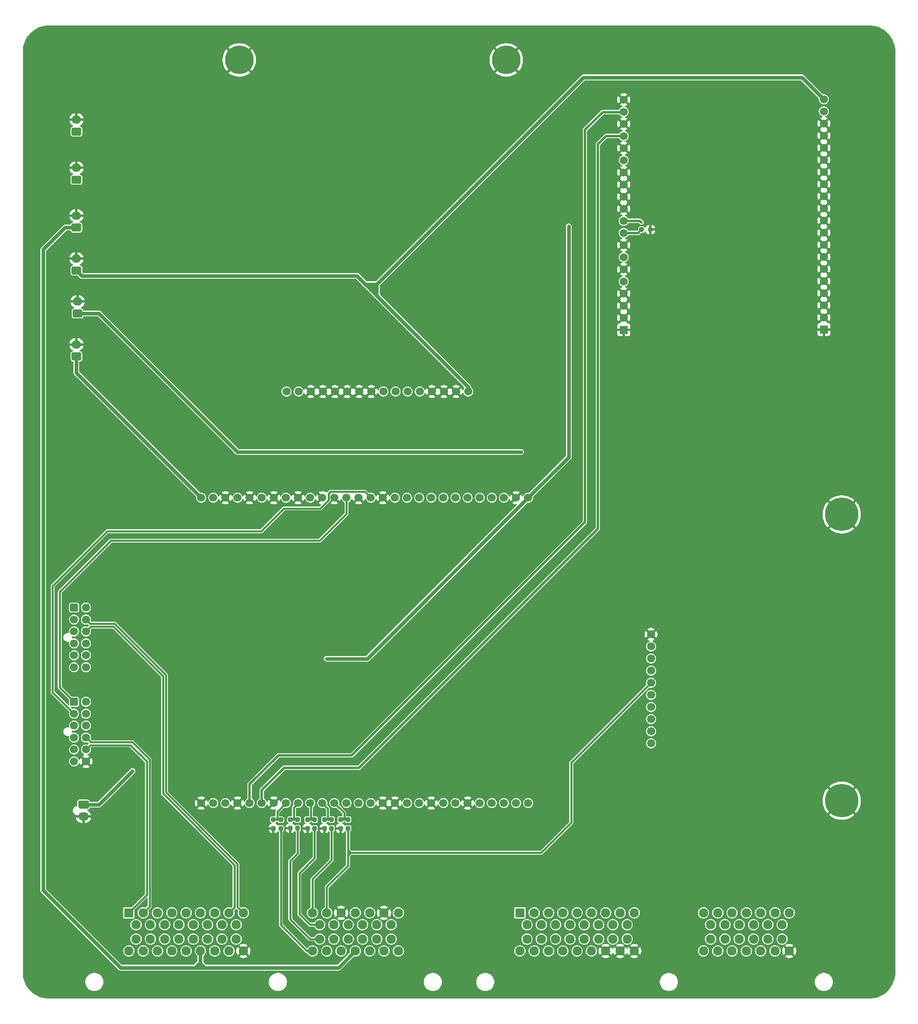
<source format=gbr>
%TF.GenerationSoftware,KiCad,Pcbnew,9.0.2*%
%TF.CreationDate,2025-06-04T19:48:02+07:00*%
%TF.ProjectId,VCU,5643552e-6b69-4636-9164-5f7063625858,rev?*%
%TF.SameCoordinates,Original*%
%TF.FileFunction,Copper,L1,Top*%
%TF.FilePolarity,Positive*%
%FSLAX46Y46*%
G04 Gerber Fmt 4.6, Leading zero omitted, Abs format (unit mm)*
G04 Created by KiCad (PCBNEW 9.0.2) date 2025-06-04 19:48:02*
%MOMM*%
%LPD*%
G01*
G04 APERTURE LIST*
G04 Aperture macros list*
%AMRoundRect*
0 Rectangle with rounded corners*
0 $1 Rounding radius*
0 $2 $3 $4 $5 $6 $7 $8 $9 X,Y pos of 4 corners*
0 Add a 4 corners polygon primitive as box body*
4,1,4,$2,$3,$4,$5,$6,$7,$8,$9,$2,$3,0*
0 Add four circle primitives for the rounded corners*
1,1,$1+$1,$2,$3*
1,1,$1+$1,$4,$5*
1,1,$1+$1,$6,$7*
1,1,$1+$1,$8,$9*
0 Add four rect primitives between the rounded corners*
20,1,$1+$1,$2,$3,$4,$5,0*
20,1,$1+$1,$4,$5,$6,$7,0*
20,1,$1+$1,$6,$7,$8,$9,0*
20,1,$1+$1,$8,$9,$2,$3,0*%
%AMFreePoly0*
4,1,22,0.945671,0.830970,1.026777,0.776777,1.080970,0.695671,1.100000,0.600000,1.100000,-0.600000,1.080970,-0.695671,1.026777,-0.776777,0.945671,-0.830970,0.850000,-0.850000,-0.596447,-0.850000,-0.692118,-0.830970,-0.773224,-0.776777,-1.026777,-0.523224,-1.080970,-0.442118,-1.100000,-0.346447,-1.100000,0.600000,-1.080970,0.695671,-1.026777,0.776777,-0.945671,0.830970,-0.850000,0.850000,
0.850000,0.850000,0.945671,0.830970,0.945671,0.830970,$1*%
G04 Aperture macros list end*
%TA.AperFunction,SMDPad,CuDef*%
%ADD10RoundRect,0.237500X-0.237500X0.250000X-0.237500X-0.250000X0.237500X-0.250000X0.237500X0.250000X0*%
%TD*%
%TA.AperFunction,ComponentPad*%
%ADD11RoundRect,0.250000X0.750000X-0.600000X0.750000X0.600000X-0.750000X0.600000X-0.750000X-0.600000X0*%
%TD*%
%TA.AperFunction,ComponentPad*%
%ADD12O,2.000000X1.700000*%
%TD*%
%TA.AperFunction,ComponentPad*%
%ADD13RoundRect,0.250000X-0.600000X-0.600000X0.600000X-0.600000X0.600000X0.600000X-0.600000X0.600000X0*%
%TD*%
%TA.AperFunction,ComponentPad*%
%ADD14C,1.700000*%
%TD*%
%TA.AperFunction,ComponentPad*%
%ADD15C,6.000000*%
%TD*%
%TA.AperFunction,ComponentPad*%
%ADD16C,7.000000*%
%TD*%
%TA.AperFunction,SMDPad,CuDef*%
%ADD17RoundRect,0.237500X-0.250000X-0.237500X0.250000X-0.237500X0.250000X0.237500X-0.250000X0.237500X0*%
%TD*%
%TA.AperFunction,ComponentPad*%
%ADD18FreePoly0,0.000000*%
%TD*%
%TA.AperFunction,ComponentPad*%
%ADD19O,2.200000X1.700000*%
%TD*%
%TA.AperFunction,ComponentPad*%
%ADD20R,1.950000X1.950000*%
%TD*%
%TA.AperFunction,ComponentPad*%
%ADD21C,1.950000*%
%TD*%
%TA.AperFunction,ComponentPad*%
%ADD22R,1.700000X1.700000*%
%TD*%
%TA.AperFunction,ViaPad*%
%ADD23C,0.600000*%
%TD*%
%TA.AperFunction,Conductor*%
%ADD24C,0.800000*%
%TD*%
%TA.AperFunction,Conductor*%
%ADD25C,0.400000*%
%TD*%
%TA.AperFunction,Conductor*%
%ADD26C,0.508000*%
%TD*%
G04 APERTURE END LIST*
D10*
%TO.P,R4,1*%
%TO.N,SUSP1_L*%
X218611691Y-270982881D03*
%TO.P,R4,2*%
%TO.N,SUSP1*%
X218611691Y-272807881D03*
%TD*%
%TO.P,R8,1*%
%TO.N,SUSP3_L*%
X225700000Y-270975000D03*
%TO.P,R8,2*%
%TO.N,SUSP3*%
X225700000Y-272800000D03*
%TD*%
D11*
%TO.P,VCU1,1,Pin_1*%
%TO.N,5V_V*%
X175745565Y-173876387D03*
D12*
%TO.P,VCU1,2,Pin_2*%
%TO.N,GND*%
X175745565Y-171376387D03*
%TD*%
D13*
%TO.P,J9,1,Pin_1*%
%TO.N,unconnected-(J9-Pin_1-Pad1)*%
X175250000Y-226525000D03*
D14*
%TO.P,J9,2,Pin_2*%
%TO.N,WS_FR*%
X175250000Y-229025000D03*
%TO.P,J9,3,Pin_3*%
%TO.N,WS_FL*%
X175250000Y-231525000D03*
%TO.P,J9,4,Pin_4*%
%TO.N,WS_RR*%
X175250000Y-234025000D03*
%TO.P,J9,5,Pin_5*%
%TO.N,WS_RL*%
X175250000Y-236525000D03*
%TO.P,J9,6,Pin_6*%
%TO.N,unconnected-(J9-Pin_6-Pad6)*%
X175250000Y-239025000D03*
%TO.P,J9,7,Pin_7*%
%TO.N,unconnected-(J9-Pin_7-Pad7)*%
X177750000Y-226525000D03*
%TO.P,J9,8,Pin_8*%
%TO.N,ESC2_HI*%
X177750000Y-229025000D03*
%TO.P,J9,9,Pin_9*%
%TO.N,ESC2_LO*%
X177750000Y-231525000D03*
%TO.P,J9,10,Pin_10*%
%TO.N,unconnected-(J9-Pin_10-Pad10)*%
X177750000Y-234025000D03*
%TO.P,J9,11,Pin_11*%
%TO.N,unconnected-(J9-Pin_11-Pad11)*%
X177750000Y-236525000D03*
%TO.P,J9,12,Pin_12*%
%TO.N,unconnected-(J9-Pin_12-Pad12)*%
X177750000Y-239025000D03*
%TD*%
D10*
%TO.P,R10,1*%
%TO.N,SUSP4_L*%
X229250000Y-270975000D03*
%TO.P,R10,2*%
%TO.N,SUSP4*%
X229250000Y-272800000D03*
%TD*%
D14*
%TO.P,U4,1,+5V*%
%TO.N,5V_T*%
X257900000Y-181250000D03*
%TO.P,U4,2,GND*%
%TO.N,GND*%
X255360000Y-181250000D03*
%TO.P,U4,3,GND*%
X252820000Y-181250000D03*
%TO.P,U4,4,GND*%
X250280000Y-181250000D03*
%TO.P,U4,5,CS2*%
%TO.N,CS_T*%
X247740000Y-181250000D03*
%TO.P,U4,6,MOSI2*%
%TO.N,MOSI_T*%
X245200000Y-181250000D03*
%TO.P,U4,7,MISO2*%
%TO.N,MISO_T*%
X242660000Y-181250000D03*
%TO.P,U4,8,SCK2*%
%TO.N,SCK_T*%
X240120000Y-181250000D03*
%TO.P,U4,9,GND*%
%TO.N,GND*%
X237580000Y-181250000D03*
%TO.P,U4,10,GND*%
X235040000Y-181250000D03*
%TO.P,U4,11,GND*%
X232500000Y-181250000D03*
%TO.P,U4,12,GND*%
X229960000Y-181250000D03*
D15*
X265900000Y-111750000D03*
D14*
%TO.P,U4,13,GND*%
X227420000Y-181250000D03*
D15*
X209900000Y-111750000D03*
D14*
%TO.P,U4,14,GND*%
X224880000Y-181250000D03*
%TO.P,U4,15,GND*%
%TO.N,/SDA*%
X222340000Y-181250000D03*
%TO.P,U4,16,GND*%
%TO.N,/SCL*%
X219800000Y-181250000D03*
%TD*%
D10*
%TO.P,R3,1*%
%TO.N,SUSP1_L*%
X217066559Y-270975000D03*
%TO.P,R3,2*%
%TO.N,GND*%
X217066559Y-272800000D03*
%TD*%
D11*
%TO.P,12V1,1,Pin_1*%
%TO.N,12V*%
X175750000Y-126750000D03*
D12*
%TO.P,12V1,2,Pin_2*%
%TO.N,GND*%
X175750000Y-124250000D03*
%TD*%
D11*
%TO.P,ALL1,1,Pin_1*%
%TO.N,5V_P*%
X175745565Y-146876387D03*
D12*
%TO.P,ALL1,2,Pin_2*%
%TO.N,GND*%
X175745565Y-144376387D03*
%TD*%
D10*
%TO.P,R6,1*%
%TO.N,SUSP2_L*%
X222144192Y-270959536D03*
%TO.P,R6,2*%
%TO.N,SUSP2*%
X222144192Y-272784536D03*
%TD*%
D14*
%TO.P,BSPD1,1*%
%TO.N,N/C*%
X296250000Y-255000000D03*
%TO.P,BSPD1,2*%
X296250000Y-252460000D03*
%TO.P,BSPD1,3,NC*%
%TO.N,SDC_B*%
X296250000Y-249920000D03*
%TO.P,BSPD1,4,COM*%
%TO.N,SDC_OUT*%
X296250000Y-247380000D03*
%TO.P,BSPD1,5,ThrottlePos*%
%TO.N,TPS*%
X296250000Y-244840000D03*
%TO.P,BSPD1,6,BrakePress*%
%TO.N,BRK_P*%
X296250000Y-242300000D03*
%TO.P,BSPD1,7,+5V*%
%TO.N,5V_B*%
X296250000Y-239760000D03*
%TO.P,BSPD1,8*%
%TO.N,N/C*%
X296250000Y-237220000D03*
%TO.P,BSPD1,9*%
X296250000Y-234680000D03*
%TO.P,BSPD1,10,GND*%
%TO.N,GND*%
X296250000Y-232140000D03*
D16*
%TO.P,BSPD1,12,GND*%
X336250000Y-207000000D03*
%TO.P,BSPD1,14,GND*%
X336250000Y-267000000D03*
%TD*%
D17*
%TO.P,R1,1*%
%TO.N,DOWN*%
X294275000Y-147300000D03*
%TO.P,R1,2*%
%TO.N,GND*%
X296100000Y-147300000D03*
%TD*%
D10*
%TO.P,R11,1*%
%TO.N,BRK_P_L*%
X231150000Y-270975000D03*
%TO.P,R11,2*%
%TO.N,GND*%
X231150000Y-272800000D03*
%TD*%
%TO.P,R12,1*%
%TO.N,BRK_P_L*%
X232700000Y-270975000D03*
%TO.P,R12,2*%
%TO.N,BRK_P*%
X232700000Y-272800000D03*
%TD*%
D11*
%TO.P,TELEMETRY1,1,Pin_1*%
%TO.N,5V_B*%
X175995565Y-164876387D03*
D12*
%TO.P,TELEMETRY1,2,Pin_2*%
%TO.N,GND*%
X175995565Y-162376387D03*
%TD*%
D10*
%TO.P,R5,1*%
%TO.N,SUSP2_L*%
X220600091Y-270962286D03*
%TO.P,R5,2*%
%TO.N,GND*%
X220600091Y-272787286D03*
%TD*%
D11*
%TO.P,BSPD2,1,Pin_1*%
%TO.N,5V_T*%
X175745565Y-155876387D03*
D12*
%TO.P,BSPD2,2,Pin_2*%
%TO.N,GND*%
X175745565Y-153376387D03*
%TD*%
D10*
%TO.P,R7,1*%
%TO.N,SUSP3_L*%
X224200000Y-270975000D03*
%TO.P,R7,2*%
%TO.N,GND*%
X224200000Y-272800000D03*
%TD*%
D14*
%TO.P,U2,1,+12V*%
%TO.N,12V*%
X270500000Y-203500000D03*
%TO.P,U2,2,GND*%
%TO.N,GND*%
X267960000Y-203500000D03*
%TO.P,U2,3,Engine*%
%TO.N,ENG_RLY*%
X265420000Y-203500000D03*
%TO.P,U2,4,PDM*%
%TO.N,PDM*%
X262880000Y-203500000D03*
%TO.P,U2,5,Safety*%
%TO.N,SAFETY*%
X260340000Y-203500000D03*
%TO.P,U2,6,Hybrid*%
%TO.N,SWITCH_HY*%
X257800000Y-203500000D03*
%TO.P,U2,7,AIR*%
%TO.N,AIR*%
X255260000Y-203500000D03*
%TO.P,U2,8,Safety*%
%TO.N,SAFETY*%
X252720000Y-203500000D03*
%TO.P,U2,9,SDC_IN*%
%TO.N,SDC_IN*%
X250180000Y-203500000D03*
%TO.P,U2,10,SDC_OUT*%
%TO.N,SDC_B*%
X247640000Y-203500000D03*
%TO.P,U2,11,Brake_Light*%
%TO.N,BRAKE_LIGHT*%
X245100000Y-203500000D03*
%TO.P,U2,12,FAN_BATT*%
%TO.N,FAN_BATT*%
X242560000Y-203500000D03*
%TO.P,U2,13,GND*%
%TO.N,GND*%
X240020000Y-203500000D03*
%TO.P,U2,14,TX_TV*%
%TO.N,STM_TX*%
X237480000Y-203500000D03*
%TO.P,U2,15,GND*%
%TO.N,GND*%
X234940000Y-203500000D03*
%TO.P,U2,16,RX_TV*%
%TO.N,STM_RX*%
X232400000Y-203500000D03*
%TO.P,U2,17,GND*%
%TO.N,GND*%
X229860000Y-203500000D03*
%TO.P,U2,18,GND*%
X227320000Y-203500000D03*
%TO.P,U2,19,CS_T*%
%TO.N,CS_T*%
X224780000Y-203500000D03*
%TO.P,U2,20,GND*%
%TO.N,GND*%
X222240000Y-203500000D03*
%TO.P,U2,21,MOSI_T*%
%TO.N,MOSI_T*%
X219700000Y-203500000D03*
%TO.P,U2,22,GND*%
%TO.N,GND*%
X217160000Y-203500000D03*
%TO.P,U2,23,MISO_T*%
%TO.N,MISO_T*%
X214620000Y-203500000D03*
%TO.P,U2,24,GND*%
%TO.N,GND*%
X212080000Y-203500000D03*
%TO.P,U2,25,SCK_T*%
%TO.N,SCK_T*%
X209540000Y-203500000D03*
%TO.P,U2,26,GND*%
%TO.N,GND*%
X207000000Y-203500000D03*
%TO.P,U2,27,SWITCH*%
%TO.N,IND_SWITCH*%
X204460000Y-203500000D03*
%TO.P,U2,28,+5VA*%
%TO.N,5V_V*%
X201920000Y-203500000D03*
%TO.P,U2,29,+5V*%
X270500000Y-267500000D03*
%TO.P,U2,30,GND*%
%TO.N,/SDA*%
X267960000Y-267500000D03*
%TO.P,U2,31,GND*%
%TO.N,/SCL*%
X265420000Y-267500000D03*
%TO.P,U2,32,CANH_2*%
%TO.N,ECU_HI*%
X262880000Y-267500000D03*
%TO.P,U2,33,CANL_2*%
%TO.N,ECU_LO*%
X260340000Y-267500000D03*
%TO.P,U2,34,GND*%
%TO.N,GND*%
X257800000Y-267500000D03*
%TO.P,U2,35,CANH_1*%
%TO.N,BMS_HI*%
X255260000Y-267500000D03*
%TO.P,U2,36,CANL_1*%
%TO.N,BMS_LO*%
X252720000Y-267500000D03*
%TO.P,U2,37,GND*%
%TO.N,GND*%
X250180000Y-267500000D03*
%TO.P,U2,38,CANH_3*%
%TO.N,DISP_HI*%
X247640000Y-267500000D03*
%TO.P,U2,39,CANL_3*%
%TO.N,DISP_LO*%
X245100000Y-267500000D03*
%TO.P,U2,40,GND*%
%TO.N,GND*%
X242560000Y-267500000D03*
%TO.P,U2,41,GND*%
X240020000Y-267500000D03*
%TO.P,U2,42,AC_4*%
%TO.N,unconnected-(U2-AC_4-Pad42)*%
X237480000Y-267500000D03*
%TO.P,U2,43,AC_3*%
%TO.N,unconnected-(U2-AC_3-Pad43)*%
X234940000Y-267500000D03*
%TO.P,U2,44,AC_2*%
%TO.N,unconnected-(U2-AC_2-Pad44)*%
X232400000Y-267500000D03*
%TO.P,U2,45,Brake_pressure*%
%TO.N,BRK_P_L*%
X229860000Y-267500000D03*
%TO.P,U2,46,SUS4*%
%TO.N,SUSP4_L*%
X227320000Y-267500000D03*
%TO.P,U2,47,SUS3*%
%TO.N,SUSP3_L*%
X224780000Y-267500000D03*
%TO.P,U2,48,SUS2*%
%TO.N,SUSP2_L*%
X222240000Y-267500000D03*
%TO.P,U2,49,SUS1*%
%TO.N,SUSP1_L*%
X219700000Y-267500000D03*
%TO.P,U2,50,GND*%
%TO.N,GND*%
X217160000Y-267500000D03*
%TO.P,U2,51,RX_PNEU*%
%TO.N,RX_PNEU*%
X214620000Y-267500000D03*
%TO.P,U2,52,TX_PNEU*%
%TO.N,TX_PNEU*%
X212080000Y-267500000D03*
%TO.P,U2,53,GND*%
%TO.N,GND*%
X209540000Y-267500000D03*
%TO.P,U2,54,ANALOG2*%
%TO.N,unconnected-(U2-ANALOG2-Pad54)*%
X207000000Y-267500000D03*
%TO.P,U2,55,ANALOG1*%
%TO.N,unconnected-(U2-ANALOG1-Pad55)*%
X204460000Y-267500000D03*
%TO.P,U2,56,GND*%
%TO.N,GND*%
X201920000Y-267500000D03*
%TD*%
D10*
%TO.P,R9,1*%
%TO.N,SUSP4_L*%
X227750000Y-270975000D03*
%TO.P,R9,2*%
%TO.N,GND*%
X227750000Y-272800000D03*
%TD*%
D18*
%TO.P,J10,1,Pin_1*%
%TO.N,12V*%
X177225000Y-267825000D03*
D19*
%TO.P,J10,2,Pin_2*%
%TO.N,GND*%
X177225000Y-270325000D03*
%TD*%
D11*
%TO.P,3V3,1,Pin_1*%
%TO.N,3V3*%
X175750000Y-136850000D03*
D12*
%TO.P,3V3,2,Pin_2*%
%TO.N,GND*%
X175750000Y-134350000D03*
%TD*%
D20*
%TO.P,J11,1,1*%
%TO.N,BRAKE_LIGHT*%
X268750000Y-290500000D03*
D21*
%TO.P,J11,2,2*%
%TO.N,SDC_IN*%
X271750000Y-290500000D03*
%TO.P,J11,3,3*%
%TO.N,SAFETY*%
X274750000Y-290500000D03*
%TO.P,J11,4,4*%
%TO.N,AIR*%
X277750000Y-290500000D03*
%TO.P,J11,5,5*%
%TO.N,SWITCH_HY*%
X280750000Y-290500000D03*
%TO.P,J11,6,6*%
%TO.N,PDM*%
X283750000Y-290500000D03*
%TO.P,J11,7,7*%
%TO.N,ENG_RLY*%
X286750000Y-290500000D03*
%TO.P,J11,8,8*%
%TO.N,unconnected-(J11-Pad8)*%
X289750000Y-290500000D03*
%TO.P,J11,9,9*%
%TO.N,SDC_OUT*%
X292750000Y-290500000D03*
%TO.P,J11,10,10*%
%TO.N,FAN_BATT*%
X270250000Y-293000000D03*
%TO.P,J11,11,11*%
%TO.N,unconnected-(J11-Pad11)*%
X273250000Y-293000000D03*
%TO.P,J11,12,12*%
%TO.N,unconnected-(J11-Pad12)*%
X276250000Y-293000000D03*
%TO.P,J11,13,13*%
%TO.N,unconnected-(J11-Pad13)*%
X279250000Y-293000000D03*
%TO.P,J11,14,14*%
%TO.N,unconnected-(J11-Pad14)*%
X282250000Y-293000000D03*
%TO.P,J11,15,15*%
%TO.N,unconnected-(J11-Pad15)*%
X285250000Y-293000000D03*
%TO.P,J11,16,16*%
%TO.N,unconnected-(J11-Pad16)*%
X288250000Y-293000000D03*
%TO.P,J11,17,17*%
%TO.N,TPS*%
X291250000Y-293000000D03*
%TO.P,J11,18,18*%
%TO.N,IND_SWITCH*%
X270250000Y-296000000D03*
%TO.P,J11,19,19*%
%TO.N,unconnected-(J11-Pad19)*%
X273250000Y-296000000D03*
%TO.P,J11,20,20*%
%TO.N,unconnected-(J11-Pad20)*%
X276250000Y-296000000D03*
%TO.P,J11,21,21*%
%TO.N,unconnected-(J11-Pad21)*%
X279250000Y-296000000D03*
%TO.P,J11,22,22*%
%TO.N,unconnected-(J11-Pad22)*%
X282250000Y-296000000D03*
%TO.P,J11,23,23*%
%TO.N,unconnected-(J11-Pad23)*%
X285250000Y-296000000D03*
%TO.P,J11,24,24*%
%TO.N,unconnected-(J11-Pad24)*%
X288250000Y-296000000D03*
%TO.P,J11,25,25*%
%TO.N,unconnected-(J11-Pad25)*%
X291250000Y-296000000D03*
%TO.P,J11,26,26*%
%TO.N,unconnected-(J11-Pad26)*%
X268750000Y-298500000D03*
%TO.P,J11,27,27*%
%TO.N,unconnected-(J11-Pad27)*%
X271750000Y-298500000D03*
%TO.P,J11,28,28*%
%TO.N,unconnected-(J11-Pad28)*%
X274750000Y-298500000D03*
%TO.P,J11,29,29*%
%TO.N,unconnected-(J11-Pad29)*%
X277750000Y-298500000D03*
%TO.P,J11,30,30*%
%TO.N,unconnected-(J11-Pad30)*%
X280750000Y-298500000D03*
%TO.P,J11,31,31*%
%TO.N,unconnected-(J11-Pad31)*%
X283750000Y-298500000D03*
%TO.P,J11,32,32*%
%TO.N,GND*%
X286750000Y-298500000D03*
%TO.P,J11,33,33*%
X289750000Y-298500000D03*
%TO.P,J11,34,34*%
X292750000Y-298500000D03*
%TO.P,J11,35,35*%
%TO.N,unconnected-(J11-Pad35)*%
X307250000Y-290500000D03*
%TO.P,J11,36,36*%
%TO.N,unconnected-(J11-Pad36)*%
X310250000Y-290500000D03*
%TO.P,J11,37,37*%
%TO.N,PNEU_DOWN*%
X313250000Y-290500000D03*
%TO.P,J11,38,38*%
%TO.N,DOWN*%
X316250000Y-290500000D03*
%TO.P,J11,39,39*%
%TO.N,UP*%
X319250000Y-290500000D03*
%TO.P,J11,40,40*%
%TO.N,PNEU_UP*%
X322250000Y-290500000D03*
%TO.P,J11,41,41*%
%TO.N,GPOS*%
X325250000Y-290500000D03*
%TO.P,J11,42,42*%
%TO.N,unconnected-(J11-Pad42)*%
X308750000Y-293000000D03*
%TO.P,J11,43,43*%
%TO.N,unconnected-(J11-Pad43)*%
X311750000Y-293000000D03*
%TO.P,J11,44,44*%
%TO.N,unconnected-(J11-Pad44)*%
X314750000Y-293000000D03*
%TO.P,J11,45,45*%
%TO.N,unconnected-(J11-Pad45)*%
X317750000Y-293000000D03*
%TO.P,J11,46,46*%
%TO.N,unconnected-(J11-Pad46)*%
X320750000Y-293000000D03*
%TO.P,J11,47,47*%
%TO.N,unconnected-(J11-Pad47)*%
X323750000Y-293000000D03*
%TO.P,J11,48,48*%
%TO.N,unconnected-(J11-Pad48)*%
X308750000Y-296000000D03*
%TO.P,J11,49,49*%
%TO.N,unconnected-(J11-Pad49)*%
X311750000Y-296000000D03*
%TO.P,J11,50,50*%
%TO.N,unconnected-(J11-Pad50)*%
X314750000Y-296000000D03*
%TO.P,J11,51,51*%
%TO.N,unconnected-(J11-Pad51)*%
X317750000Y-296000000D03*
%TO.P,J11,52,52*%
%TO.N,unconnected-(J11-Pad52)*%
X320750000Y-296000000D03*
%TO.P,J11,53,53*%
%TO.N,unconnected-(J11-Pad53)*%
X323750000Y-296000000D03*
%TO.P,J11,54,54*%
%TO.N,unconnected-(J11-Pad54)*%
X307250000Y-298500000D03*
%TO.P,J11,55,55*%
%TO.N,unconnected-(J11-Pad55)*%
X310250000Y-298500000D03*
%TO.P,J11,56,56*%
%TO.N,unconnected-(J11-Pad56)*%
X313250000Y-298500000D03*
%TO.P,J11,57,57*%
%TO.N,unconnected-(J11-Pad57)*%
X316250000Y-298500000D03*
%TO.P,J11,58,58*%
%TO.N,unconnected-(J11-Pad58)*%
X319250000Y-298500000D03*
%TO.P,J11,59,59*%
%TO.N,unconnected-(J11-Pad59)*%
X322250000Y-298500000D03*
%TO.P,J11,60,60*%
%TO.N,GND*%
X325250000Y-298500000D03*
%TD*%
D20*
%TO.P,J1,1,1*%
%TO.N,ESC1_LO*%
X186750000Y-290500000D03*
D21*
%TO.P,J1,2,2*%
%TO.N,ESC1_HI*%
X189750000Y-290500000D03*
%TO.P,J1,3,3*%
%TO.N,unconnected-(J1-Pad3)*%
X192750000Y-290500000D03*
%TO.P,J1,4,4*%
%TO.N,STEER_IN*%
X195750000Y-290500000D03*
%TO.P,J1,5,5*%
%TO.N,APPS_IN2*%
X198750000Y-290500000D03*
%TO.P,J1,6,6*%
%TO.N,APPS_IN1*%
X201750000Y-290500000D03*
%TO.P,J1,7,7*%
%TO.N,unconnected-(J1-Pad7)*%
X204750000Y-290500000D03*
%TO.P,J1,8,8*%
%TO.N,ESC2_LO*%
X207750000Y-290500000D03*
%TO.P,J1,9,9*%
%TO.N,ESC2_HI*%
X210750000Y-290500000D03*
%TO.P,J1,10,10*%
%TO.N,unconnected-(J1-Pad10)*%
X188250000Y-293000000D03*
%TO.P,J1,11,11*%
%TO.N,unconnected-(J1-Pad11)*%
X191250000Y-293000000D03*
%TO.P,J1,12,12*%
%TO.N,AMB_TEMP*%
X194250000Y-293000000D03*
%TO.P,J1,13,13*%
%TO.N,unconnected-(J1-Pad13)*%
X197250000Y-293000000D03*
%TO.P,J1,14,14*%
%TO.N,unconnected-(J1-Pad14)*%
X200250000Y-293000000D03*
%TO.P,J1,15,15*%
%TO.N,unconnected-(J1-Pad15)*%
X203250000Y-293000000D03*
%TO.P,J1,16,16*%
%TO.N,unconnected-(J1-Pad16)*%
X206250000Y-293000000D03*
%TO.P,J1,17,17*%
%TO.N,unconnected-(J1-Pad17)*%
X209250000Y-293000000D03*
%TO.P,J1,18,18*%
%TO.N,WS_RL*%
X188250000Y-296000000D03*
%TO.P,J1,19,19*%
%TO.N,unconnected-(J1-Pad19)*%
X191250000Y-296000000D03*
%TO.P,J1,20,20*%
%TO.N,unconnected-(J1-Pad20)*%
X194250000Y-296000000D03*
%TO.P,J1,21,21*%
%TO.N,unconnected-(J1-Pad21)*%
X197250000Y-296000000D03*
%TO.P,J1,22,22*%
%TO.N,unconnected-(J1-Pad22)*%
X200250000Y-296000000D03*
%TO.P,J1,23,23*%
%TO.N,unconnected-(J1-Pad23)*%
X203250000Y-296000000D03*
%TO.P,J1,24,24*%
%TO.N,unconnected-(J1-Pad24)*%
X206250000Y-296000000D03*
%TO.P,J1,25,25*%
%TO.N,unconnected-(J1-Pad25)*%
X209250000Y-296000000D03*
%TO.P,J1,26,26*%
%TO.N,WS_RR*%
X186750000Y-298500000D03*
%TO.P,J1,27,27*%
%TO.N,WS_FL*%
X189750000Y-298500000D03*
%TO.P,J1,28,28*%
%TO.N,WS_FR*%
X192750000Y-298500000D03*
%TO.P,J1,29,29*%
%TO.N,unconnected-(J1-Pad29)*%
X195750000Y-298500000D03*
%TO.P,J1,30,30*%
%TO.N,unconnected-(J1-Pad30)*%
X198750000Y-298500000D03*
%TO.P,J1,31,31*%
%TO.N,5V_P*%
X201750000Y-298500000D03*
%TO.P,J1,32,32*%
%TO.N,unconnected-(J1-Pad32)*%
X204750000Y-298500000D03*
%TO.P,J1,33,33*%
%TO.N,unconnected-(J1-Pad33)*%
X207750000Y-298500000D03*
%TO.P,J1,34,34*%
%TO.N,GND*%
X210750000Y-298500000D03*
%TO.P,J1,35,35*%
%TO.N,SUSP4*%
X225250000Y-290500000D03*
%TO.P,J1,36,36*%
%TO.N,BRK_P*%
X228250000Y-290500000D03*
%TO.P,J1,37,37*%
%TO.N,GND*%
X231250000Y-290500000D03*
%TO.P,J1,38,38*%
%TO.N,DISP_LO*%
X234250000Y-290500000D03*
%TO.P,J1,39,39*%
%TO.N,DISP_HI*%
X237250000Y-290500000D03*
%TO.P,J1,40,40*%
%TO.N,GND*%
X240250000Y-290500000D03*
%TO.P,J1,41,41*%
%TO.N,BMS_LO*%
X243250000Y-290500000D03*
%TO.P,J1,42,42*%
%TO.N,SUSP3*%
X226750000Y-293000000D03*
%TO.P,J1,43,43*%
%TO.N,unconnected-(J1-Pad43)*%
X229750000Y-293000000D03*
%TO.P,J1,44,44*%
%TO.N,unconnected-(J1-Pad44)*%
X232750000Y-293000000D03*
%TO.P,J1,45,45*%
%TO.N,unconnected-(J1-Pad45)*%
X235750000Y-293000000D03*
%TO.P,J1,46,46*%
%TO.N,unconnected-(J1-Pad46)*%
X238750000Y-293000000D03*
%TO.P,J1,47,47*%
%TO.N,BMS_HI*%
X241750000Y-293000000D03*
%TO.P,J1,48,48*%
%TO.N,SUSP2*%
X226750000Y-296000000D03*
%TO.P,J1,49,49*%
%TO.N,unconnected-(J1-Pad49)*%
X229750000Y-296000000D03*
%TO.P,J1,50,50*%
%TO.N,unconnected-(J1-Pad50)*%
X232750000Y-296000000D03*
%TO.P,J1,51,51*%
%TO.N,unconnected-(J1-Pad51)*%
X235750000Y-296000000D03*
%TO.P,J1,52,52*%
%TO.N,unconnected-(J1-Pad52)*%
X238750000Y-296000000D03*
%TO.P,J1,53,53*%
%TO.N,unconnected-(J1-Pad53)*%
X241750000Y-296000000D03*
%TO.P,J1,54,54*%
%TO.N,SUSP1*%
X225250000Y-298500000D03*
%TO.P,J1,55,55*%
%TO.N,unconnected-(J1-Pad55)*%
X228250000Y-298500000D03*
%TO.P,J1,56,56*%
%TO.N,unconnected-(J1-Pad56)*%
X231250000Y-298500000D03*
%TO.P,J1,57,57*%
%TO.N,5V_P*%
X234250000Y-298500000D03*
%TO.P,J1,58,58*%
%TO.N,unconnected-(J1-Pad58)*%
X237250000Y-298500000D03*
%TO.P,J1,59,59*%
%TO.N,ECU_HI*%
X240250000Y-298500000D03*
%TO.P,J1,60,60*%
%TO.N,ECU_LO*%
X243250000Y-298500000D03*
%TD*%
D14*
%TO.P,U1,1,GND*%
%TO.N,GND*%
X290523223Y-120052774D03*
X290523223Y-125132774D03*
X290523223Y-130212774D03*
X290523223Y-135292774D03*
X290523223Y-137832774D03*
X290523223Y-140372774D03*
X290523223Y-142912774D03*
X290523223Y-150532774D03*
X290523223Y-155612774D03*
X290523223Y-160692774D03*
X290523223Y-163232774D03*
X290523223Y-165772774D03*
D22*
X290523223Y-168312774D03*
D14*
X332500000Y-125054884D03*
X332500000Y-127594884D03*
X332500000Y-130134884D03*
X332500000Y-132674884D03*
X332500000Y-135214884D03*
X332500000Y-137754884D03*
X332500000Y-140294884D03*
X332500000Y-142834884D03*
X332500000Y-145374884D03*
X332500000Y-147914884D03*
X332500000Y-150454884D03*
X332500000Y-152994884D03*
X332500000Y-155534884D03*
X332500000Y-158074884D03*
X332500000Y-160614884D03*
X332500000Y-163154884D03*
X332500000Y-165694884D03*
D22*
X332500000Y-168234884D03*
D14*
%TO.P,U1,2,TX*%
%TO.N,TX_PNEU*%
X290523223Y-122592774D03*
%TO.P,U1,3,RX*%
%TO.N,RX_PNEU*%
X290523223Y-127672774D03*
%TO.P,U1,4,PNEU_UP*%
%TO.N,PNEU_UP*%
X290523223Y-132752774D03*
%TO.P,U1,5,UP*%
%TO.N,UP*%
X290523223Y-145452774D03*
%TO.P,U1,6,DOWN*%
%TO.N,DOWN*%
X290523223Y-147992774D03*
%TO.P,U1,7,PENU_DOWN*%
%TO.N,PNEU_DOWN*%
X290523223Y-153072774D03*
%TO.P,U1,8,+12V*%
%TO.N,12V*%
X290523223Y-158152774D03*
%TO.P,U1,9,5V_IN*%
%TO.N,5V_T*%
X332500000Y-119974884D03*
%TO.P,U1,10,GPos*%
%TO.N,GPOS*%
X332500000Y-122514884D03*
%TD*%
D13*
%TO.P,J8,1,Pin_1*%
%TO.N,STM_RX*%
X175250000Y-246275000D03*
D14*
%TO.P,J8,2,Pin_2*%
%TO.N,STM_TX*%
X175250000Y-248775000D03*
%TO.P,J8,3,Pin_3*%
%TO.N,SS*%
X175250000Y-251275000D03*
%TO.P,J8,4,Pin_4*%
%TO.N,MOSI*%
X175250000Y-253775000D03*
%TO.P,J8,5,Pin_5*%
%TO.N,MISO*%
X175250000Y-256275000D03*
%TO.P,J8,6,Pin_6*%
%TO.N,SCK*%
X175250000Y-258775000D03*
%TO.P,J8,7,Pin_7*%
%TO.N,APPS_IN1*%
X177750000Y-246275000D03*
%TO.P,J8,8,Pin_8*%
%TO.N,APPS_IN2*%
X177750000Y-248775000D03*
%TO.P,J8,9,Pin_9*%
%TO.N,STEER_IN*%
X177750000Y-251275000D03*
%TO.P,J8,10,Pin_10*%
%TO.N,ESC1_HI*%
X177750000Y-253775000D03*
%TO.P,J8,11,Pin_11*%
%TO.N,ESC1_LO*%
X177750000Y-256275000D03*
%TO.P,J8,12,Pin_12*%
%TO.N,GND*%
X177750000Y-258775000D03*
%TD*%
D23*
%TO.N,GND*%
X217000000Y-274600000D03*
X224000000Y-274400000D03*
X230800000Y-274400000D03*
X220600000Y-274400000D03*
X227400000Y-274400000D03*
%TO.N,12V*%
X228250000Y-237250000D03*
X187500000Y-260800000D03*
X278985225Y-146614775D03*
%TO.N,5V_B*%
X269000000Y-193900000D03*
%TD*%
D24*
%TO.N,12V*%
X236750000Y-237250000D02*
X270500000Y-203500000D01*
X278985225Y-146614775D02*
X278985225Y-195014775D01*
X180475000Y-267825000D02*
X177225000Y-267825000D01*
X187500000Y-260800000D02*
X180475000Y-267825000D01*
X228250000Y-237250000D02*
X236750000Y-237250000D01*
X278985225Y-195014775D02*
X270500000Y-203500000D01*
D25*
%TO.N,ESC2_LO*%
X178750000Y-230500000D02*
X183500000Y-230500000D01*
X208899000Y-280498942D02*
X208899000Y-289351000D01*
X177750000Y-231525000D02*
X177750000Y-231500000D01*
X208899000Y-289351000D02*
X207750000Y-290500000D01*
X193899000Y-240899000D02*
X193899000Y-265498942D01*
X183500000Y-230500000D02*
X193899000Y-240899000D01*
X193899000Y-265498942D02*
X208899000Y-280498942D01*
X177750000Y-231500000D02*
X178750000Y-230500000D01*
X177750000Y-231525000D02*
X177750000Y-231000000D01*
%TO.N,ESC1_LO*%
X190500000Y-286750000D02*
X186750000Y-290500000D01*
X177750000Y-256275000D02*
X178674000Y-255351000D01*
X187101000Y-255351000D02*
X190500000Y-258750000D01*
X190500000Y-258750000D02*
X190500000Y-286750000D01*
X178674000Y-255351000D02*
X187101000Y-255351000D01*
%TO.N,ESC1_HI*%
X191101000Y-289149000D02*
X189750000Y-290500000D01*
X187500000Y-254750000D02*
X191101000Y-258351000D01*
X177750000Y-253775000D02*
X178725000Y-254750000D01*
X191101000Y-258351000D02*
X191101000Y-289149000D01*
X178725000Y-254750000D02*
X187500000Y-254750000D01*
%TO.N,ESC2_HI*%
X183748942Y-229899000D02*
X178624000Y-229899000D01*
X209500000Y-289250000D02*
X209500000Y-280250000D01*
X194500000Y-240650058D02*
X183748942Y-229899000D01*
X178624000Y-229899000D02*
X177750000Y-229025000D01*
X209500000Y-280250000D02*
X194500000Y-265250000D01*
X210750000Y-290500000D02*
X209500000Y-289250000D01*
X194500000Y-265250000D02*
X194500000Y-240650058D01*
%TO.N,BRK_P*%
X232750000Y-277900000D02*
X232700000Y-277950000D01*
X232700000Y-277300000D02*
X232700000Y-277350000D01*
X232700000Y-280600000D02*
X228250000Y-285050000D01*
X228250000Y-285050000D02*
X228250000Y-290500000D01*
X279500000Y-271600000D02*
X273200000Y-277900000D01*
X232700000Y-277950000D02*
X232700000Y-278400000D01*
X273200000Y-277900000D02*
X233250000Y-277900000D01*
X232700000Y-278400000D02*
X232700000Y-280600000D01*
X232750000Y-278400000D02*
X233250000Y-277900000D01*
X232700000Y-278400000D02*
X232750000Y-278400000D01*
X232700000Y-272800000D02*
X232700000Y-277300000D01*
X279500000Y-259050000D02*
X279500000Y-271600000D01*
X233250000Y-277900000D02*
X232750000Y-277900000D01*
X296250000Y-242300000D02*
X279500000Y-259050000D01*
X232700000Y-277350000D02*
X233250000Y-277900000D01*
X232700000Y-277300000D02*
X232700000Y-277950000D01*
%TO.N,SUSP4*%
X229250000Y-279450000D02*
X225250000Y-283450000D01*
X225250000Y-283450000D02*
X225250000Y-290500000D01*
X229250000Y-272800000D02*
X229250000Y-279450000D01*
%TO.N,SUSP2*%
X224700000Y-296000000D02*
X226750000Y-296000000D01*
X220600000Y-291900000D02*
X224700000Y-296000000D01*
X222144192Y-272784536D02*
X222144192Y-278055808D01*
X220600000Y-279600000D02*
X220600000Y-291900000D01*
X222144192Y-278055808D02*
X220600000Y-279600000D01*
%TO.N,STM_RX*%
X232400000Y-203500000D02*
X232400000Y-206850000D01*
X226750000Y-212500000D02*
X183000000Y-212500000D01*
X172250000Y-223250000D02*
X172250000Y-243275000D01*
X172250000Y-243275000D02*
X175250000Y-246275000D01*
X183000000Y-212500000D02*
X172250000Y-223250000D01*
X232400000Y-206850000D02*
X226750000Y-212500000D01*
%TO.N,SUSP1*%
X218611691Y-272807881D02*
X218611691Y-293047198D01*
X224064493Y-298500000D02*
X225250000Y-298500000D01*
X218611691Y-293047198D02*
X224064493Y-298500000D01*
%TO.N,SUSP3*%
X222500000Y-282200000D02*
X222500000Y-290800000D01*
X225700000Y-272800000D02*
X225700000Y-279000000D01*
X222500000Y-290800000D02*
X224700000Y-293000000D01*
X224700000Y-293000000D02*
X226750000Y-293000000D01*
X225700000Y-279000000D02*
X222500000Y-282200000D01*
%TO.N,STM_TX*%
X228972728Y-202249000D02*
X228593249Y-202628479D01*
X236229000Y-202249000D02*
X228972728Y-202249000D01*
X226839182Y-205750000D02*
X219257182Y-205750000D01*
X228593249Y-202628479D02*
X228593249Y-203995933D01*
X170750000Y-222000000D02*
X170750000Y-244275000D01*
X170750000Y-244275000D02*
X175250000Y-248775000D01*
X214507182Y-210500000D02*
X182250000Y-210500000D01*
X228593249Y-203995933D02*
X226839182Y-205750000D01*
X237480000Y-203500000D02*
X236229000Y-202249000D01*
X182250000Y-210500000D02*
X170750000Y-222000000D01*
X219257182Y-205750000D02*
X214507182Y-210500000D01*
D26*
%TO.N,TX_PNEU*%
X218100000Y-257500000D02*
X212080000Y-263520000D01*
X212080000Y-263520000D02*
X212080000Y-267500000D01*
X290523223Y-122592774D02*
X290415997Y-122700000D01*
X233500000Y-257500000D02*
X218100000Y-257500000D01*
X290415997Y-122700000D02*
X286100000Y-122700000D01*
X286100000Y-122700000D02*
X282400000Y-126400000D01*
X282400000Y-126400000D02*
X282400000Y-208600000D01*
X282400000Y-208600000D02*
X233500000Y-257500000D01*
%TO.N,RX_PNEU*%
X285100000Y-210000000D02*
X285100000Y-129400000D01*
X235000000Y-260100000D02*
X285100000Y-210000000D01*
X214600000Y-266660000D02*
X214600000Y-264800000D01*
X286827226Y-127672774D02*
X290523223Y-127672774D01*
X214620000Y-267500000D02*
X214620000Y-266680000D01*
X219300000Y-260100000D02*
X235000000Y-260100000D01*
X285100000Y-129400000D02*
X286827226Y-127672774D01*
X214600000Y-264800000D02*
X219300000Y-260100000D01*
X214620000Y-266680000D02*
X214600000Y-266660000D01*
D24*
%TO.N,5V_T*%
X234600000Y-157000000D02*
X176869178Y-157000000D01*
X332500000Y-119974884D02*
X327925116Y-115400000D01*
X282100000Y-115400000D02*
X238750000Y-158750000D01*
X238750000Y-158750000D02*
X238750000Y-161150000D01*
X236175000Y-158575000D02*
X234600000Y-157000000D01*
X238750000Y-158750000D02*
X236350000Y-158750000D01*
X238800000Y-161200000D02*
X257900000Y-180300000D01*
X238750000Y-158750000D02*
X238750000Y-159500000D01*
X236350000Y-158750000D02*
X236175000Y-158575000D01*
X238750000Y-161150000D02*
X238800000Y-161200000D01*
X327925116Y-115400000D02*
X282100000Y-115400000D01*
X238000000Y-158750000D02*
X237175000Y-159575000D01*
X238750000Y-159500000D02*
X237925000Y-160325000D01*
X237550000Y-159950000D02*
X237925000Y-160325000D01*
X257900000Y-180300000D02*
X257900000Y-181250000D01*
X237175000Y-159575000D02*
X237550000Y-159950000D01*
X237925000Y-160325000D02*
X238800000Y-161200000D01*
X238750000Y-158750000D02*
X238000000Y-158750000D01*
X176869178Y-157000000D02*
X175745565Y-155876387D01*
X238750000Y-158750000D02*
X237550000Y-159950000D01*
X236175000Y-158575000D02*
X237175000Y-159575000D01*
%TO.N,5V_B*%
X180476387Y-164876387D02*
X175995565Y-164876387D01*
X209500000Y-193900000D02*
X180476387Y-164876387D01*
X269000000Y-193900000D02*
X209500000Y-193900000D01*
%TO.N,5V_V*%
X175745565Y-177325565D02*
X175745565Y-173876387D01*
X201920000Y-203500000D02*
X175745565Y-177325565D01*
%TO.N,5V_P*%
X200600000Y-302000000D02*
X201500000Y-301100000D01*
X168800000Y-151450000D02*
X173373613Y-146876387D01*
X173373613Y-146876387D02*
X175745565Y-146876387D01*
X201700000Y-302000000D02*
X202700000Y-302000000D01*
X230750000Y-302000000D02*
X234250000Y-298500000D01*
X201750000Y-301950000D02*
X201700000Y-302000000D01*
X201750000Y-301100000D02*
X201750000Y-301950000D01*
X200600000Y-302000000D02*
X201700000Y-302000000D01*
X202700000Y-302000000D02*
X230750000Y-302000000D01*
X168800000Y-160800000D02*
X168800000Y-285800000D01*
X202700000Y-302000000D02*
X202650000Y-302000000D01*
X168800000Y-285800000D02*
X185000000Y-302000000D01*
X202650000Y-302000000D02*
X201750000Y-301100000D01*
X201500000Y-301100000D02*
X201750000Y-301100000D01*
X168800000Y-160800000D02*
X168800000Y-151450000D01*
X168750000Y-160750000D02*
X168800000Y-160800000D01*
X185000000Y-302000000D02*
X200600000Y-302000000D01*
X201750000Y-298500000D02*
X201750000Y-301100000D01*
D26*
%TO.N,UP*%
X290523223Y-145452774D02*
X293927774Y-145452774D01*
X293927774Y-145452774D02*
X294275000Y-145800000D01*
%TO.N,DOWN*%
X293582226Y-147992774D02*
X294275000Y-147300000D01*
X290523223Y-147992774D02*
X293582226Y-147992774D01*
D25*
%TO.N,SUSP1_L*%
X218603810Y-270975000D02*
X218611691Y-270982881D01*
X219700000Y-267500000D02*
X217850000Y-269350000D01*
X217066559Y-270975000D02*
X217525000Y-270975000D01*
X218611691Y-270982881D02*
X218182881Y-270982881D01*
X217850000Y-270975000D02*
X218603810Y-270975000D01*
X217850000Y-269350000D02*
X217850000Y-270650000D01*
X217850000Y-270650000D02*
X217850000Y-270975000D01*
X217066559Y-270975000D02*
X217850000Y-270975000D01*
X217525000Y-270975000D02*
X217850000Y-270650000D01*
X218182881Y-270982881D02*
X217850000Y-270650000D01*
%TO.N,SUSP2_L*%
X220600091Y-270962286D02*
X221350000Y-270962286D01*
X221350000Y-270962286D02*
X222141442Y-270962286D01*
X222240000Y-267500000D02*
X221350000Y-268390000D01*
X221350000Y-270550000D02*
X221350000Y-270962286D01*
X221759536Y-270959536D02*
X221350000Y-270550000D01*
X220600091Y-270962286D02*
X220937714Y-270962286D01*
X220937714Y-270962286D02*
X221350000Y-270550000D01*
X222144192Y-270959536D02*
X221759536Y-270959536D01*
X222141442Y-270962286D02*
X222144192Y-270959536D01*
X221350000Y-268390000D02*
X221350000Y-270550000D01*
%TO.N,SUSP3_L*%
X225700000Y-270975000D02*
X225475000Y-270975000D01*
X224900000Y-270975000D02*
X225700000Y-270975000D01*
X224780000Y-267500000D02*
X224950000Y-267670000D01*
X224200000Y-270975000D02*
X224900000Y-270975000D01*
X225475000Y-270975000D02*
X224950000Y-270450000D01*
X224950000Y-270450000D02*
X224950000Y-270925000D01*
X224950000Y-267670000D02*
X224950000Y-270450000D01*
X224950000Y-270925000D02*
X224900000Y-270975000D01*
X224425000Y-270975000D02*
X224950000Y-270450000D01*
X224200000Y-270975000D02*
X224425000Y-270975000D01*
%TO.N,SUSP4_L*%
X228300000Y-268480000D02*
X227320000Y-267500000D01*
X228500000Y-270550000D02*
X228500000Y-270975000D01*
X228300000Y-268500000D02*
X228500000Y-268700000D01*
X228500000Y-268700000D02*
X228500000Y-270550000D01*
X227750000Y-270975000D02*
X228500000Y-270975000D01*
X228300000Y-268480000D02*
X228300000Y-268500000D01*
X228075000Y-270975000D02*
X228500000Y-270550000D01*
X229250000Y-270975000D02*
X228925000Y-270975000D01*
X228925000Y-270975000D02*
X228500000Y-270550000D01*
X227750000Y-270975000D02*
X228075000Y-270975000D01*
X228500000Y-270975000D02*
X229250000Y-270975000D01*
%TO.N,BRK_P_L*%
X232700000Y-270975000D02*
X232425000Y-270975000D01*
X232425000Y-270975000D02*
X231900000Y-270450000D01*
X231375000Y-270975000D02*
X231900000Y-270450000D01*
X231150000Y-270975000D02*
X231375000Y-270975000D01*
X231900000Y-270975000D02*
X232700000Y-270975000D01*
X231900000Y-270450000D02*
X231900000Y-270975000D01*
X231150000Y-270975000D02*
X231900000Y-270975000D01*
X229860000Y-267500000D02*
X231900000Y-269540000D01*
X231900000Y-269540000D02*
X231900000Y-270450000D01*
%TD*%
%TA.AperFunction,Conductor*%
%TO.N,GND*%
G36*
X229394075Y-203692993D02*
G01*
X229459901Y-203807007D01*
X229552993Y-203900099D01*
X229667007Y-203965925D01*
X229730590Y-203982962D01*
X229098282Y-204615269D01*
X229098282Y-204615270D01*
X229152449Y-204654624D01*
X229341782Y-204751095D01*
X229543870Y-204816757D01*
X229753754Y-204850000D01*
X229966246Y-204850000D01*
X230176127Y-204816757D01*
X230176130Y-204816757D01*
X230378217Y-204751095D01*
X230567554Y-204654622D01*
X230621716Y-204615270D01*
X230621717Y-204615270D01*
X229989408Y-203982962D01*
X230052993Y-203965925D01*
X230167007Y-203900099D01*
X230260099Y-203807007D01*
X230325925Y-203692993D01*
X230342962Y-203629409D01*
X230975270Y-204261717D01*
X230975270Y-204261716D01*
X231014622Y-204207554D01*
X231111095Y-204018217D01*
X231168343Y-203842026D01*
X231207780Y-203784351D01*
X231272139Y-203757152D01*
X231340985Y-203769066D01*
X231392461Y-203816310D01*
X231400835Y-203832891D01*
X231455939Y-203965925D01*
X231469059Y-203997598D01*
X231482836Y-204018217D01*
X231584024Y-204169657D01*
X231730342Y-204315975D01*
X231730345Y-204315977D01*
X231902402Y-204430941D01*
X231922952Y-204439453D01*
X231977356Y-204483293D01*
X231999421Y-204549587D01*
X231999500Y-204554014D01*
X231999500Y-206632745D01*
X231979815Y-206699784D01*
X231963181Y-206720426D01*
X226620426Y-212063181D01*
X226559103Y-212096666D01*
X226532745Y-212099500D01*
X182947273Y-212099500D01*
X182845410Y-212126793D01*
X182754087Y-212179520D01*
X182754084Y-212179522D01*
X171929522Y-223004084D01*
X171929518Y-223004090D01*
X171876792Y-223095412D01*
X171876793Y-223095413D01*
X171849500Y-223197273D01*
X171849500Y-243222273D01*
X171849500Y-243327727D01*
X171855602Y-243350499D01*
X171876793Y-243429589D01*
X171903156Y-243475250D01*
X171929520Y-243520913D01*
X171929521Y-243520914D01*
X171929522Y-243520915D01*
X174163181Y-245754573D01*
X174196666Y-245815896D01*
X174199500Y-245842254D01*
X174199500Y-246858745D01*
X174179815Y-246925784D01*
X174127011Y-246971539D01*
X174057853Y-246981483D01*
X173994297Y-246952458D01*
X173987819Y-246946426D01*
X171186819Y-244145426D01*
X171153334Y-244084103D01*
X171150500Y-244057745D01*
X171150500Y-222217255D01*
X171170185Y-222150216D01*
X171186819Y-222129574D01*
X182379574Y-210936819D01*
X182440897Y-210903334D01*
X182467255Y-210900500D01*
X214559907Y-210900500D01*
X214559909Y-210900500D01*
X214661770Y-210873207D01*
X214753095Y-210820480D01*
X219386756Y-206186819D01*
X219448079Y-206153334D01*
X219474437Y-206150500D01*
X226891907Y-206150500D01*
X226891909Y-206150500D01*
X226993770Y-206123207D01*
X227085095Y-206070480D01*
X228913729Y-204241846D01*
X228966456Y-204150520D01*
X228993749Y-204048660D01*
X228993749Y-204048658D01*
X228995852Y-204040810D01*
X228997164Y-204041161D01*
X229021971Y-203985082D01*
X229028965Y-203977480D01*
X229377037Y-203629408D01*
X229394075Y-203692993D01*
G37*
%TD.AperFunction*%
%TA.AperFunction,Conductor*%
G36*
X342002562Y-104500605D02*
G01*
X342449036Y-104519072D01*
X342459209Y-104519915D01*
X342900114Y-104574873D01*
X342910194Y-104576555D01*
X343345042Y-104667733D01*
X343354950Y-104670242D01*
X343780786Y-104797019D01*
X343790454Y-104800338D01*
X344131430Y-104933388D01*
X344204339Y-104961838D01*
X344213724Y-104965954D01*
X344612869Y-105161083D01*
X344621877Y-105165958D01*
X345003544Y-105393383D01*
X345012123Y-105398989D01*
X345373693Y-105657144D01*
X345381775Y-105663435D01*
X345720796Y-105950571D01*
X345728336Y-105957512D01*
X346042487Y-106271663D01*
X346049428Y-106279203D01*
X346336564Y-106618224D01*
X346342859Y-106626312D01*
X346601010Y-106987876D01*
X346606616Y-106996455D01*
X346834041Y-107378122D01*
X346838919Y-107387136D01*
X347034045Y-107786275D01*
X347038161Y-107795660D01*
X347199656Y-108209533D01*
X347202984Y-108219226D01*
X347329753Y-108645036D01*
X347332269Y-108654971D01*
X347423441Y-109089791D01*
X347425128Y-109099900D01*
X347480082Y-109540769D01*
X347480928Y-109550983D01*
X347499394Y-109997437D01*
X347499500Y-110002561D01*
X347499500Y-302997438D01*
X347499394Y-303002562D01*
X347480928Y-303449016D01*
X347480082Y-303459230D01*
X347425128Y-303900099D01*
X347423441Y-303910208D01*
X347332269Y-304345028D01*
X347329753Y-304354963D01*
X347202984Y-304780773D01*
X347199656Y-304790466D01*
X347038161Y-305204339D01*
X347034045Y-305213724D01*
X346838919Y-305612863D01*
X346834041Y-305621877D01*
X346606616Y-306003544D01*
X346601010Y-306012123D01*
X346342859Y-306373687D01*
X346336564Y-306381775D01*
X346049428Y-306720796D01*
X346042487Y-306728336D01*
X345728336Y-307042487D01*
X345720796Y-307049428D01*
X345381775Y-307336564D01*
X345373687Y-307342859D01*
X345012123Y-307601010D01*
X345003544Y-307606616D01*
X344621877Y-307834041D01*
X344612863Y-307838919D01*
X344213724Y-308034045D01*
X344204339Y-308038161D01*
X343790466Y-308199656D01*
X343780773Y-308202984D01*
X343354963Y-308329753D01*
X343345028Y-308332269D01*
X342910208Y-308423441D01*
X342900099Y-308425128D01*
X342459230Y-308480082D01*
X342449016Y-308480928D01*
X342002563Y-308499394D01*
X341997439Y-308499500D01*
X170002561Y-308499500D01*
X169997437Y-308499394D01*
X169550983Y-308480928D01*
X169540769Y-308480082D01*
X169099900Y-308425128D01*
X169089791Y-308423441D01*
X168654971Y-308332269D01*
X168645036Y-308329753D01*
X168219226Y-308202984D01*
X168209533Y-308199656D01*
X167795660Y-308038161D01*
X167786275Y-308034045D01*
X167387136Y-307838919D01*
X167378122Y-307834041D01*
X166996455Y-307606616D01*
X166987876Y-307601010D01*
X166626312Y-307342859D01*
X166618224Y-307336564D01*
X166279203Y-307049428D01*
X166271663Y-307042487D01*
X165957512Y-306728336D01*
X165950571Y-306720796D01*
X165663431Y-306381770D01*
X165657140Y-306373687D01*
X165572953Y-306255776D01*
X165398989Y-306012123D01*
X165393383Y-306003544D01*
X165165958Y-305621877D01*
X165161080Y-305612863D01*
X165160759Y-305612207D01*
X164965954Y-305213724D01*
X164961838Y-305204339D01*
X164849503Y-304916451D01*
X164833501Y-304875441D01*
X177599500Y-304875441D01*
X177599500Y-305124558D01*
X177599501Y-305124575D01*
X177632017Y-305371561D01*
X177696498Y-305612207D01*
X177791830Y-305842361D01*
X177791837Y-305842376D01*
X177916400Y-306058126D01*
X178068060Y-306255774D01*
X178068066Y-306255781D01*
X178244218Y-306431933D01*
X178244225Y-306431939D01*
X178441873Y-306583599D01*
X178657623Y-306708162D01*
X178657638Y-306708169D01*
X178706326Y-306728336D01*
X178887793Y-306803502D01*
X179128435Y-306867982D01*
X179375435Y-306900500D01*
X179375442Y-306900500D01*
X179624558Y-306900500D01*
X179624565Y-306900500D01*
X179871565Y-306867982D01*
X180112207Y-306803502D01*
X180342373Y-306708164D01*
X180558127Y-306583599D01*
X180755776Y-306431938D01*
X180931938Y-306255776D01*
X181083599Y-306058127D01*
X181208164Y-305842373D01*
X181303502Y-305612207D01*
X181367982Y-305371565D01*
X181400500Y-305124565D01*
X181400500Y-304875441D01*
X216099500Y-304875441D01*
X216099500Y-305124558D01*
X216099501Y-305124575D01*
X216132017Y-305371561D01*
X216196498Y-305612207D01*
X216291830Y-305842361D01*
X216291837Y-305842376D01*
X216416400Y-306058126D01*
X216568060Y-306255774D01*
X216568066Y-306255781D01*
X216744218Y-306431933D01*
X216744225Y-306431939D01*
X216941873Y-306583599D01*
X217157623Y-306708162D01*
X217157638Y-306708169D01*
X217206326Y-306728336D01*
X217387793Y-306803502D01*
X217628435Y-306867982D01*
X217875435Y-306900500D01*
X217875442Y-306900500D01*
X218124558Y-306900500D01*
X218124565Y-306900500D01*
X218371565Y-306867982D01*
X218612207Y-306803502D01*
X218842373Y-306708164D01*
X219058127Y-306583599D01*
X219255776Y-306431938D01*
X219431938Y-306255776D01*
X219583599Y-306058127D01*
X219708164Y-305842373D01*
X219803502Y-305612207D01*
X219867982Y-305371565D01*
X219900500Y-305124565D01*
X219900500Y-304875441D01*
X248599500Y-304875441D01*
X248599500Y-305124558D01*
X248599501Y-305124575D01*
X248632017Y-305371561D01*
X248696498Y-305612207D01*
X248791830Y-305842361D01*
X248791837Y-305842376D01*
X248916400Y-306058126D01*
X249068060Y-306255774D01*
X249068066Y-306255781D01*
X249244218Y-306431933D01*
X249244225Y-306431939D01*
X249441873Y-306583599D01*
X249657623Y-306708162D01*
X249657638Y-306708169D01*
X249706326Y-306728336D01*
X249887793Y-306803502D01*
X250128435Y-306867982D01*
X250375435Y-306900500D01*
X250375442Y-306900500D01*
X250624558Y-306900500D01*
X250624565Y-306900500D01*
X250871565Y-306867982D01*
X251112207Y-306803502D01*
X251342373Y-306708164D01*
X251558127Y-306583599D01*
X251755776Y-306431938D01*
X251931938Y-306255776D01*
X252083599Y-306058127D01*
X252208164Y-305842373D01*
X252303502Y-305612207D01*
X252367982Y-305371565D01*
X252400500Y-305124565D01*
X252400500Y-304875441D01*
X259599500Y-304875441D01*
X259599500Y-305124558D01*
X259599501Y-305124575D01*
X259632017Y-305371561D01*
X259696498Y-305612207D01*
X259791830Y-305842361D01*
X259791837Y-305842376D01*
X259916400Y-306058126D01*
X260068060Y-306255774D01*
X260068066Y-306255781D01*
X260244218Y-306431933D01*
X260244225Y-306431939D01*
X260441873Y-306583599D01*
X260657623Y-306708162D01*
X260657638Y-306708169D01*
X260706326Y-306728336D01*
X260887793Y-306803502D01*
X261128435Y-306867982D01*
X261375435Y-306900500D01*
X261375442Y-306900500D01*
X261624558Y-306900500D01*
X261624565Y-306900500D01*
X261871565Y-306867982D01*
X262112207Y-306803502D01*
X262342373Y-306708164D01*
X262558127Y-306583599D01*
X262755776Y-306431938D01*
X262931938Y-306255776D01*
X263083599Y-306058127D01*
X263208164Y-305842373D01*
X263303502Y-305612207D01*
X263367982Y-305371565D01*
X263400500Y-305124565D01*
X263400500Y-304875441D01*
X298099500Y-304875441D01*
X298099500Y-305124558D01*
X298099501Y-305124575D01*
X298132017Y-305371561D01*
X298196498Y-305612207D01*
X298291830Y-305842361D01*
X298291837Y-305842376D01*
X298416400Y-306058126D01*
X298568060Y-306255774D01*
X298568066Y-306255781D01*
X298744218Y-306431933D01*
X298744225Y-306431939D01*
X298941873Y-306583599D01*
X299157623Y-306708162D01*
X299157638Y-306708169D01*
X299206326Y-306728336D01*
X299387793Y-306803502D01*
X299628435Y-306867982D01*
X299875435Y-306900500D01*
X299875442Y-306900500D01*
X300124558Y-306900500D01*
X300124565Y-306900500D01*
X300371565Y-306867982D01*
X300612207Y-306803502D01*
X300842373Y-306708164D01*
X301058127Y-306583599D01*
X301255776Y-306431938D01*
X301431938Y-306255776D01*
X301583599Y-306058127D01*
X301708164Y-305842373D01*
X301803502Y-305612207D01*
X301867982Y-305371565D01*
X301900500Y-305124565D01*
X301900500Y-304875441D01*
X330599500Y-304875441D01*
X330599500Y-305124558D01*
X330599501Y-305124575D01*
X330632017Y-305371561D01*
X330696498Y-305612207D01*
X330791830Y-305842361D01*
X330791837Y-305842376D01*
X330916400Y-306058126D01*
X331068060Y-306255774D01*
X331068066Y-306255781D01*
X331244218Y-306431933D01*
X331244225Y-306431939D01*
X331441873Y-306583599D01*
X331657623Y-306708162D01*
X331657638Y-306708169D01*
X331706326Y-306728336D01*
X331887793Y-306803502D01*
X332128435Y-306867982D01*
X332375435Y-306900500D01*
X332375442Y-306900500D01*
X332624558Y-306900500D01*
X332624565Y-306900500D01*
X332871565Y-306867982D01*
X333112207Y-306803502D01*
X333342373Y-306708164D01*
X333558127Y-306583599D01*
X333755776Y-306431938D01*
X333931938Y-306255776D01*
X334083599Y-306058127D01*
X334208164Y-305842373D01*
X334303502Y-305612207D01*
X334367982Y-305371565D01*
X334400500Y-305124565D01*
X334400500Y-304875435D01*
X334367982Y-304628435D01*
X334303502Y-304387793D01*
X334208164Y-304157627D01*
X334083599Y-303941873D01*
X333931938Y-303744224D01*
X333931933Y-303744218D01*
X333755781Y-303568066D01*
X333755774Y-303568060D01*
X333558126Y-303416400D01*
X333342376Y-303291837D01*
X333342361Y-303291830D01*
X333112207Y-303196498D01*
X332871561Y-303132017D01*
X332624575Y-303099501D01*
X332624570Y-303099500D01*
X332624565Y-303099500D01*
X332375435Y-303099500D01*
X332375429Y-303099500D01*
X332375424Y-303099501D01*
X332128438Y-303132017D01*
X331887792Y-303196498D01*
X331657638Y-303291830D01*
X331657623Y-303291837D01*
X331441873Y-303416400D01*
X331244225Y-303568060D01*
X331244218Y-303568066D01*
X331068066Y-303744218D01*
X331068060Y-303744225D01*
X330916400Y-303941873D01*
X330791837Y-304157623D01*
X330791830Y-304157638D01*
X330696498Y-304387792D01*
X330632017Y-304628438D01*
X330599501Y-304875424D01*
X330599500Y-304875441D01*
X301900500Y-304875441D01*
X301900500Y-304875435D01*
X301867982Y-304628435D01*
X301803502Y-304387793D01*
X301708164Y-304157627D01*
X301583599Y-303941873D01*
X301431938Y-303744224D01*
X301431933Y-303744218D01*
X301255781Y-303568066D01*
X301255774Y-303568060D01*
X301058126Y-303416400D01*
X300842376Y-303291837D01*
X300842361Y-303291830D01*
X300612207Y-303196498D01*
X300371561Y-303132017D01*
X300124575Y-303099501D01*
X300124570Y-303099500D01*
X300124565Y-303099500D01*
X299875435Y-303099500D01*
X299875429Y-303099500D01*
X299875424Y-303099501D01*
X299628438Y-303132017D01*
X299387792Y-303196498D01*
X299157638Y-303291830D01*
X299157623Y-303291837D01*
X298941873Y-303416400D01*
X298744225Y-303568060D01*
X298744218Y-303568066D01*
X298568066Y-303744218D01*
X298568060Y-303744225D01*
X298416400Y-303941873D01*
X298291837Y-304157623D01*
X298291830Y-304157638D01*
X298196498Y-304387792D01*
X298132017Y-304628438D01*
X298099501Y-304875424D01*
X298099500Y-304875441D01*
X263400500Y-304875441D01*
X263400500Y-304875435D01*
X263367982Y-304628435D01*
X263303502Y-304387793D01*
X263208164Y-304157627D01*
X263083599Y-303941873D01*
X262931938Y-303744224D01*
X262931933Y-303744218D01*
X262755781Y-303568066D01*
X262755774Y-303568060D01*
X262558126Y-303416400D01*
X262342376Y-303291837D01*
X262342361Y-303291830D01*
X262112207Y-303196498D01*
X261871561Y-303132017D01*
X261624575Y-303099501D01*
X261624570Y-303099500D01*
X261624565Y-303099500D01*
X261375435Y-303099500D01*
X261375429Y-303099500D01*
X261375424Y-303099501D01*
X261128438Y-303132017D01*
X260887792Y-303196498D01*
X260657638Y-303291830D01*
X260657623Y-303291837D01*
X260441873Y-303416400D01*
X260244225Y-303568060D01*
X260244218Y-303568066D01*
X260068066Y-303744218D01*
X260068060Y-303744225D01*
X259916400Y-303941873D01*
X259791837Y-304157623D01*
X259791830Y-304157638D01*
X259696498Y-304387792D01*
X259632017Y-304628438D01*
X259599501Y-304875424D01*
X259599500Y-304875441D01*
X252400500Y-304875441D01*
X252400500Y-304875435D01*
X252367982Y-304628435D01*
X252303502Y-304387793D01*
X252208164Y-304157627D01*
X252083599Y-303941873D01*
X251931938Y-303744224D01*
X251931933Y-303744218D01*
X251755781Y-303568066D01*
X251755774Y-303568060D01*
X251558126Y-303416400D01*
X251342376Y-303291837D01*
X251342361Y-303291830D01*
X251112207Y-303196498D01*
X250871561Y-303132017D01*
X250624575Y-303099501D01*
X250624570Y-303099500D01*
X250624565Y-303099500D01*
X250375435Y-303099500D01*
X250375429Y-303099500D01*
X250375424Y-303099501D01*
X250128438Y-303132017D01*
X249887792Y-303196498D01*
X249657638Y-303291830D01*
X249657623Y-303291837D01*
X249441873Y-303416400D01*
X249244225Y-303568060D01*
X249244218Y-303568066D01*
X249068066Y-303744218D01*
X249068060Y-303744225D01*
X248916400Y-303941873D01*
X248791837Y-304157623D01*
X248791830Y-304157638D01*
X248696498Y-304387792D01*
X248632017Y-304628438D01*
X248599501Y-304875424D01*
X248599500Y-304875441D01*
X219900500Y-304875441D01*
X219900500Y-304875435D01*
X219867982Y-304628435D01*
X219803502Y-304387793D01*
X219708164Y-304157627D01*
X219583599Y-303941873D01*
X219431938Y-303744224D01*
X219431933Y-303744218D01*
X219255781Y-303568066D01*
X219255774Y-303568060D01*
X219058126Y-303416400D01*
X218842376Y-303291837D01*
X218842361Y-303291830D01*
X218612207Y-303196498D01*
X218371561Y-303132017D01*
X218124575Y-303099501D01*
X218124570Y-303099500D01*
X218124565Y-303099500D01*
X217875435Y-303099500D01*
X217875429Y-303099500D01*
X217875424Y-303099501D01*
X217628438Y-303132017D01*
X217387792Y-303196498D01*
X217157638Y-303291830D01*
X217157623Y-303291837D01*
X216941873Y-303416400D01*
X216744225Y-303568060D01*
X216744218Y-303568066D01*
X216568066Y-303744218D01*
X216568060Y-303744225D01*
X216416400Y-303941873D01*
X216291837Y-304157623D01*
X216291830Y-304157638D01*
X216196498Y-304387792D01*
X216132017Y-304628438D01*
X216099501Y-304875424D01*
X216099500Y-304875441D01*
X181400500Y-304875441D01*
X181400500Y-304875435D01*
X181367982Y-304628435D01*
X181303502Y-304387793D01*
X181208164Y-304157627D01*
X181083599Y-303941873D01*
X180931938Y-303744224D01*
X180931933Y-303744218D01*
X180755781Y-303568066D01*
X180755774Y-303568060D01*
X180558126Y-303416400D01*
X180342376Y-303291837D01*
X180342361Y-303291830D01*
X180112207Y-303196498D01*
X179871561Y-303132017D01*
X179624575Y-303099501D01*
X179624570Y-303099500D01*
X179624565Y-303099500D01*
X179375435Y-303099500D01*
X179375429Y-303099500D01*
X179375424Y-303099501D01*
X179128438Y-303132017D01*
X178887792Y-303196498D01*
X178657638Y-303291830D01*
X178657623Y-303291837D01*
X178441873Y-303416400D01*
X178244225Y-303568060D01*
X178244218Y-303568066D01*
X178068066Y-303744218D01*
X178068060Y-303744225D01*
X177916400Y-303941873D01*
X177791837Y-304157623D01*
X177791830Y-304157638D01*
X177696498Y-304387792D01*
X177632017Y-304628438D01*
X177599501Y-304875424D01*
X177599500Y-304875441D01*
X164833501Y-304875441D01*
X164800338Y-304790454D01*
X164797019Y-304780786D01*
X164670242Y-304354950D01*
X164667733Y-304345042D01*
X164576555Y-303910194D01*
X164574873Y-303900114D01*
X164519915Y-303459209D01*
X164519072Y-303449036D01*
X164500606Y-303002562D01*
X164500500Y-302997438D01*
X164500500Y-160829054D01*
X168149498Y-160829054D01*
X168192527Y-160989636D01*
X168191832Y-160989821D01*
X168199500Y-161028364D01*
X168199500Y-285713330D01*
X168199499Y-285713348D01*
X168199499Y-285879054D01*
X168199498Y-285879054D01*
X168240423Y-286031785D01*
X168269358Y-286081900D01*
X168269359Y-286081904D01*
X168269360Y-286081904D01*
X168319479Y-286168714D01*
X168319481Y-286168717D01*
X168438349Y-286287585D01*
X168438354Y-286287589D01*
X184631284Y-302480520D01*
X184631286Y-302480521D01*
X184631290Y-302480524D01*
X184768209Y-302559573D01*
X184768212Y-302559575D01*
X184768216Y-302559577D01*
X184920943Y-302600501D01*
X184920945Y-302600501D01*
X185086654Y-302600501D01*
X185086670Y-302600500D01*
X200520939Y-302600500D01*
X200520943Y-302600501D01*
X200679057Y-302600501D01*
X200679061Y-302600500D01*
X201613331Y-302600500D01*
X201613347Y-302600501D01*
X201620943Y-302600501D01*
X201786653Y-302600501D01*
X201786669Y-302600500D01*
X202570942Y-302600500D01*
X202570943Y-302600500D01*
X202620943Y-302600500D01*
X230663331Y-302600500D01*
X230663347Y-302600501D01*
X230670943Y-302600501D01*
X230829054Y-302600501D01*
X230829057Y-302600501D01*
X230981785Y-302559577D01*
X231068387Y-302509577D01*
X231118716Y-302480520D01*
X231230520Y-302368716D01*
X231230520Y-302368714D01*
X231240724Y-302358511D01*
X231240728Y-302358506D01*
X233911021Y-299688212D01*
X233972342Y-299654729D01*
X234018093Y-299653422D01*
X234157486Y-299675500D01*
X234157488Y-299675500D01*
X234342513Y-299675500D01*
X234342514Y-299675500D01*
X234525264Y-299646555D01*
X234701235Y-299589379D01*
X234866096Y-299505378D01*
X235015787Y-299396621D01*
X235146621Y-299265787D01*
X235255378Y-299116096D01*
X235339379Y-298951235D01*
X235396555Y-298775264D01*
X235425500Y-298592514D01*
X235425500Y-298407486D01*
X236074500Y-298407486D01*
X236074500Y-298592513D01*
X236103445Y-298775265D01*
X236160619Y-298951232D01*
X236160620Y-298951235D01*
X236219201Y-299066205D01*
X236244622Y-299116096D01*
X236353379Y-299265787D01*
X236484213Y-299396621D01*
X236633904Y-299505378D01*
X236691844Y-299534900D01*
X236798764Y-299589379D01*
X236798767Y-299589380D01*
X236886750Y-299617967D01*
X236974736Y-299646555D01*
X237157486Y-299675500D01*
X237157487Y-299675500D01*
X237342513Y-299675500D01*
X237342514Y-299675500D01*
X237525264Y-299646555D01*
X237701235Y-299589379D01*
X237866096Y-299505378D01*
X238015787Y-299396621D01*
X238146621Y-299265787D01*
X238255378Y-299116096D01*
X238339379Y-298951235D01*
X238396555Y-298775264D01*
X238425500Y-298592514D01*
X238425500Y-298407486D01*
X239074500Y-298407486D01*
X239074500Y-298592513D01*
X239103445Y-298775265D01*
X239160619Y-298951232D01*
X239160620Y-298951235D01*
X239219201Y-299066205D01*
X239244622Y-299116096D01*
X239353379Y-299265787D01*
X239484213Y-299396621D01*
X239633904Y-299505378D01*
X239691844Y-299534900D01*
X239798764Y-299589379D01*
X239798767Y-299589380D01*
X239886750Y-299617967D01*
X239974736Y-299646555D01*
X240157486Y-299675500D01*
X240157487Y-299675500D01*
X240342513Y-299675500D01*
X240342514Y-299675500D01*
X240525264Y-299646555D01*
X240701235Y-299589379D01*
X240866096Y-299505378D01*
X241015787Y-299396621D01*
X241146621Y-299265787D01*
X241255378Y-299116096D01*
X241339379Y-298951235D01*
X241396555Y-298775264D01*
X241425500Y-298592514D01*
X241425500Y-298407486D01*
X242074500Y-298407486D01*
X242074500Y-298592513D01*
X242103445Y-298775265D01*
X242160619Y-298951232D01*
X242160620Y-298951235D01*
X242219201Y-299066205D01*
X242244622Y-299116096D01*
X242353379Y-299265787D01*
X242484213Y-299396621D01*
X242633904Y-299505378D01*
X242691844Y-299534900D01*
X242798764Y-299589379D01*
X242798767Y-299589380D01*
X242886750Y-299617967D01*
X242974736Y-299646555D01*
X243157486Y-299675500D01*
X243157487Y-299675500D01*
X243342513Y-299675500D01*
X243342514Y-299675500D01*
X243525264Y-299646555D01*
X243701235Y-299589379D01*
X243866096Y-299505378D01*
X244015787Y-299396621D01*
X244146621Y-299265787D01*
X244255378Y-299116096D01*
X244339379Y-298951235D01*
X244396555Y-298775264D01*
X244425500Y-298592514D01*
X244425500Y-298407486D01*
X267574500Y-298407486D01*
X267574500Y-298592513D01*
X267603445Y-298775265D01*
X267660619Y-298951232D01*
X267660620Y-298951235D01*
X267719201Y-299066205D01*
X267744622Y-299116096D01*
X267853379Y-299265787D01*
X267984213Y-299396621D01*
X268133904Y-299505378D01*
X268191844Y-299534900D01*
X268298764Y-299589379D01*
X268298767Y-299589380D01*
X268386750Y-299617967D01*
X268474736Y-299646555D01*
X268657486Y-299675500D01*
X268657487Y-299675500D01*
X268842513Y-299675500D01*
X268842514Y-299675500D01*
X269025264Y-299646555D01*
X269201235Y-299589379D01*
X269366096Y-299505378D01*
X269515787Y-299396621D01*
X269646621Y-299265787D01*
X269755378Y-299116096D01*
X269839379Y-298951235D01*
X269896555Y-298775264D01*
X269925500Y-298592514D01*
X269925500Y-298407486D01*
X270574500Y-298407486D01*
X270574500Y-298592513D01*
X270603445Y-298775265D01*
X270660619Y-298951232D01*
X270660620Y-298951235D01*
X270719201Y-299066205D01*
X270744622Y-299116096D01*
X270853379Y-299265787D01*
X270984213Y-299396621D01*
X271133904Y-299505378D01*
X271191844Y-299534900D01*
X271298764Y-299589379D01*
X271298767Y-299589380D01*
X271386750Y-299617967D01*
X271474736Y-299646555D01*
X271657486Y-299675500D01*
X271657487Y-299675500D01*
X271842513Y-299675500D01*
X271842514Y-299675500D01*
X272025264Y-299646555D01*
X272201235Y-299589379D01*
X272366096Y-299505378D01*
X272515787Y-299396621D01*
X272646621Y-299265787D01*
X272755378Y-299116096D01*
X272839379Y-298951235D01*
X272896555Y-298775264D01*
X272925500Y-298592514D01*
X272925500Y-298407486D01*
X273574500Y-298407486D01*
X273574500Y-298592513D01*
X273603445Y-298775265D01*
X273660619Y-298951232D01*
X273660620Y-298951235D01*
X273719201Y-299066205D01*
X273744622Y-299116096D01*
X273853379Y-299265787D01*
X273984213Y-299396621D01*
X274133904Y-299505378D01*
X274191844Y-299534900D01*
X274298764Y-299589379D01*
X274298767Y-299589380D01*
X274386750Y-299617967D01*
X274474736Y-299646555D01*
X274657486Y-299675500D01*
X274657487Y-299675500D01*
X274842513Y-299675500D01*
X274842514Y-299675500D01*
X275025264Y-299646555D01*
X275201235Y-299589379D01*
X275366096Y-299505378D01*
X275515787Y-299396621D01*
X275646621Y-299265787D01*
X275755378Y-299116096D01*
X275839379Y-298951235D01*
X275896555Y-298775264D01*
X275925500Y-298592514D01*
X275925500Y-298407486D01*
X276574500Y-298407486D01*
X276574500Y-298592513D01*
X276603445Y-298775265D01*
X276660619Y-298951232D01*
X276660620Y-298951235D01*
X276719201Y-299066205D01*
X276744622Y-299116096D01*
X276853379Y-299265787D01*
X276984213Y-299396621D01*
X277133904Y-299505378D01*
X277191844Y-299534900D01*
X277298764Y-299589379D01*
X277298767Y-299589380D01*
X277386750Y-299617967D01*
X277474736Y-299646555D01*
X277657486Y-299675500D01*
X277657487Y-299675500D01*
X277842513Y-299675500D01*
X277842514Y-299675500D01*
X278025264Y-299646555D01*
X278201235Y-299589379D01*
X278366096Y-299505378D01*
X278515787Y-299396621D01*
X278646621Y-299265787D01*
X278755378Y-299116096D01*
X278839379Y-298951235D01*
X278896555Y-298775264D01*
X278925500Y-298592514D01*
X278925500Y-298407486D01*
X279574500Y-298407486D01*
X279574500Y-298592513D01*
X279603445Y-298775265D01*
X279660619Y-298951232D01*
X279660620Y-298951235D01*
X279719201Y-299066205D01*
X279744622Y-299116096D01*
X279853379Y-299265787D01*
X279984213Y-299396621D01*
X280133904Y-299505378D01*
X280191844Y-299534900D01*
X280298764Y-299589379D01*
X280298767Y-299589380D01*
X280386750Y-299617967D01*
X280474736Y-299646555D01*
X280657486Y-299675500D01*
X280657487Y-299675500D01*
X280842513Y-299675500D01*
X280842514Y-299675500D01*
X281025264Y-299646555D01*
X281201235Y-299589379D01*
X281366096Y-299505378D01*
X281515787Y-299396621D01*
X281646621Y-299265787D01*
X281755378Y-299116096D01*
X281839379Y-298951235D01*
X281896555Y-298775264D01*
X281925500Y-298592514D01*
X281925500Y-298407486D01*
X282574500Y-298407486D01*
X282574500Y-298592513D01*
X282603445Y-298775265D01*
X282660619Y-298951232D01*
X282660620Y-298951235D01*
X282719201Y-299066205D01*
X282744622Y-299116096D01*
X282853379Y-299265787D01*
X282984213Y-299396621D01*
X283133904Y-299505378D01*
X283191844Y-299534900D01*
X283298764Y-299589379D01*
X283298767Y-299589380D01*
X283386750Y-299617967D01*
X283474736Y-299646555D01*
X283657486Y-299675500D01*
X283657487Y-299675500D01*
X283842513Y-299675500D01*
X283842514Y-299675500D01*
X284025264Y-299646555D01*
X284201235Y-299589379D01*
X284366096Y-299505378D01*
X284515787Y-299396621D01*
X284646621Y-299265787D01*
X284755378Y-299116096D01*
X284839379Y-298951235D01*
X284896555Y-298775264D01*
X284925500Y-298592514D01*
X284925500Y-298407486D01*
X284921766Y-298383909D01*
X285275000Y-298383909D01*
X285275000Y-298616090D01*
X285311318Y-298845393D01*
X285383065Y-299066205D01*
X285488465Y-299273064D01*
X285545238Y-299351207D01*
X286148958Y-298747487D01*
X286173978Y-298807890D01*
X286245112Y-298914351D01*
X286335649Y-299004888D01*
X286442110Y-299076022D01*
X286502510Y-299101041D01*
X285898791Y-299704759D01*
X285898791Y-299704760D01*
X285976935Y-299761534D01*
X286183794Y-299866934D01*
X286404606Y-299938681D01*
X286633910Y-299975000D01*
X286866090Y-299975000D01*
X287095393Y-299938681D01*
X287316205Y-299866934D01*
X287523071Y-299761530D01*
X287601207Y-299704762D01*
X287601208Y-299704760D01*
X286997488Y-299101041D01*
X287057890Y-299076022D01*
X287164351Y-299004888D01*
X287254888Y-298914351D01*
X287326022Y-298807890D01*
X287351041Y-298747488D01*
X287954760Y-299351208D01*
X287954762Y-299351207D01*
X288011530Y-299273071D01*
X288116934Y-299066205D01*
X288132069Y-299019627D01*
X288171506Y-298961952D01*
X288235865Y-298934753D01*
X288304711Y-298946667D01*
X288356187Y-298993911D01*
X288367931Y-299019627D01*
X288383065Y-299066205D01*
X288488465Y-299273064D01*
X288545238Y-299351207D01*
X289148958Y-298747487D01*
X289173978Y-298807890D01*
X289245112Y-298914351D01*
X289335649Y-299004888D01*
X289442110Y-299076022D01*
X289502510Y-299101041D01*
X288898791Y-299704759D01*
X288898791Y-299704760D01*
X288976935Y-299761534D01*
X289183794Y-299866934D01*
X289404606Y-299938681D01*
X289633910Y-299975000D01*
X289866090Y-299975000D01*
X290095393Y-299938681D01*
X290316205Y-299866934D01*
X290523071Y-299761530D01*
X290601207Y-299704762D01*
X290601208Y-299704760D01*
X289997488Y-299101041D01*
X290057890Y-299076022D01*
X290164351Y-299004888D01*
X290254888Y-298914351D01*
X290326022Y-298807890D01*
X290351041Y-298747489D01*
X290954760Y-299351208D01*
X290954762Y-299351207D01*
X291011530Y-299273071D01*
X291116934Y-299066205D01*
X291132069Y-299019627D01*
X291171506Y-298961952D01*
X291235865Y-298934753D01*
X291304711Y-298946667D01*
X291356187Y-298993911D01*
X291367931Y-299019627D01*
X291383065Y-299066205D01*
X291488465Y-299273064D01*
X291545238Y-299351207D01*
X292148958Y-298747487D01*
X292173978Y-298807890D01*
X292245112Y-298914351D01*
X292335649Y-299004888D01*
X292442110Y-299076022D01*
X292502510Y-299101041D01*
X291898791Y-299704759D01*
X291898791Y-299704760D01*
X291976935Y-299761534D01*
X292183794Y-299866934D01*
X292404606Y-299938681D01*
X292633910Y-299975000D01*
X292866090Y-299975000D01*
X293095393Y-299938681D01*
X293316205Y-299866934D01*
X293523071Y-299761530D01*
X293601207Y-299704762D01*
X293601208Y-299704760D01*
X292997488Y-299101041D01*
X293057890Y-299076022D01*
X293164351Y-299004888D01*
X293254888Y-298914351D01*
X293326022Y-298807890D01*
X293351041Y-298747489D01*
X293954760Y-299351208D01*
X293954762Y-299351207D01*
X294011530Y-299273071D01*
X294116934Y-299066205D01*
X294188681Y-298845393D01*
X294225000Y-298616090D01*
X294225000Y-298407486D01*
X306074500Y-298407486D01*
X306074500Y-298592513D01*
X306103445Y-298775265D01*
X306160619Y-298951232D01*
X306160620Y-298951235D01*
X306219201Y-299066205D01*
X306244622Y-299116096D01*
X306353379Y-299265787D01*
X306484213Y-299396621D01*
X306633904Y-299505378D01*
X306691844Y-299534900D01*
X306798764Y-299589379D01*
X306798767Y-299589380D01*
X306886750Y-299617967D01*
X306974736Y-299646555D01*
X307157486Y-299675500D01*
X307157487Y-299675500D01*
X307342513Y-299675500D01*
X307342514Y-299675500D01*
X307525264Y-299646555D01*
X307701235Y-299589379D01*
X307866096Y-299505378D01*
X308015787Y-299396621D01*
X308146621Y-299265787D01*
X308255378Y-299116096D01*
X308339379Y-298951235D01*
X308396555Y-298775264D01*
X308425500Y-298592514D01*
X308425500Y-298407486D01*
X309074500Y-298407486D01*
X309074500Y-298592513D01*
X309103445Y-298775265D01*
X309160619Y-298951232D01*
X309160620Y-298951235D01*
X309219201Y-299066205D01*
X309244622Y-299116096D01*
X309353379Y-299265787D01*
X309484213Y-299396621D01*
X309633904Y-299505378D01*
X309691844Y-299534900D01*
X309798764Y-299589379D01*
X309798767Y-299589380D01*
X309886750Y-299617967D01*
X309974736Y-299646555D01*
X310157486Y-299675500D01*
X310157487Y-299675500D01*
X310342513Y-299675500D01*
X310342514Y-299675500D01*
X310525264Y-299646555D01*
X310701235Y-299589379D01*
X310866096Y-299505378D01*
X311015787Y-299396621D01*
X311146621Y-299265787D01*
X311255378Y-299116096D01*
X311339379Y-298951235D01*
X311396555Y-298775264D01*
X311425500Y-298592514D01*
X311425500Y-298407486D01*
X312074500Y-298407486D01*
X312074500Y-298592513D01*
X312103445Y-298775265D01*
X312160619Y-298951232D01*
X312160620Y-298951235D01*
X312219201Y-299066205D01*
X312244622Y-299116096D01*
X312353379Y-299265787D01*
X312484213Y-299396621D01*
X312633904Y-299505378D01*
X312691844Y-299534900D01*
X312798764Y-299589379D01*
X312798767Y-299589380D01*
X312886750Y-299617967D01*
X312974736Y-299646555D01*
X313157486Y-299675500D01*
X313157487Y-299675500D01*
X313342513Y-299675500D01*
X313342514Y-299675500D01*
X313525264Y-299646555D01*
X313701235Y-299589379D01*
X313866096Y-299505378D01*
X314015787Y-299396621D01*
X314146621Y-299265787D01*
X314255378Y-299116096D01*
X314339379Y-298951235D01*
X314396555Y-298775264D01*
X314425500Y-298592514D01*
X314425500Y-298407486D01*
X315074500Y-298407486D01*
X315074500Y-298592513D01*
X315103445Y-298775265D01*
X315160619Y-298951232D01*
X315160620Y-298951235D01*
X315219201Y-299066205D01*
X315244622Y-299116096D01*
X315353379Y-299265787D01*
X315484213Y-299396621D01*
X315633904Y-299505378D01*
X315691844Y-299534900D01*
X315798764Y-299589379D01*
X315798767Y-299589380D01*
X315886750Y-299617967D01*
X315974736Y-299646555D01*
X316157486Y-299675500D01*
X316157487Y-299675500D01*
X316342513Y-299675500D01*
X316342514Y-299675500D01*
X316525264Y-299646555D01*
X316701235Y-299589379D01*
X316866096Y-299505378D01*
X317015787Y-299396621D01*
X317146621Y-299265787D01*
X317255378Y-299116096D01*
X317339379Y-298951235D01*
X317396555Y-298775264D01*
X317425500Y-298592514D01*
X317425500Y-298407486D01*
X318074500Y-298407486D01*
X318074500Y-298592513D01*
X318103445Y-298775265D01*
X318160619Y-298951232D01*
X318160620Y-298951235D01*
X318219201Y-299066205D01*
X318244622Y-299116096D01*
X318353379Y-299265787D01*
X318484213Y-299396621D01*
X318633904Y-299505378D01*
X318691844Y-299534900D01*
X318798764Y-299589379D01*
X318798767Y-299589380D01*
X318886750Y-299617967D01*
X318974736Y-299646555D01*
X319157486Y-299675500D01*
X319157487Y-299675500D01*
X319342513Y-299675500D01*
X319342514Y-299675500D01*
X319525264Y-299646555D01*
X319701235Y-299589379D01*
X319866096Y-299505378D01*
X320015787Y-299396621D01*
X320146621Y-299265787D01*
X320255378Y-299116096D01*
X320339379Y-298951235D01*
X320396555Y-298775264D01*
X320425500Y-298592514D01*
X320425500Y-298407486D01*
X321074500Y-298407486D01*
X321074500Y-298592513D01*
X321103445Y-298775265D01*
X321160619Y-298951232D01*
X321160620Y-298951235D01*
X321219201Y-299066205D01*
X321244622Y-299116096D01*
X321353379Y-299265787D01*
X321484213Y-299396621D01*
X321633904Y-299505378D01*
X321691844Y-299534900D01*
X321798764Y-299589379D01*
X321798767Y-299589380D01*
X321886750Y-299617967D01*
X321974736Y-299646555D01*
X322157486Y-299675500D01*
X322157487Y-299675500D01*
X322342513Y-299675500D01*
X322342514Y-299675500D01*
X322525264Y-299646555D01*
X322701235Y-299589379D01*
X322866096Y-299505378D01*
X323015787Y-299396621D01*
X323146621Y-299265787D01*
X323255378Y-299116096D01*
X323339379Y-298951235D01*
X323396555Y-298775264D01*
X323425500Y-298592514D01*
X323425500Y-298407486D01*
X323421766Y-298383909D01*
X323775000Y-298383909D01*
X323775000Y-298616090D01*
X323811318Y-298845393D01*
X323883065Y-299066205D01*
X323988465Y-299273064D01*
X324045238Y-299351207D01*
X324648958Y-298747487D01*
X324673978Y-298807890D01*
X324745112Y-298914351D01*
X324835649Y-299004888D01*
X324942110Y-299076022D01*
X325002510Y-299101041D01*
X324398791Y-299704759D01*
X324398791Y-299704760D01*
X324476935Y-299761534D01*
X324683794Y-299866934D01*
X324904606Y-299938681D01*
X325133910Y-299975000D01*
X325366090Y-299975000D01*
X325595393Y-299938681D01*
X325816205Y-299866934D01*
X326023071Y-299761530D01*
X326101207Y-299704762D01*
X326101208Y-299704760D01*
X325497488Y-299101041D01*
X325557890Y-299076022D01*
X325664351Y-299004888D01*
X325754888Y-298914351D01*
X325826022Y-298807890D01*
X325851041Y-298747489D01*
X326454760Y-299351208D01*
X326454762Y-299351207D01*
X326511530Y-299273071D01*
X326616934Y-299066205D01*
X326688681Y-298845393D01*
X326725000Y-298616090D01*
X326725000Y-298383909D01*
X326688681Y-298154606D01*
X326616934Y-297933794D01*
X326511534Y-297726935D01*
X326454760Y-297648791D01*
X326454759Y-297648791D01*
X325851041Y-298252510D01*
X325826022Y-298192110D01*
X325754888Y-298085649D01*
X325664351Y-297995112D01*
X325557890Y-297923978D01*
X325497487Y-297898957D01*
X326101207Y-297295238D01*
X326023064Y-297238465D01*
X325816205Y-297133065D01*
X325595393Y-297061318D01*
X325366090Y-297025000D01*
X325133910Y-297025000D01*
X324904606Y-297061318D01*
X324683794Y-297133065D01*
X324476925Y-297238470D01*
X324398791Y-297295237D01*
X324398791Y-297295238D01*
X325002511Y-297898958D01*
X324942110Y-297923978D01*
X324835649Y-297995112D01*
X324745112Y-298085649D01*
X324673978Y-298192110D01*
X324648958Y-298252511D01*
X324045238Y-297648791D01*
X324045237Y-297648791D01*
X323988470Y-297726925D01*
X323883065Y-297933794D01*
X323811318Y-298154606D01*
X323775000Y-298383909D01*
X323421766Y-298383909D01*
X323396555Y-298224736D01*
X323339379Y-298048765D01*
X323339379Y-298048764D01*
X323275797Y-297923978D01*
X323255378Y-297883904D01*
X323146621Y-297734213D01*
X323015787Y-297603379D01*
X322866096Y-297494622D01*
X322783532Y-297452553D01*
X322701235Y-297410620D01*
X322701232Y-297410619D01*
X322525265Y-297353445D01*
X322433889Y-297338972D01*
X322342514Y-297324500D01*
X322157486Y-297324500D01*
X322096569Y-297334148D01*
X321974734Y-297353445D01*
X321798767Y-297410619D01*
X321798764Y-297410620D01*
X321633903Y-297494622D01*
X321548499Y-297556672D01*
X321484213Y-297603379D01*
X321484211Y-297603381D01*
X321484210Y-297603381D01*
X321353381Y-297734210D01*
X321353381Y-297734211D01*
X321353379Y-297734213D01*
X321306672Y-297798499D01*
X321244622Y-297883903D01*
X321160620Y-298048764D01*
X321160619Y-298048767D01*
X321103445Y-298224734D01*
X321074500Y-298407486D01*
X320425500Y-298407486D01*
X320396555Y-298224736D01*
X320339379Y-298048765D01*
X320339379Y-298048764D01*
X320275797Y-297923978D01*
X320255378Y-297883904D01*
X320146621Y-297734213D01*
X320015787Y-297603379D01*
X319866096Y-297494622D01*
X319701235Y-297410620D01*
X319701232Y-297410619D01*
X319525265Y-297353445D01*
X319433889Y-297338972D01*
X319342514Y-297324500D01*
X319157486Y-297324500D01*
X319096569Y-297334148D01*
X318974734Y-297353445D01*
X318798767Y-297410619D01*
X318798764Y-297410620D01*
X318633903Y-297494622D01*
X318548499Y-297556672D01*
X318484213Y-297603379D01*
X318484211Y-297603381D01*
X318484210Y-297603381D01*
X318353381Y-297734210D01*
X318353381Y-297734211D01*
X318353379Y-297734213D01*
X318306672Y-297798499D01*
X318244622Y-297883903D01*
X318160620Y-298048764D01*
X318160619Y-298048767D01*
X318103445Y-298224734D01*
X318074500Y-298407486D01*
X317425500Y-298407486D01*
X317396555Y-298224736D01*
X317339379Y-298048765D01*
X317339379Y-298048764D01*
X317275797Y-297923978D01*
X317255378Y-297883904D01*
X317146621Y-297734213D01*
X317015787Y-297603379D01*
X316866096Y-297494622D01*
X316701235Y-297410620D01*
X316701232Y-297410619D01*
X316525265Y-297353445D01*
X316433889Y-297338972D01*
X316342514Y-297324500D01*
X316157486Y-297324500D01*
X316096569Y-297334148D01*
X315974734Y-297353445D01*
X315798767Y-297410619D01*
X315798764Y-297410620D01*
X315633903Y-297494622D01*
X315548499Y-297556672D01*
X315484213Y-297603379D01*
X315484211Y-297603381D01*
X315484210Y-297603381D01*
X315353381Y-297734210D01*
X315353381Y-297734211D01*
X315353379Y-297734213D01*
X315306672Y-297798499D01*
X315244622Y-297883903D01*
X315160620Y-298048764D01*
X315160619Y-298048767D01*
X315103445Y-298224734D01*
X315074500Y-298407486D01*
X314425500Y-298407486D01*
X314396555Y-298224736D01*
X314339379Y-298048765D01*
X314339379Y-298048764D01*
X314275797Y-297923978D01*
X314255378Y-297883904D01*
X314146621Y-297734213D01*
X314015787Y-297603379D01*
X313866096Y-297494622D01*
X313701235Y-297410620D01*
X313701232Y-297410619D01*
X313525265Y-297353445D01*
X313433889Y-297338972D01*
X313342514Y-297324500D01*
X313157486Y-297324500D01*
X313096569Y-297334148D01*
X312974734Y-297353445D01*
X312798767Y-297410619D01*
X312798764Y-297410620D01*
X312633903Y-297494622D01*
X312548499Y-297556672D01*
X312484213Y-297603379D01*
X312484211Y-297603381D01*
X312484210Y-297603381D01*
X312353381Y-297734210D01*
X312353381Y-297734211D01*
X312353379Y-297734213D01*
X312306672Y-297798499D01*
X312244622Y-297883903D01*
X312160620Y-298048764D01*
X312160619Y-298048767D01*
X312103445Y-298224734D01*
X312074500Y-298407486D01*
X311425500Y-298407486D01*
X311396555Y-298224736D01*
X311339379Y-298048765D01*
X311339379Y-298048764D01*
X311275797Y-297923978D01*
X311255378Y-297883904D01*
X311146621Y-297734213D01*
X311015787Y-297603379D01*
X310866096Y-297494622D01*
X310701235Y-297410620D01*
X310701232Y-297410619D01*
X310525265Y-297353445D01*
X310433889Y-297338972D01*
X310342514Y-297324500D01*
X310157486Y-297324500D01*
X310096569Y-297334148D01*
X309974734Y-297353445D01*
X309798767Y-297410619D01*
X309798764Y-297410620D01*
X309633903Y-297494622D01*
X309548499Y-297556672D01*
X309484213Y-297603379D01*
X309484211Y-297603381D01*
X309484210Y-297603381D01*
X309353381Y-297734210D01*
X309353381Y-297734211D01*
X309353379Y-297734213D01*
X309306672Y-297798499D01*
X309244622Y-297883903D01*
X309160620Y-298048764D01*
X309160619Y-298048767D01*
X309103445Y-298224734D01*
X309074500Y-298407486D01*
X308425500Y-298407486D01*
X308396555Y-298224736D01*
X308339379Y-298048765D01*
X308339379Y-298048764D01*
X308275797Y-297923978D01*
X308255378Y-297883904D01*
X308146621Y-297734213D01*
X308015787Y-297603379D01*
X307866096Y-297494622D01*
X307701235Y-297410620D01*
X307701232Y-297410619D01*
X307525265Y-297353445D01*
X307433889Y-297338972D01*
X307342514Y-297324500D01*
X307157486Y-297324500D01*
X307096569Y-297334148D01*
X306974734Y-297353445D01*
X306798767Y-297410619D01*
X306798764Y-297410620D01*
X306633903Y-297494622D01*
X306548499Y-297556672D01*
X306484213Y-297603379D01*
X306484211Y-297603381D01*
X306484210Y-297603381D01*
X306353381Y-297734210D01*
X306353381Y-297734211D01*
X306353379Y-297734213D01*
X306306672Y-297798499D01*
X306244622Y-297883903D01*
X306160620Y-298048764D01*
X306160619Y-298048767D01*
X306103445Y-298224734D01*
X306074500Y-298407486D01*
X294225000Y-298407486D01*
X294225000Y-298383909D01*
X294188681Y-298154606D01*
X294116934Y-297933794D01*
X294011534Y-297726935D01*
X293954760Y-297648791D01*
X293954759Y-297648791D01*
X293351041Y-298252510D01*
X293326022Y-298192110D01*
X293254888Y-298085649D01*
X293164351Y-297995112D01*
X293057890Y-297923978D01*
X292997487Y-297898957D01*
X293601207Y-297295238D01*
X293523064Y-297238465D01*
X293316205Y-297133065D01*
X293095393Y-297061318D01*
X292866090Y-297025000D01*
X292633910Y-297025000D01*
X292404606Y-297061318D01*
X292183794Y-297133065D01*
X291976925Y-297238470D01*
X291898791Y-297295237D01*
X291898791Y-297295238D01*
X292502511Y-297898958D01*
X292442110Y-297923978D01*
X292335649Y-297995112D01*
X292245112Y-298085649D01*
X292173978Y-298192110D01*
X292148958Y-298252511D01*
X291545238Y-297648791D01*
X291545237Y-297648791D01*
X291488470Y-297726925D01*
X291383065Y-297933794D01*
X291367931Y-297980372D01*
X291328493Y-298038048D01*
X291264135Y-298065246D01*
X291195288Y-298053331D01*
X291143813Y-298006087D01*
X291132069Y-297980372D01*
X291116934Y-297933794D01*
X291011534Y-297726935D01*
X290954760Y-297648791D01*
X290954759Y-297648791D01*
X290351041Y-298252510D01*
X290326022Y-298192110D01*
X290254888Y-298085649D01*
X290164351Y-297995112D01*
X290057890Y-297923978D01*
X289997487Y-297898957D01*
X290601207Y-297295238D01*
X290523064Y-297238465D01*
X290316205Y-297133065D01*
X290095393Y-297061318D01*
X289866090Y-297025000D01*
X289633910Y-297025000D01*
X289404606Y-297061318D01*
X289183794Y-297133065D01*
X288976925Y-297238470D01*
X288898791Y-297295237D01*
X288898791Y-297295238D01*
X289502511Y-297898958D01*
X289442110Y-297923978D01*
X289335649Y-297995112D01*
X289245112Y-298085649D01*
X289173978Y-298192110D01*
X289148958Y-298252511D01*
X288545238Y-297648791D01*
X288545237Y-297648791D01*
X288488470Y-297726925D01*
X288383065Y-297933794D01*
X288367931Y-297980372D01*
X288328493Y-298038048D01*
X288264135Y-298065246D01*
X288195288Y-298053331D01*
X288143813Y-298006087D01*
X288132069Y-297980372D01*
X288116934Y-297933794D01*
X288011534Y-297726935D01*
X287954760Y-297648791D01*
X287954759Y-297648791D01*
X287351041Y-298252510D01*
X287326022Y-298192110D01*
X287254888Y-298085649D01*
X287164351Y-297995112D01*
X287057890Y-297923978D01*
X286997487Y-297898957D01*
X287601207Y-297295238D01*
X287523064Y-297238465D01*
X287316205Y-297133065D01*
X287095393Y-297061318D01*
X286866090Y-297025000D01*
X286633910Y-297025000D01*
X286404606Y-297061318D01*
X286183794Y-297133065D01*
X285976925Y-297238470D01*
X285898791Y-297295237D01*
X285898791Y-297295238D01*
X286502511Y-297898958D01*
X286442110Y-297923978D01*
X286335649Y-297995112D01*
X286245112Y-298085649D01*
X286173978Y-298192110D01*
X286148958Y-298252511D01*
X285545238Y-297648791D01*
X285545237Y-297648791D01*
X285488470Y-297726925D01*
X285383065Y-297933794D01*
X285311318Y-298154606D01*
X285275000Y-298383909D01*
X284921766Y-298383909D01*
X284896555Y-298224736D01*
X284839379Y-298048765D01*
X284839379Y-298048764D01*
X284775797Y-297923978D01*
X284755378Y-297883904D01*
X284646621Y-297734213D01*
X284515787Y-297603379D01*
X284366096Y-297494622D01*
X284283532Y-297452553D01*
X284201235Y-297410620D01*
X284201232Y-297410619D01*
X284025265Y-297353445D01*
X283933889Y-297338972D01*
X283842514Y-297324500D01*
X283657486Y-297324500D01*
X283596569Y-297334148D01*
X283474734Y-297353445D01*
X283298767Y-297410619D01*
X283298764Y-297410620D01*
X283133903Y-297494622D01*
X283048499Y-297556672D01*
X282984213Y-297603379D01*
X282984211Y-297603381D01*
X282984210Y-297603381D01*
X282853381Y-297734210D01*
X282853381Y-297734211D01*
X282853379Y-297734213D01*
X282806672Y-297798499D01*
X282744622Y-297883903D01*
X282660620Y-298048764D01*
X282660619Y-298048767D01*
X282603445Y-298224734D01*
X282574500Y-298407486D01*
X281925500Y-298407486D01*
X281896555Y-298224736D01*
X281839379Y-298048765D01*
X281839379Y-298048764D01*
X281775797Y-297923978D01*
X281755378Y-297883904D01*
X281646621Y-297734213D01*
X281515787Y-297603379D01*
X281366096Y-297494622D01*
X281201235Y-297410620D01*
X281201232Y-297410619D01*
X281025265Y-297353445D01*
X280933889Y-297338972D01*
X280842514Y-297324500D01*
X280657486Y-297324500D01*
X280596569Y-297334148D01*
X280474734Y-297353445D01*
X280298767Y-297410619D01*
X280298764Y-297410620D01*
X280133903Y-297494622D01*
X280048499Y-297556672D01*
X279984213Y-297603379D01*
X279984211Y-297603381D01*
X279984210Y-297603381D01*
X279853381Y-297734210D01*
X279853381Y-297734211D01*
X279853379Y-297734213D01*
X279806672Y-297798499D01*
X279744622Y-297883903D01*
X279660620Y-298048764D01*
X279660619Y-298048767D01*
X279603445Y-298224734D01*
X279574500Y-298407486D01*
X278925500Y-298407486D01*
X278896555Y-298224736D01*
X278839379Y-298048765D01*
X278839379Y-298048764D01*
X278775797Y-297923978D01*
X278755378Y-297883904D01*
X278646621Y-297734213D01*
X278515787Y-297603379D01*
X278366096Y-297494622D01*
X278201235Y-297410620D01*
X278201232Y-297410619D01*
X278025265Y-297353445D01*
X277933889Y-297338972D01*
X277842514Y-297324500D01*
X277657486Y-297324500D01*
X277596569Y-297334148D01*
X277474734Y-297353445D01*
X277298767Y-297410619D01*
X277298764Y-297410620D01*
X277133903Y-297494622D01*
X277048499Y-297556672D01*
X276984213Y-297603379D01*
X276984211Y-297603381D01*
X276984210Y-297603381D01*
X276853381Y-297734210D01*
X276853381Y-297734211D01*
X276853379Y-297734213D01*
X276806672Y-297798499D01*
X276744622Y-297883903D01*
X276660620Y-298048764D01*
X276660619Y-298048767D01*
X276603445Y-298224734D01*
X276574500Y-298407486D01*
X275925500Y-298407486D01*
X275896555Y-298224736D01*
X275839379Y-298048765D01*
X275839379Y-298048764D01*
X275775797Y-297923978D01*
X275755378Y-297883904D01*
X275646621Y-297734213D01*
X275515787Y-297603379D01*
X275366096Y-297494622D01*
X275201235Y-297410620D01*
X275201232Y-297410619D01*
X275025265Y-297353445D01*
X274933889Y-297338972D01*
X274842514Y-297324500D01*
X274657486Y-297324500D01*
X274596569Y-297334148D01*
X274474734Y-297353445D01*
X274298767Y-297410619D01*
X274298764Y-297410620D01*
X274133903Y-297494622D01*
X274048499Y-297556672D01*
X273984213Y-297603379D01*
X273984211Y-297603381D01*
X273984210Y-297603381D01*
X273853381Y-297734210D01*
X273853381Y-297734211D01*
X273853379Y-297734213D01*
X273806672Y-297798499D01*
X273744622Y-297883903D01*
X273660620Y-298048764D01*
X273660619Y-298048767D01*
X273603445Y-298224734D01*
X273574500Y-298407486D01*
X272925500Y-298407486D01*
X272896555Y-298224736D01*
X272839379Y-298048765D01*
X272839379Y-298048764D01*
X272775797Y-297923978D01*
X272755378Y-297883904D01*
X272646621Y-297734213D01*
X272515787Y-297603379D01*
X272366096Y-297494622D01*
X272201235Y-297410620D01*
X272201232Y-297410619D01*
X272025265Y-297353445D01*
X271933889Y-297338972D01*
X271842514Y-297324500D01*
X271657486Y-297324500D01*
X271596569Y-297334148D01*
X271474734Y-297353445D01*
X271298767Y-297410619D01*
X271298764Y-297410620D01*
X271133903Y-297494622D01*
X271048499Y-297556672D01*
X270984213Y-297603379D01*
X270984211Y-297603381D01*
X270984210Y-297603381D01*
X270853381Y-297734210D01*
X270853381Y-297734211D01*
X270853379Y-297734213D01*
X270806672Y-297798499D01*
X270744622Y-297883903D01*
X270660620Y-298048764D01*
X270660619Y-298048767D01*
X270603445Y-298224734D01*
X270574500Y-298407486D01*
X269925500Y-298407486D01*
X269896555Y-298224736D01*
X269839379Y-298048765D01*
X269839379Y-298048764D01*
X269775797Y-297923978D01*
X269755378Y-297883904D01*
X269646621Y-297734213D01*
X269515787Y-297603379D01*
X269366096Y-297494622D01*
X269201235Y-297410620D01*
X269201232Y-297410619D01*
X269025265Y-297353445D01*
X268933889Y-297338972D01*
X268842514Y-297324500D01*
X268657486Y-297324500D01*
X268596569Y-297334148D01*
X268474734Y-297353445D01*
X268298767Y-297410619D01*
X268298764Y-297410620D01*
X268133903Y-297494622D01*
X268048499Y-297556672D01*
X267984213Y-297603379D01*
X267984211Y-297603381D01*
X267984210Y-297603381D01*
X267853381Y-297734210D01*
X267853381Y-297734211D01*
X267853379Y-297734213D01*
X267806672Y-297798499D01*
X267744622Y-297883903D01*
X267660620Y-298048764D01*
X267660619Y-298048767D01*
X267603445Y-298224734D01*
X267574500Y-298407486D01*
X244425500Y-298407486D01*
X244396555Y-298224736D01*
X244339379Y-298048765D01*
X244339379Y-298048764D01*
X244275797Y-297923978D01*
X244255378Y-297883904D01*
X244146621Y-297734213D01*
X244015787Y-297603379D01*
X243866096Y-297494622D01*
X243701235Y-297410620D01*
X243701232Y-297410619D01*
X243525265Y-297353445D01*
X243433889Y-297338972D01*
X243342514Y-297324500D01*
X243157486Y-297324500D01*
X243096569Y-297334148D01*
X242974734Y-297353445D01*
X242798767Y-297410619D01*
X242798764Y-297410620D01*
X242633903Y-297494622D01*
X242548499Y-297556672D01*
X242484213Y-297603379D01*
X242484211Y-297603381D01*
X242484210Y-297603381D01*
X242353381Y-297734210D01*
X242353381Y-297734211D01*
X242353379Y-297734213D01*
X242306672Y-297798499D01*
X242244622Y-297883903D01*
X242160620Y-298048764D01*
X242160619Y-298048767D01*
X242103445Y-298224734D01*
X242074500Y-298407486D01*
X241425500Y-298407486D01*
X241396555Y-298224736D01*
X241339379Y-298048765D01*
X241339379Y-298048764D01*
X241275797Y-297923978D01*
X241255378Y-297883904D01*
X241146621Y-297734213D01*
X241015787Y-297603379D01*
X240866096Y-297494622D01*
X240701235Y-297410620D01*
X240701232Y-297410619D01*
X240525265Y-297353445D01*
X240433889Y-297338972D01*
X240342514Y-297324500D01*
X240157486Y-297324500D01*
X240096569Y-297334148D01*
X239974734Y-297353445D01*
X239798767Y-297410619D01*
X239798764Y-297410620D01*
X239633903Y-297494622D01*
X239548499Y-297556672D01*
X239484213Y-297603379D01*
X239484211Y-297603381D01*
X239484210Y-297603381D01*
X239353381Y-297734210D01*
X239353381Y-297734211D01*
X239353379Y-297734213D01*
X239306672Y-297798499D01*
X239244622Y-297883903D01*
X239160620Y-298048764D01*
X239160619Y-298048767D01*
X239103445Y-298224734D01*
X239074500Y-298407486D01*
X238425500Y-298407486D01*
X238396555Y-298224736D01*
X238339379Y-298048765D01*
X238339379Y-298048764D01*
X238275797Y-297923978D01*
X238255378Y-297883904D01*
X238146621Y-297734213D01*
X238015787Y-297603379D01*
X237866096Y-297494622D01*
X237701235Y-297410620D01*
X237701232Y-297410619D01*
X237525265Y-297353445D01*
X237433889Y-297338972D01*
X237342514Y-297324500D01*
X237157486Y-297324500D01*
X237096569Y-297334148D01*
X236974734Y-297353445D01*
X236798767Y-297410619D01*
X236798764Y-297410620D01*
X236633903Y-297494622D01*
X236548499Y-297556672D01*
X236484213Y-297603379D01*
X236484211Y-297603381D01*
X236484210Y-297603381D01*
X236353381Y-297734210D01*
X236353381Y-297734211D01*
X236353379Y-297734213D01*
X236306672Y-297798499D01*
X236244622Y-297883903D01*
X236160620Y-298048764D01*
X236160619Y-298048767D01*
X236103445Y-298224734D01*
X236074500Y-298407486D01*
X235425500Y-298407486D01*
X235396555Y-298224736D01*
X235339379Y-298048765D01*
X235339379Y-298048764D01*
X235275797Y-297923978D01*
X235255378Y-297883904D01*
X235146621Y-297734213D01*
X235015787Y-297603379D01*
X234866096Y-297494622D01*
X234701235Y-297410620D01*
X234701232Y-297410619D01*
X234525265Y-297353445D01*
X234433889Y-297338972D01*
X234342514Y-297324500D01*
X234157486Y-297324500D01*
X234096569Y-297334148D01*
X233974734Y-297353445D01*
X233798767Y-297410619D01*
X233798764Y-297410620D01*
X233633903Y-297494622D01*
X233548499Y-297556672D01*
X233484213Y-297603379D01*
X233484211Y-297603381D01*
X233484210Y-297603381D01*
X233353381Y-297734210D01*
X233353381Y-297734211D01*
X233353379Y-297734213D01*
X233306672Y-297798499D01*
X233244622Y-297883903D01*
X233160620Y-298048764D01*
X233160619Y-298048767D01*
X233103445Y-298224734D01*
X233074500Y-298407486D01*
X233074500Y-298592514D01*
X233074499Y-298592514D01*
X233096576Y-298731901D01*
X233087621Y-298801194D01*
X233061784Y-298838979D01*
X230537584Y-301363181D01*
X230476261Y-301396666D01*
X230449903Y-301399500D01*
X202950097Y-301399500D01*
X202883058Y-301379815D01*
X202862416Y-301363181D01*
X202386819Y-300887584D01*
X202353334Y-300826261D01*
X202350500Y-300799903D01*
X202350500Y-299579889D01*
X202370185Y-299512850D01*
X202401612Y-299479573D01*
X202515787Y-299396621D01*
X202646621Y-299265787D01*
X202755378Y-299116096D01*
X202839379Y-298951235D01*
X202896555Y-298775264D01*
X202925500Y-298592514D01*
X202925500Y-298407486D01*
X203574500Y-298407486D01*
X203574500Y-298592513D01*
X203603445Y-298775265D01*
X203660619Y-298951232D01*
X203660620Y-298951235D01*
X203719201Y-299066205D01*
X203744622Y-299116096D01*
X203853379Y-299265787D01*
X203984213Y-299396621D01*
X204133904Y-299505378D01*
X204191844Y-299534900D01*
X204298764Y-299589379D01*
X204298767Y-299589380D01*
X204386750Y-299617967D01*
X204474736Y-299646555D01*
X204657486Y-299675500D01*
X204657487Y-299675500D01*
X204842513Y-299675500D01*
X204842514Y-299675500D01*
X205025264Y-299646555D01*
X205201235Y-299589379D01*
X205366096Y-299505378D01*
X205515787Y-299396621D01*
X205646621Y-299265787D01*
X205755378Y-299116096D01*
X205839379Y-298951235D01*
X205896555Y-298775264D01*
X205925500Y-298592514D01*
X205925500Y-298407486D01*
X206574500Y-298407486D01*
X206574500Y-298592513D01*
X206603445Y-298775265D01*
X206660619Y-298951232D01*
X206660620Y-298951235D01*
X206719201Y-299066205D01*
X206744622Y-299116096D01*
X206853379Y-299265787D01*
X206984213Y-299396621D01*
X207133904Y-299505378D01*
X207191844Y-299534900D01*
X207298764Y-299589379D01*
X207298767Y-299589380D01*
X207386750Y-299617967D01*
X207474736Y-299646555D01*
X207657486Y-299675500D01*
X207657487Y-299675500D01*
X207842513Y-299675500D01*
X207842514Y-299675500D01*
X208025264Y-299646555D01*
X208201235Y-299589379D01*
X208366096Y-299505378D01*
X208515787Y-299396621D01*
X208646621Y-299265787D01*
X208755378Y-299116096D01*
X208839379Y-298951235D01*
X208896555Y-298775264D01*
X208925500Y-298592514D01*
X208925500Y-298407486D01*
X208921766Y-298383909D01*
X209275000Y-298383909D01*
X209275000Y-298616090D01*
X209311318Y-298845393D01*
X209383065Y-299066205D01*
X209488465Y-299273064D01*
X209545238Y-299351207D01*
X210148958Y-298747487D01*
X210173978Y-298807890D01*
X210245112Y-298914351D01*
X210335649Y-299004888D01*
X210442110Y-299076022D01*
X210502510Y-299101041D01*
X209898791Y-299704759D01*
X209898791Y-299704760D01*
X209976935Y-299761534D01*
X210183794Y-299866934D01*
X210404606Y-299938681D01*
X210633910Y-299975000D01*
X210866090Y-299975000D01*
X211095393Y-299938681D01*
X211316205Y-299866934D01*
X211523071Y-299761530D01*
X211601207Y-299704762D01*
X211601208Y-299704760D01*
X210997488Y-299101041D01*
X211057890Y-299076022D01*
X211164351Y-299004888D01*
X211254888Y-298914351D01*
X211326022Y-298807890D01*
X211351041Y-298747489D01*
X211954760Y-299351208D01*
X211954762Y-299351207D01*
X212011530Y-299273071D01*
X212116934Y-299066205D01*
X212188681Y-298845393D01*
X212225000Y-298616090D01*
X212225000Y-298383909D01*
X212188681Y-298154606D01*
X212116934Y-297933794D01*
X212011534Y-297726935D01*
X211954760Y-297648791D01*
X211954759Y-297648791D01*
X211351041Y-298252510D01*
X211326022Y-298192110D01*
X211254888Y-298085649D01*
X211164351Y-297995112D01*
X211057890Y-297923978D01*
X210997487Y-297898957D01*
X211601207Y-297295238D01*
X211523064Y-297238465D01*
X211316205Y-297133065D01*
X211095393Y-297061318D01*
X210866090Y-297025000D01*
X210633910Y-297025000D01*
X210404606Y-297061318D01*
X210183794Y-297133065D01*
X209976925Y-297238470D01*
X209898791Y-297295237D01*
X209898791Y-297295238D01*
X210502511Y-297898958D01*
X210442110Y-297923978D01*
X210335649Y-297995112D01*
X210245112Y-298085649D01*
X210173978Y-298192110D01*
X210148958Y-298252511D01*
X209545238Y-297648791D01*
X209545237Y-297648791D01*
X209488470Y-297726925D01*
X209383065Y-297933794D01*
X209311318Y-298154606D01*
X209275000Y-298383909D01*
X208921766Y-298383909D01*
X208896555Y-298224736D01*
X208839379Y-298048765D01*
X208839379Y-298048764D01*
X208775797Y-297923978D01*
X208755378Y-297883904D01*
X208646621Y-297734213D01*
X208515787Y-297603379D01*
X208366096Y-297494622D01*
X208283532Y-297452553D01*
X208201235Y-297410620D01*
X208201232Y-297410619D01*
X208025265Y-297353445D01*
X207933889Y-297338972D01*
X207842514Y-297324500D01*
X207657486Y-297324500D01*
X207596569Y-297334148D01*
X207474734Y-297353445D01*
X207298767Y-297410619D01*
X207298764Y-297410620D01*
X207133903Y-297494622D01*
X207048499Y-297556672D01*
X206984213Y-297603379D01*
X206984211Y-297603381D01*
X206984210Y-297603381D01*
X206853381Y-297734210D01*
X206853381Y-297734211D01*
X206853379Y-297734213D01*
X206806672Y-297798499D01*
X206744622Y-297883903D01*
X206660620Y-298048764D01*
X206660619Y-298048767D01*
X206603445Y-298224734D01*
X206574500Y-298407486D01*
X205925500Y-298407486D01*
X205896555Y-298224736D01*
X205839379Y-298048765D01*
X205839379Y-298048764D01*
X205775797Y-297923978D01*
X205755378Y-297883904D01*
X205646621Y-297734213D01*
X205515787Y-297603379D01*
X205366096Y-297494622D01*
X205201235Y-297410620D01*
X205201232Y-297410619D01*
X205025265Y-297353445D01*
X204933889Y-297338972D01*
X204842514Y-297324500D01*
X204657486Y-297324500D01*
X204596569Y-297334148D01*
X204474734Y-297353445D01*
X204298767Y-297410619D01*
X204298764Y-297410620D01*
X204133903Y-297494622D01*
X204048499Y-297556672D01*
X203984213Y-297603379D01*
X203984211Y-297603381D01*
X203984210Y-297603381D01*
X203853381Y-297734210D01*
X203853381Y-297734211D01*
X203853379Y-297734213D01*
X203806672Y-297798499D01*
X203744622Y-297883903D01*
X203660620Y-298048764D01*
X203660619Y-298048767D01*
X203603445Y-298224734D01*
X203574500Y-298407486D01*
X202925500Y-298407486D01*
X202896555Y-298224736D01*
X202839379Y-298048765D01*
X202839379Y-298048764D01*
X202775797Y-297923978D01*
X202755378Y-297883904D01*
X202646621Y-297734213D01*
X202515787Y-297603379D01*
X202366096Y-297494622D01*
X202201235Y-297410620D01*
X202201232Y-297410619D01*
X202025265Y-297353445D01*
X201933889Y-297338972D01*
X201842514Y-297324500D01*
X201657486Y-297324500D01*
X201596569Y-297334148D01*
X201474734Y-297353445D01*
X201298767Y-297410619D01*
X201298764Y-297410620D01*
X201133903Y-297494622D01*
X201048499Y-297556672D01*
X200984213Y-297603379D01*
X200984211Y-297603381D01*
X200984210Y-297603381D01*
X200853381Y-297734210D01*
X200853381Y-297734211D01*
X200853379Y-297734213D01*
X200806672Y-297798499D01*
X200744622Y-297883903D01*
X200660620Y-298048764D01*
X200660619Y-298048767D01*
X200603445Y-298224734D01*
X200574500Y-298407486D01*
X200574500Y-298592513D01*
X200603445Y-298775265D01*
X200660619Y-298951232D01*
X200660620Y-298951235D01*
X200719201Y-299066205D01*
X200744622Y-299116096D01*
X200853379Y-299265787D01*
X200984213Y-299396621D01*
X201098386Y-299479573D01*
X201141051Y-299534900D01*
X201149500Y-299579889D01*
X201149500Y-300549902D01*
X201129815Y-300616941D01*
X201113181Y-300637583D01*
X201019478Y-300731286D01*
X200387584Y-301363181D01*
X200326261Y-301396666D01*
X200299903Y-301399500D01*
X185300098Y-301399500D01*
X185233059Y-301379815D01*
X185212417Y-301363181D01*
X182256722Y-298407486D01*
X185574500Y-298407486D01*
X185574500Y-298592513D01*
X185603445Y-298775265D01*
X185660619Y-298951232D01*
X185660620Y-298951235D01*
X185719201Y-299066205D01*
X185744622Y-299116096D01*
X185853379Y-299265787D01*
X185984213Y-299396621D01*
X186133904Y-299505378D01*
X186191844Y-299534900D01*
X186298764Y-299589379D01*
X186298767Y-299589380D01*
X186386750Y-299617967D01*
X186474736Y-299646555D01*
X186657486Y-299675500D01*
X186657487Y-299675500D01*
X186842513Y-299675500D01*
X186842514Y-299675500D01*
X187025264Y-299646555D01*
X187201235Y-299589379D01*
X187366096Y-299505378D01*
X187515787Y-299396621D01*
X187646621Y-299265787D01*
X187755378Y-299116096D01*
X187839379Y-298951235D01*
X187896555Y-298775264D01*
X187925500Y-298592514D01*
X187925500Y-298407486D01*
X188574500Y-298407486D01*
X188574500Y-298592513D01*
X188603445Y-298775265D01*
X188660619Y-298951232D01*
X188660620Y-298951235D01*
X188719201Y-299066205D01*
X188744622Y-299116096D01*
X188853379Y-299265787D01*
X188984213Y-299396621D01*
X189133904Y-299505378D01*
X189191844Y-299534900D01*
X189298764Y-299589379D01*
X189298767Y-299589380D01*
X189386750Y-299617967D01*
X189474736Y-299646555D01*
X189657486Y-299675500D01*
X189657487Y-299675500D01*
X189842513Y-299675500D01*
X189842514Y-299675500D01*
X190025264Y-299646555D01*
X190201235Y-299589379D01*
X190366096Y-299505378D01*
X190515787Y-299396621D01*
X190646621Y-299265787D01*
X190755378Y-299116096D01*
X190839379Y-298951235D01*
X190896555Y-298775264D01*
X190925500Y-298592514D01*
X190925500Y-298407486D01*
X191574500Y-298407486D01*
X191574500Y-298592513D01*
X191603445Y-298775265D01*
X191660619Y-298951232D01*
X191660620Y-298951235D01*
X191719201Y-299066205D01*
X191744622Y-299116096D01*
X191853379Y-299265787D01*
X191984213Y-299396621D01*
X192133904Y-299505378D01*
X192191844Y-299534900D01*
X192298764Y-299589379D01*
X192298767Y-299589380D01*
X192386750Y-299617967D01*
X192474736Y-299646555D01*
X192657486Y-299675500D01*
X192657487Y-299675500D01*
X192842513Y-299675500D01*
X192842514Y-299675500D01*
X193025264Y-299646555D01*
X193201235Y-299589379D01*
X193366096Y-299505378D01*
X193515787Y-299396621D01*
X193646621Y-299265787D01*
X193755378Y-299116096D01*
X193839379Y-298951235D01*
X193896555Y-298775264D01*
X193925500Y-298592514D01*
X193925500Y-298407486D01*
X194574500Y-298407486D01*
X194574500Y-298592513D01*
X194603445Y-298775265D01*
X194660619Y-298951232D01*
X194660620Y-298951235D01*
X194719201Y-299066205D01*
X194744622Y-299116096D01*
X194853379Y-299265787D01*
X194984213Y-299396621D01*
X195133904Y-299505378D01*
X195191844Y-299534900D01*
X195298764Y-299589379D01*
X195298767Y-299589380D01*
X195386750Y-299617967D01*
X195474736Y-299646555D01*
X195657486Y-299675500D01*
X195657487Y-299675500D01*
X195842513Y-299675500D01*
X195842514Y-299675500D01*
X196025264Y-299646555D01*
X196201235Y-299589379D01*
X196366096Y-299505378D01*
X196515787Y-299396621D01*
X196646621Y-299265787D01*
X196755378Y-299116096D01*
X196839379Y-298951235D01*
X196896555Y-298775264D01*
X196925500Y-298592514D01*
X196925500Y-298407486D01*
X197574500Y-298407486D01*
X197574500Y-298592513D01*
X197603445Y-298775265D01*
X197660619Y-298951232D01*
X197660620Y-298951235D01*
X197719201Y-299066205D01*
X197744622Y-299116096D01*
X197853379Y-299265787D01*
X197984213Y-299396621D01*
X198133904Y-299505378D01*
X198191844Y-299534900D01*
X198298764Y-299589379D01*
X198298767Y-299589380D01*
X198386750Y-299617967D01*
X198474736Y-299646555D01*
X198657486Y-299675500D01*
X198657487Y-299675500D01*
X198842513Y-299675500D01*
X198842514Y-299675500D01*
X199025264Y-299646555D01*
X199201235Y-299589379D01*
X199366096Y-299505378D01*
X199515787Y-299396621D01*
X199646621Y-299265787D01*
X199755378Y-299116096D01*
X199839379Y-298951235D01*
X199896555Y-298775264D01*
X199925500Y-298592514D01*
X199925500Y-298407486D01*
X199896555Y-298224736D01*
X199839379Y-298048765D01*
X199839379Y-298048764D01*
X199775797Y-297923978D01*
X199755378Y-297883904D01*
X199646621Y-297734213D01*
X199515787Y-297603379D01*
X199366096Y-297494622D01*
X199201235Y-297410620D01*
X199201232Y-297410619D01*
X199025265Y-297353445D01*
X198933889Y-297338972D01*
X198842514Y-297324500D01*
X198657486Y-297324500D01*
X198596569Y-297334148D01*
X198474734Y-297353445D01*
X198298767Y-297410619D01*
X198298764Y-297410620D01*
X198133903Y-297494622D01*
X198048499Y-297556672D01*
X197984213Y-297603379D01*
X197984211Y-297603381D01*
X197984210Y-297603381D01*
X197853381Y-297734210D01*
X197853381Y-297734211D01*
X197853379Y-297734213D01*
X197806672Y-297798499D01*
X197744622Y-297883903D01*
X197660620Y-298048764D01*
X197660619Y-298048767D01*
X197603445Y-298224734D01*
X197574500Y-298407486D01*
X196925500Y-298407486D01*
X196896555Y-298224736D01*
X196839379Y-298048765D01*
X196839379Y-298048764D01*
X196775797Y-297923978D01*
X196755378Y-297883904D01*
X196646621Y-297734213D01*
X196515787Y-297603379D01*
X196366096Y-297494622D01*
X196201235Y-297410620D01*
X196201232Y-297410619D01*
X196025265Y-297353445D01*
X195933889Y-297338972D01*
X195842514Y-297324500D01*
X195657486Y-297324500D01*
X195596569Y-297334148D01*
X195474734Y-297353445D01*
X195298767Y-297410619D01*
X195298764Y-297410620D01*
X195133903Y-297494622D01*
X195048499Y-297556672D01*
X194984213Y-297603379D01*
X194984211Y-297603381D01*
X194984210Y-297603381D01*
X194853381Y-297734210D01*
X194853381Y-297734211D01*
X194853379Y-297734213D01*
X194806672Y-297798499D01*
X194744622Y-297883903D01*
X194660620Y-298048764D01*
X194660619Y-298048767D01*
X194603445Y-298224734D01*
X194574500Y-298407486D01*
X193925500Y-298407486D01*
X193896555Y-298224736D01*
X193839379Y-298048765D01*
X193839379Y-298048764D01*
X193775797Y-297923978D01*
X193755378Y-297883904D01*
X193646621Y-297734213D01*
X193515787Y-297603379D01*
X193366096Y-297494622D01*
X193201235Y-297410620D01*
X193201232Y-297410619D01*
X193025265Y-297353445D01*
X192933889Y-297338972D01*
X192842514Y-297324500D01*
X192657486Y-297324500D01*
X192596569Y-297334148D01*
X192474734Y-297353445D01*
X192298767Y-297410619D01*
X192298764Y-297410620D01*
X192133903Y-297494622D01*
X192048499Y-297556672D01*
X191984213Y-297603379D01*
X191984211Y-297603381D01*
X191984210Y-297603381D01*
X191853381Y-297734210D01*
X191853381Y-297734211D01*
X191853379Y-297734213D01*
X191806672Y-297798499D01*
X191744622Y-297883903D01*
X191660620Y-298048764D01*
X191660619Y-298048767D01*
X191603445Y-298224734D01*
X191574500Y-298407486D01*
X190925500Y-298407486D01*
X190896555Y-298224736D01*
X190839379Y-298048765D01*
X190839379Y-298048764D01*
X190775797Y-297923978D01*
X190755378Y-297883904D01*
X190646621Y-297734213D01*
X190515787Y-297603379D01*
X190366096Y-297494622D01*
X190201235Y-297410620D01*
X190201232Y-297410619D01*
X190025265Y-297353445D01*
X189933889Y-297338972D01*
X189842514Y-297324500D01*
X189657486Y-297324500D01*
X189596569Y-297334148D01*
X189474734Y-297353445D01*
X189298767Y-297410619D01*
X189298764Y-297410620D01*
X189133903Y-297494622D01*
X189048499Y-297556672D01*
X188984213Y-297603379D01*
X188984211Y-297603381D01*
X188984210Y-297603381D01*
X188853381Y-297734210D01*
X188853381Y-297734211D01*
X188853379Y-297734213D01*
X188806672Y-297798499D01*
X188744622Y-297883903D01*
X188660620Y-298048764D01*
X188660619Y-298048767D01*
X188603445Y-298224734D01*
X188574500Y-298407486D01*
X187925500Y-298407486D01*
X187896555Y-298224736D01*
X187839379Y-298048765D01*
X187839379Y-298048764D01*
X187775797Y-297923978D01*
X187755378Y-297883904D01*
X187646621Y-297734213D01*
X187515787Y-297603379D01*
X187366096Y-297494622D01*
X187201235Y-297410620D01*
X187201232Y-297410619D01*
X187025265Y-297353445D01*
X186933889Y-297338972D01*
X186842514Y-297324500D01*
X186657486Y-297324500D01*
X186596569Y-297334148D01*
X186474734Y-297353445D01*
X186298767Y-297410619D01*
X186298764Y-297410620D01*
X186133903Y-297494622D01*
X186048499Y-297556672D01*
X185984213Y-297603379D01*
X185984211Y-297603381D01*
X185984210Y-297603381D01*
X185853381Y-297734210D01*
X185853381Y-297734211D01*
X185853379Y-297734213D01*
X185806672Y-297798499D01*
X185744622Y-297883903D01*
X185660620Y-298048764D01*
X185660619Y-298048767D01*
X185603445Y-298224734D01*
X185574500Y-298407486D01*
X182256722Y-298407486D01*
X179756722Y-295907486D01*
X187074500Y-295907486D01*
X187074500Y-296092513D01*
X187103445Y-296275265D01*
X187160619Y-296451232D01*
X187160620Y-296451235D01*
X187244622Y-296616096D01*
X187353379Y-296765787D01*
X187484213Y-296896621D01*
X187633904Y-297005378D01*
X187714763Y-297046577D01*
X187798764Y-297089379D01*
X187798767Y-297089380D01*
X187886750Y-297117967D01*
X187974736Y-297146555D01*
X188157486Y-297175500D01*
X188157487Y-297175500D01*
X188342513Y-297175500D01*
X188342514Y-297175500D01*
X188525264Y-297146555D01*
X188701235Y-297089379D01*
X188866096Y-297005378D01*
X189015787Y-296896621D01*
X189146621Y-296765787D01*
X189255378Y-296616096D01*
X189339379Y-296451235D01*
X189396555Y-296275264D01*
X189425500Y-296092514D01*
X189425500Y-295907486D01*
X190074500Y-295907486D01*
X190074500Y-296092513D01*
X190103445Y-296275265D01*
X190160619Y-296451232D01*
X190160620Y-296451235D01*
X190244622Y-296616096D01*
X190353379Y-296765787D01*
X190484213Y-296896621D01*
X190633904Y-297005378D01*
X190714763Y-297046577D01*
X190798764Y-297089379D01*
X190798767Y-297089380D01*
X190886750Y-297117967D01*
X190974736Y-297146555D01*
X191157486Y-297175500D01*
X191157487Y-297175500D01*
X191342513Y-297175500D01*
X191342514Y-297175500D01*
X191525264Y-297146555D01*
X191701235Y-297089379D01*
X191866096Y-297005378D01*
X192015787Y-296896621D01*
X192146621Y-296765787D01*
X192255378Y-296616096D01*
X192339379Y-296451235D01*
X192396555Y-296275264D01*
X192425500Y-296092514D01*
X192425500Y-295907486D01*
X193074500Y-295907486D01*
X193074500Y-296092513D01*
X193103445Y-296275265D01*
X193160619Y-296451232D01*
X193160620Y-296451235D01*
X193244622Y-296616096D01*
X193353379Y-296765787D01*
X193484213Y-296896621D01*
X193633904Y-297005378D01*
X193714763Y-297046577D01*
X193798764Y-297089379D01*
X193798767Y-297089380D01*
X193886750Y-297117967D01*
X193974736Y-297146555D01*
X194157486Y-297175500D01*
X194157487Y-297175500D01*
X194342513Y-297175500D01*
X194342514Y-297175500D01*
X194525264Y-297146555D01*
X194701235Y-297089379D01*
X194866096Y-297005378D01*
X195015787Y-296896621D01*
X195146621Y-296765787D01*
X195255378Y-296616096D01*
X195339379Y-296451235D01*
X195396555Y-296275264D01*
X195425500Y-296092514D01*
X195425500Y-295907486D01*
X196074500Y-295907486D01*
X196074500Y-296092513D01*
X196103445Y-296275265D01*
X196160619Y-296451232D01*
X196160620Y-296451235D01*
X196244622Y-296616096D01*
X196353379Y-296765787D01*
X196484213Y-296896621D01*
X196633904Y-297005378D01*
X196714763Y-297046577D01*
X196798764Y-297089379D01*
X196798767Y-297089380D01*
X196886750Y-297117967D01*
X196974736Y-297146555D01*
X197157486Y-297175500D01*
X197157487Y-297175500D01*
X197342513Y-297175500D01*
X197342514Y-297175500D01*
X197525264Y-297146555D01*
X197701235Y-297089379D01*
X197866096Y-297005378D01*
X198015787Y-296896621D01*
X198146621Y-296765787D01*
X198255378Y-296616096D01*
X198339379Y-296451235D01*
X198396555Y-296275264D01*
X198425500Y-296092514D01*
X198425500Y-295907486D01*
X199074500Y-295907486D01*
X199074500Y-296092513D01*
X199103445Y-296275265D01*
X199160619Y-296451232D01*
X199160620Y-296451235D01*
X199244622Y-296616096D01*
X199353379Y-296765787D01*
X199484213Y-296896621D01*
X199633904Y-297005378D01*
X199714763Y-297046577D01*
X199798764Y-297089379D01*
X199798767Y-297089380D01*
X199886750Y-297117967D01*
X199974736Y-297146555D01*
X200157486Y-297175500D01*
X200157487Y-297175500D01*
X200342513Y-297175500D01*
X200342514Y-297175500D01*
X200525264Y-297146555D01*
X200701235Y-297089379D01*
X200866096Y-297005378D01*
X201015787Y-296896621D01*
X201146621Y-296765787D01*
X201255378Y-296616096D01*
X201339379Y-296451235D01*
X201396555Y-296275264D01*
X201425500Y-296092514D01*
X201425500Y-295907486D01*
X202074500Y-295907486D01*
X202074500Y-296092513D01*
X202103445Y-296275265D01*
X202160619Y-296451232D01*
X202160620Y-296451235D01*
X202244622Y-296616096D01*
X202353379Y-296765787D01*
X202484213Y-296896621D01*
X202633904Y-297005378D01*
X202714763Y-297046577D01*
X202798764Y-297089379D01*
X202798767Y-297089380D01*
X202886750Y-297117967D01*
X202974736Y-297146555D01*
X203157486Y-297175500D01*
X203157487Y-297175500D01*
X203342513Y-297175500D01*
X203342514Y-297175500D01*
X203525264Y-297146555D01*
X203701235Y-297089379D01*
X203866096Y-297005378D01*
X204015787Y-296896621D01*
X204146621Y-296765787D01*
X204255378Y-296616096D01*
X204339379Y-296451235D01*
X204396555Y-296275264D01*
X204425500Y-296092514D01*
X204425500Y-295907486D01*
X205074500Y-295907486D01*
X205074500Y-296092513D01*
X205103445Y-296275265D01*
X205160619Y-296451232D01*
X205160620Y-296451235D01*
X205244622Y-296616096D01*
X205353379Y-296765787D01*
X205484213Y-296896621D01*
X205633904Y-297005378D01*
X205714763Y-297046577D01*
X205798764Y-297089379D01*
X205798767Y-297089380D01*
X205886750Y-297117967D01*
X205974736Y-297146555D01*
X206157486Y-297175500D01*
X206157487Y-297175500D01*
X206342513Y-297175500D01*
X206342514Y-297175500D01*
X206525264Y-297146555D01*
X206701235Y-297089379D01*
X206866096Y-297005378D01*
X207015787Y-296896621D01*
X207146621Y-296765787D01*
X207255378Y-296616096D01*
X207339379Y-296451235D01*
X207396555Y-296275264D01*
X207425500Y-296092514D01*
X207425500Y-295907486D01*
X208074500Y-295907486D01*
X208074500Y-296092513D01*
X208103445Y-296275265D01*
X208160619Y-296451232D01*
X208160620Y-296451235D01*
X208244622Y-296616096D01*
X208353379Y-296765787D01*
X208484213Y-296896621D01*
X208633904Y-297005378D01*
X208714763Y-297046577D01*
X208798764Y-297089379D01*
X208798767Y-297089380D01*
X208886750Y-297117967D01*
X208974736Y-297146555D01*
X209157486Y-297175500D01*
X209157487Y-297175500D01*
X209342513Y-297175500D01*
X209342514Y-297175500D01*
X209525264Y-297146555D01*
X209701235Y-297089379D01*
X209866096Y-297005378D01*
X210015787Y-296896621D01*
X210146621Y-296765787D01*
X210255378Y-296616096D01*
X210339379Y-296451235D01*
X210396555Y-296275264D01*
X210425500Y-296092514D01*
X210425500Y-295907486D01*
X210396555Y-295724736D01*
X210339379Y-295548765D01*
X210339379Y-295548764D01*
X210255377Y-295383903D01*
X210146621Y-295234213D01*
X210015787Y-295103379D01*
X209866096Y-294994622D01*
X209701235Y-294910620D01*
X209701232Y-294910619D01*
X209525265Y-294853445D01*
X209433889Y-294838972D01*
X209342514Y-294824500D01*
X209157486Y-294824500D01*
X209096569Y-294834148D01*
X208974734Y-294853445D01*
X208798767Y-294910619D01*
X208798764Y-294910620D01*
X208633903Y-294994622D01*
X208548499Y-295056672D01*
X208484213Y-295103379D01*
X208484211Y-295103381D01*
X208484210Y-295103381D01*
X208353381Y-295234210D01*
X208353381Y-295234211D01*
X208353379Y-295234213D01*
X208306672Y-295298499D01*
X208244622Y-295383903D01*
X208160620Y-295548764D01*
X208160619Y-295548767D01*
X208103445Y-295724734D01*
X208074500Y-295907486D01*
X207425500Y-295907486D01*
X207396555Y-295724736D01*
X207339379Y-295548765D01*
X207339379Y-295548764D01*
X207255377Y-295383903D01*
X207146621Y-295234213D01*
X207015787Y-295103379D01*
X206866096Y-294994622D01*
X206701235Y-294910620D01*
X206701232Y-294910619D01*
X206525265Y-294853445D01*
X206433889Y-294838972D01*
X206342514Y-294824500D01*
X206157486Y-294824500D01*
X206096569Y-294834148D01*
X205974734Y-294853445D01*
X205798767Y-294910619D01*
X205798764Y-294910620D01*
X205633903Y-294994622D01*
X205548499Y-295056672D01*
X205484213Y-295103379D01*
X205484211Y-295103381D01*
X205484210Y-295103381D01*
X205353381Y-295234210D01*
X205353381Y-295234211D01*
X205353379Y-295234213D01*
X205306672Y-295298499D01*
X205244622Y-295383903D01*
X205160620Y-295548764D01*
X205160619Y-295548767D01*
X205103445Y-295724734D01*
X205074500Y-295907486D01*
X204425500Y-295907486D01*
X204396555Y-295724736D01*
X204339379Y-295548765D01*
X204339379Y-295548764D01*
X204255377Y-295383903D01*
X204146621Y-295234213D01*
X204015787Y-295103379D01*
X203866096Y-294994622D01*
X203701235Y-294910620D01*
X203701232Y-294910619D01*
X203525265Y-294853445D01*
X203433889Y-294838972D01*
X203342514Y-294824500D01*
X203157486Y-294824500D01*
X203096569Y-294834148D01*
X202974734Y-294853445D01*
X202798767Y-294910619D01*
X202798764Y-294910620D01*
X202633903Y-294994622D01*
X202548499Y-295056672D01*
X202484213Y-295103379D01*
X202484211Y-295103381D01*
X202484210Y-295103381D01*
X202353381Y-295234210D01*
X202353381Y-295234211D01*
X202353379Y-295234213D01*
X202306672Y-295298499D01*
X202244622Y-295383903D01*
X202160620Y-295548764D01*
X202160619Y-295548767D01*
X202103445Y-295724734D01*
X202074500Y-295907486D01*
X201425500Y-295907486D01*
X201396555Y-295724736D01*
X201339379Y-295548765D01*
X201339379Y-295548764D01*
X201255377Y-295383903D01*
X201146621Y-295234213D01*
X201015787Y-295103379D01*
X200866096Y-294994622D01*
X200701235Y-294910620D01*
X200701232Y-294910619D01*
X200525265Y-294853445D01*
X200433889Y-294838972D01*
X200342514Y-294824500D01*
X200157486Y-294824500D01*
X200096569Y-294834148D01*
X199974734Y-294853445D01*
X199798767Y-294910619D01*
X199798764Y-294910620D01*
X199633903Y-294994622D01*
X199548499Y-295056672D01*
X199484213Y-295103379D01*
X199484211Y-295103381D01*
X199484210Y-295103381D01*
X199353381Y-295234210D01*
X199353381Y-295234211D01*
X199353379Y-295234213D01*
X199306672Y-295298499D01*
X199244622Y-295383903D01*
X199160620Y-295548764D01*
X199160619Y-295548767D01*
X199103445Y-295724734D01*
X199074500Y-295907486D01*
X198425500Y-295907486D01*
X198396555Y-295724736D01*
X198339379Y-295548765D01*
X198339379Y-295548764D01*
X198255377Y-295383903D01*
X198146621Y-295234213D01*
X198015787Y-295103379D01*
X197866096Y-294994622D01*
X197701235Y-294910620D01*
X197701232Y-294910619D01*
X197525265Y-294853445D01*
X197433889Y-294838972D01*
X197342514Y-294824500D01*
X197157486Y-294824500D01*
X197096569Y-294834148D01*
X196974734Y-294853445D01*
X196798767Y-294910619D01*
X196798764Y-294910620D01*
X196633903Y-294994622D01*
X196548499Y-295056672D01*
X196484213Y-295103379D01*
X196484211Y-295103381D01*
X196484210Y-295103381D01*
X196353381Y-295234210D01*
X196353381Y-295234211D01*
X196353379Y-295234213D01*
X196306672Y-295298499D01*
X196244622Y-295383903D01*
X196160620Y-295548764D01*
X196160619Y-295548767D01*
X196103445Y-295724734D01*
X196074500Y-295907486D01*
X195425500Y-295907486D01*
X195396555Y-295724736D01*
X195339379Y-295548765D01*
X195339379Y-295548764D01*
X195255377Y-295383903D01*
X195146621Y-295234213D01*
X195015787Y-295103379D01*
X194866096Y-294994622D01*
X194701235Y-294910620D01*
X194701232Y-294910619D01*
X194525265Y-294853445D01*
X194433889Y-294838972D01*
X194342514Y-294824500D01*
X194157486Y-294824500D01*
X194096569Y-294834148D01*
X193974734Y-294853445D01*
X193798767Y-294910619D01*
X193798764Y-294910620D01*
X193633903Y-294994622D01*
X193548499Y-295056672D01*
X193484213Y-295103379D01*
X193484211Y-295103381D01*
X193484210Y-295103381D01*
X193353381Y-295234210D01*
X193353381Y-295234211D01*
X193353379Y-295234213D01*
X193306672Y-295298499D01*
X193244622Y-295383903D01*
X193160620Y-295548764D01*
X193160619Y-295548767D01*
X193103445Y-295724734D01*
X193074500Y-295907486D01*
X192425500Y-295907486D01*
X192396555Y-295724736D01*
X192339379Y-295548765D01*
X192339379Y-295548764D01*
X192255377Y-295383903D01*
X192146621Y-295234213D01*
X192015787Y-295103379D01*
X191866096Y-294994622D01*
X191701235Y-294910620D01*
X191701232Y-294910619D01*
X191525265Y-294853445D01*
X191433889Y-294838972D01*
X191342514Y-294824500D01*
X191157486Y-294824500D01*
X191096569Y-294834148D01*
X190974734Y-294853445D01*
X190798767Y-294910619D01*
X190798764Y-294910620D01*
X190633903Y-294994622D01*
X190548499Y-295056672D01*
X190484213Y-295103379D01*
X190484211Y-295103381D01*
X190484210Y-295103381D01*
X190353381Y-295234210D01*
X190353381Y-295234211D01*
X190353379Y-295234213D01*
X190306672Y-295298499D01*
X190244622Y-295383903D01*
X190160620Y-295548764D01*
X190160619Y-295548767D01*
X190103445Y-295724734D01*
X190074500Y-295907486D01*
X189425500Y-295907486D01*
X189396555Y-295724736D01*
X189339379Y-295548765D01*
X189339379Y-295548764D01*
X189255377Y-295383903D01*
X189146621Y-295234213D01*
X189015787Y-295103379D01*
X188866096Y-294994622D01*
X188701235Y-294910620D01*
X188701232Y-294910619D01*
X188525265Y-294853445D01*
X188433889Y-294838972D01*
X188342514Y-294824500D01*
X188157486Y-294824500D01*
X188096569Y-294834148D01*
X187974734Y-294853445D01*
X187798767Y-294910619D01*
X187798764Y-294910620D01*
X187633903Y-294994622D01*
X187548499Y-295056672D01*
X187484213Y-295103379D01*
X187484211Y-295103381D01*
X187484210Y-295103381D01*
X187353381Y-295234210D01*
X187353381Y-295234211D01*
X187353379Y-295234213D01*
X187306672Y-295298499D01*
X187244622Y-295383903D01*
X187160620Y-295548764D01*
X187160619Y-295548767D01*
X187103445Y-295724734D01*
X187074500Y-295907486D01*
X179756722Y-295907486D01*
X176756722Y-292907486D01*
X187074500Y-292907486D01*
X187074500Y-293092513D01*
X187103445Y-293275265D01*
X187160619Y-293451232D01*
X187160620Y-293451235D01*
X187244622Y-293616096D01*
X187353379Y-293765787D01*
X187484213Y-293896621D01*
X187633904Y-294005378D01*
X187714763Y-294046577D01*
X187798764Y-294089379D01*
X187798767Y-294089380D01*
X187886750Y-294117967D01*
X187974736Y-294146555D01*
X188157486Y-294175500D01*
X188157487Y-294175500D01*
X188342513Y-294175500D01*
X188342514Y-294175500D01*
X188525264Y-294146555D01*
X188701235Y-294089379D01*
X188866096Y-294005378D01*
X189015787Y-293896621D01*
X189146621Y-293765787D01*
X189255378Y-293616096D01*
X189339379Y-293451235D01*
X189396555Y-293275264D01*
X189425500Y-293092514D01*
X189425500Y-292907486D01*
X190074500Y-292907486D01*
X190074500Y-293092513D01*
X190103445Y-293275265D01*
X190160619Y-293451232D01*
X190160620Y-293451235D01*
X190244622Y-293616096D01*
X190353379Y-293765787D01*
X190484213Y-293896621D01*
X190633904Y-294005378D01*
X190714763Y-294046577D01*
X190798764Y-294089379D01*
X190798767Y-294089380D01*
X190886750Y-294117967D01*
X190974736Y-294146555D01*
X191157486Y-294175500D01*
X191157487Y-294175500D01*
X191342513Y-294175500D01*
X191342514Y-294175500D01*
X191525264Y-294146555D01*
X191701235Y-294089379D01*
X191866096Y-294005378D01*
X192015787Y-293896621D01*
X192146621Y-293765787D01*
X192255378Y-293616096D01*
X192339379Y-293451235D01*
X192396555Y-293275264D01*
X192425500Y-293092514D01*
X192425500Y-292907486D01*
X193074500Y-292907486D01*
X193074500Y-293092513D01*
X193103445Y-293275265D01*
X193160619Y-293451232D01*
X193160620Y-293451235D01*
X193244622Y-293616096D01*
X193353379Y-293765787D01*
X193484213Y-293896621D01*
X193633904Y-294005378D01*
X193714763Y-294046577D01*
X193798764Y-294089379D01*
X193798767Y-294089380D01*
X193886750Y-294117967D01*
X193974736Y-294146555D01*
X194157486Y-294175500D01*
X194157487Y-294175500D01*
X194342513Y-294175500D01*
X194342514Y-294175500D01*
X194525264Y-294146555D01*
X194701235Y-294089379D01*
X194866096Y-294005378D01*
X195015787Y-293896621D01*
X195146621Y-293765787D01*
X195255378Y-293616096D01*
X195339379Y-293451235D01*
X195396555Y-293275264D01*
X195425500Y-293092514D01*
X195425500Y-292907486D01*
X196074500Y-292907486D01*
X196074500Y-293092513D01*
X196103445Y-293275265D01*
X196160619Y-293451232D01*
X196160620Y-293451235D01*
X196244622Y-293616096D01*
X196353379Y-293765787D01*
X196484213Y-293896621D01*
X196633904Y-294005378D01*
X196714763Y-294046577D01*
X196798764Y-294089379D01*
X196798767Y-294089380D01*
X196886750Y-294117967D01*
X196974736Y-294146555D01*
X197157486Y-294175500D01*
X197157487Y-294175500D01*
X197342513Y-294175500D01*
X197342514Y-294175500D01*
X197525264Y-294146555D01*
X197701235Y-294089379D01*
X197866096Y-294005378D01*
X198015787Y-293896621D01*
X198146621Y-293765787D01*
X198255378Y-293616096D01*
X198339379Y-293451235D01*
X198396555Y-293275264D01*
X198425500Y-293092514D01*
X198425500Y-292907486D01*
X199074500Y-292907486D01*
X199074500Y-293092513D01*
X199103445Y-293275265D01*
X199160619Y-293451232D01*
X199160620Y-293451235D01*
X199244622Y-293616096D01*
X199353379Y-293765787D01*
X199484213Y-293896621D01*
X199633904Y-294005378D01*
X199714763Y-294046577D01*
X199798764Y-294089379D01*
X199798767Y-294089380D01*
X199886750Y-294117967D01*
X199974736Y-294146555D01*
X200157486Y-294175500D01*
X200157487Y-294175500D01*
X200342513Y-294175500D01*
X200342514Y-294175500D01*
X200525264Y-294146555D01*
X200701235Y-294089379D01*
X200866096Y-294005378D01*
X201015787Y-293896621D01*
X201146621Y-293765787D01*
X201255378Y-293616096D01*
X201339379Y-293451235D01*
X201396555Y-293275264D01*
X201425500Y-293092514D01*
X201425500Y-292907486D01*
X202074500Y-292907486D01*
X202074500Y-293092513D01*
X202103445Y-293275265D01*
X202160619Y-293451232D01*
X202160620Y-293451235D01*
X202244622Y-293616096D01*
X202353379Y-293765787D01*
X202484213Y-293896621D01*
X202633904Y-294005378D01*
X202714763Y-294046577D01*
X202798764Y-294089379D01*
X202798767Y-294089380D01*
X202886750Y-294117967D01*
X202974736Y-294146555D01*
X203157486Y-294175500D01*
X203157487Y-294175500D01*
X203342513Y-294175500D01*
X203342514Y-294175500D01*
X203525264Y-294146555D01*
X203701235Y-294089379D01*
X203866096Y-294005378D01*
X204015787Y-293896621D01*
X204146621Y-293765787D01*
X204255378Y-293616096D01*
X204339379Y-293451235D01*
X204396555Y-293275264D01*
X204425500Y-293092514D01*
X204425500Y-292907486D01*
X205074500Y-292907486D01*
X205074500Y-293092513D01*
X205103445Y-293275265D01*
X205160619Y-293451232D01*
X205160620Y-293451235D01*
X205244622Y-293616096D01*
X205353379Y-293765787D01*
X205484213Y-293896621D01*
X205633904Y-294005378D01*
X205714763Y-294046577D01*
X205798764Y-294089379D01*
X205798767Y-294089380D01*
X205886750Y-294117967D01*
X205974736Y-294146555D01*
X206157486Y-294175500D01*
X206157487Y-294175500D01*
X206342513Y-294175500D01*
X206342514Y-294175500D01*
X206525264Y-294146555D01*
X206701235Y-294089379D01*
X206866096Y-294005378D01*
X207015787Y-293896621D01*
X207146621Y-293765787D01*
X207255378Y-293616096D01*
X207339379Y-293451235D01*
X207396555Y-293275264D01*
X207425500Y-293092514D01*
X207425500Y-292907486D01*
X208074500Y-292907486D01*
X208074500Y-293092513D01*
X208103445Y-293275265D01*
X208160619Y-293451232D01*
X208160620Y-293451235D01*
X208244622Y-293616096D01*
X208353379Y-293765787D01*
X208484213Y-293896621D01*
X208633904Y-294005378D01*
X208714763Y-294046577D01*
X208798764Y-294089379D01*
X208798767Y-294089380D01*
X208886750Y-294117967D01*
X208974736Y-294146555D01*
X209157486Y-294175500D01*
X209157487Y-294175500D01*
X209342513Y-294175500D01*
X209342514Y-294175500D01*
X209525264Y-294146555D01*
X209701235Y-294089379D01*
X209866096Y-294005378D01*
X210015787Y-293896621D01*
X210146621Y-293765787D01*
X210255378Y-293616096D01*
X210339379Y-293451235D01*
X210396555Y-293275264D01*
X210425500Y-293092514D01*
X210425500Y-292907486D01*
X210396555Y-292724736D01*
X210339379Y-292548765D01*
X210339379Y-292548764D01*
X210255377Y-292383903D01*
X210146621Y-292234213D01*
X210015787Y-292103379D01*
X209866096Y-291994622D01*
X209827586Y-291975000D01*
X209701235Y-291910620D01*
X209701232Y-291910619D01*
X209525265Y-291853445D01*
X209433889Y-291838972D01*
X209342514Y-291824500D01*
X209157486Y-291824500D01*
X209096569Y-291834148D01*
X208974734Y-291853445D01*
X208798767Y-291910619D01*
X208798764Y-291910620D01*
X208633903Y-291994622D01*
X208551368Y-292054588D01*
X208484213Y-292103379D01*
X208484211Y-292103381D01*
X208484210Y-292103381D01*
X208353381Y-292234210D01*
X208353381Y-292234211D01*
X208353379Y-292234213D01*
X208306672Y-292298499D01*
X208244622Y-292383903D01*
X208160620Y-292548764D01*
X208160619Y-292548767D01*
X208103445Y-292724734D01*
X208074500Y-292907486D01*
X207425500Y-292907486D01*
X207396555Y-292724736D01*
X207339379Y-292548765D01*
X207339379Y-292548764D01*
X207255377Y-292383903D01*
X207146621Y-292234213D01*
X207015787Y-292103379D01*
X206866096Y-291994622D01*
X206827586Y-291975000D01*
X206701235Y-291910620D01*
X206701232Y-291910619D01*
X206525265Y-291853445D01*
X206433889Y-291838972D01*
X206342514Y-291824500D01*
X206157486Y-291824500D01*
X206096569Y-291834148D01*
X205974734Y-291853445D01*
X205798767Y-291910619D01*
X205798764Y-291910620D01*
X205633903Y-291994622D01*
X205551368Y-292054588D01*
X205484213Y-292103379D01*
X205484211Y-292103381D01*
X205484210Y-292103381D01*
X205353381Y-292234210D01*
X205353381Y-292234211D01*
X205353379Y-292234213D01*
X205306672Y-292298499D01*
X205244622Y-292383903D01*
X205160620Y-292548764D01*
X205160619Y-292548767D01*
X205103445Y-292724734D01*
X205074500Y-292907486D01*
X204425500Y-292907486D01*
X204396555Y-292724736D01*
X204339379Y-292548765D01*
X204339379Y-292548764D01*
X204255377Y-292383903D01*
X204146621Y-292234213D01*
X204015787Y-292103379D01*
X203866096Y-291994622D01*
X203827586Y-291975000D01*
X203701235Y-291910620D01*
X203701232Y-291910619D01*
X203525265Y-291853445D01*
X203433889Y-291838972D01*
X203342514Y-291824500D01*
X203157486Y-291824500D01*
X203096569Y-291834148D01*
X202974734Y-291853445D01*
X202798767Y-291910619D01*
X202798764Y-291910620D01*
X202633903Y-291994622D01*
X202551368Y-292054588D01*
X202484213Y-292103379D01*
X202484211Y-292103381D01*
X202484210Y-292103381D01*
X202353381Y-292234210D01*
X202353381Y-292234211D01*
X202353379Y-292234213D01*
X202306672Y-292298499D01*
X202244622Y-292383903D01*
X202160620Y-292548764D01*
X202160619Y-292548767D01*
X202103445Y-292724734D01*
X202074500Y-292907486D01*
X201425500Y-292907486D01*
X201396555Y-292724736D01*
X201339379Y-292548765D01*
X201339379Y-292548764D01*
X201255377Y-292383903D01*
X201146621Y-292234213D01*
X201015787Y-292103379D01*
X200866096Y-291994622D01*
X200827586Y-291975000D01*
X200701235Y-291910620D01*
X200701232Y-291910619D01*
X200525265Y-291853445D01*
X200433889Y-291838972D01*
X200342514Y-291824500D01*
X200157486Y-291824500D01*
X200096569Y-291834148D01*
X199974734Y-291853445D01*
X199798767Y-291910619D01*
X199798764Y-291910620D01*
X199633903Y-291994622D01*
X199551368Y-292054588D01*
X199484213Y-292103379D01*
X199484211Y-292103381D01*
X199484210Y-292103381D01*
X199353381Y-292234210D01*
X199353381Y-292234211D01*
X199353379Y-292234213D01*
X199306672Y-292298499D01*
X199244622Y-292383903D01*
X199160620Y-292548764D01*
X199160619Y-292548767D01*
X199103445Y-292724734D01*
X199074500Y-292907486D01*
X198425500Y-292907486D01*
X198396555Y-292724736D01*
X198339379Y-292548765D01*
X198339379Y-292548764D01*
X198255377Y-292383903D01*
X198146621Y-292234213D01*
X198015787Y-292103379D01*
X197866096Y-291994622D01*
X197827586Y-291975000D01*
X197701235Y-291910620D01*
X197701232Y-291910619D01*
X197525265Y-291853445D01*
X197433889Y-291838972D01*
X197342514Y-291824500D01*
X197157486Y-291824500D01*
X197096569Y-291834148D01*
X196974734Y-291853445D01*
X196798767Y-291910619D01*
X196798764Y-291910620D01*
X196633903Y-291994622D01*
X196551368Y-292054588D01*
X196484213Y-292103379D01*
X196484211Y-292103381D01*
X196484210Y-292103381D01*
X196353381Y-292234210D01*
X196353381Y-292234211D01*
X196353379Y-292234213D01*
X196306672Y-292298499D01*
X196244622Y-292383903D01*
X196160620Y-292548764D01*
X196160619Y-292548767D01*
X196103445Y-292724734D01*
X196074500Y-292907486D01*
X195425500Y-292907486D01*
X195396555Y-292724736D01*
X195339379Y-292548765D01*
X195339379Y-292548764D01*
X195255377Y-292383903D01*
X195146621Y-292234213D01*
X195015787Y-292103379D01*
X194866096Y-291994622D01*
X194827586Y-291975000D01*
X194701235Y-291910620D01*
X194701232Y-291910619D01*
X194525265Y-291853445D01*
X194433889Y-291838972D01*
X194342514Y-291824500D01*
X194157486Y-291824500D01*
X194096569Y-291834148D01*
X193974734Y-291853445D01*
X193798767Y-291910619D01*
X193798764Y-291910620D01*
X193633903Y-291994622D01*
X193551368Y-292054588D01*
X193484213Y-292103379D01*
X193484211Y-292103381D01*
X193484210Y-292103381D01*
X193353381Y-292234210D01*
X193353381Y-292234211D01*
X193353379Y-292234213D01*
X193306672Y-292298499D01*
X193244622Y-292383903D01*
X193160620Y-292548764D01*
X193160619Y-292548767D01*
X193103445Y-292724734D01*
X193074500Y-292907486D01*
X192425500Y-292907486D01*
X192396555Y-292724736D01*
X192339379Y-292548765D01*
X192339379Y-292548764D01*
X192255377Y-292383903D01*
X192146621Y-292234213D01*
X192015787Y-292103379D01*
X191866096Y-291994622D01*
X191827586Y-291975000D01*
X191701235Y-291910620D01*
X191701232Y-291910619D01*
X191525265Y-291853445D01*
X191433889Y-291838972D01*
X191342514Y-291824500D01*
X191157486Y-291824500D01*
X191096569Y-291834148D01*
X190974734Y-291853445D01*
X190798767Y-291910619D01*
X190798764Y-291910620D01*
X190633903Y-291994622D01*
X190551368Y-292054588D01*
X190484213Y-292103379D01*
X190484211Y-292103381D01*
X190484210Y-292103381D01*
X190353381Y-292234210D01*
X190353381Y-292234211D01*
X190353379Y-292234213D01*
X190306672Y-292298499D01*
X190244622Y-292383903D01*
X190160620Y-292548764D01*
X190160619Y-292548767D01*
X190103445Y-292724734D01*
X190074500Y-292907486D01*
X189425500Y-292907486D01*
X189396555Y-292724736D01*
X189339379Y-292548765D01*
X189339379Y-292548764D01*
X189255377Y-292383903D01*
X189146621Y-292234213D01*
X189015787Y-292103379D01*
X188866096Y-291994622D01*
X188827586Y-291975000D01*
X188701235Y-291910620D01*
X188701232Y-291910619D01*
X188525265Y-291853445D01*
X188433889Y-291838972D01*
X188342514Y-291824500D01*
X188157486Y-291824500D01*
X188096569Y-291834148D01*
X187974734Y-291853445D01*
X187941698Y-291864178D01*
X187941511Y-291864240D01*
X187798765Y-291910621D01*
X187791755Y-291914192D01*
X187791751Y-291914194D01*
X187633903Y-291994622D01*
X187551368Y-292054588D01*
X187484213Y-292103379D01*
X187484211Y-292103381D01*
X187484210Y-292103381D01*
X187353381Y-292234210D01*
X187353381Y-292234211D01*
X187353379Y-292234213D01*
X187306672Y-292298499D01*
X187244622Y-292383903D01*
X187160620Y-292548764D01*
X187160619Y-292548767D01*
X187103445Y-292724734D01*
X187074500Y-292907486D01*
X176756722Y-292907486D01*
X169436819Y-285587583D01*
X169403334Y-285526260D01*
X169400500Y-285499902D01*
X169400500Y-268986304D01*
X174984500Y-268986304D01*
X174984500Y-269163695D01*
X175019103Y-269337658D01*
X175019106Y-269337667D01*
X175086983Y-269501540D01*
X175086990Y-269501553D01*
X175185535Y-269649034D01*
X175185538Y-269649038D01*
X175310961Y-269774461D01*
X175310965Y-269774464D01*
X175458446Y-269873009D01*
X175458459Y-269873016D01*
X175575822Y-269921629D01*
X175630226Y-269965470D01*
X175652291Y-270031764D01*
X175650843Y-270055587D01*
X175647768Y-270074999D01*
X175647768Y-270075000D01*
X176676518Y-270075000D01*
X176665889Y-270093409D01*
X176625000Y-270246009D01*
X176625000Y-270403991D01*
X176665889Y-270556591D01*
X176676518Y-270575000D01*
X175647769Y-270575000D01*
X175658242Y-270641126D01*
X175658242Y-270641129D01*
X175723904Y-270843217D01*
X175820379Y-271032557D01*
X175945272Y-271204459D01*
X175945276Y-271204464D01*
X176095535Y-271354723D01*
X176095540Y-271354727D01*
X176267442Y-271479620D01*
X176456782Y-271576095D01*
X176658870Y-271641757D01*
X176868754Y-271675000D01*
X176975000Y-271675000D01*
X176975000Y-270873482D01*
X176993409Y-270884111D01*
X177146009Y-270925000D01*
X177303991Y-270925000D01*
X177456591Y-270884111D01*
X177475000Y-270873482D01*
X177475000Y-271675000D01*
X177581246Y-271675000D01*
X177791127Y-271641757D01*
X177791130Y-271641757D01*
X177993217Y-271576095D01*
X178182557Y-271479620D01*
X178354459Y-271354727D01*
X178354464Y-271354723D01*
X178504723Y-271204464D01*
X178504727Y-271204459D01*
X178629620Y-271032557D01*
X178726095Y-270843217D01*
X178791757Y-270641129D01*
X178791757Y-270641126D01*
X178802231Y-270575000D01*
X177773482Y-270575000D01*
X177784111Y-270556591D01*
X177825000Y-270403991D01*
X177825000Y-270246009D01*
X177784111Y-270093409D01*
X177773482Y-270075000D01*
X178802231Y-270075000D01*
X178791757Y-270008873D01*
X178791757Y-270008870D01*
X178726095Y-269806782D01*
X178629620Y-269617442D01*
X178504727Y-269445540D01*
X178504723Y-269445535D01*
X178354464Y-269295276D01*
X178354459Y-269295272D01*
X178182557Y-269170379D01*
X178074108Y-269115121D01*
X178023312Y-269067146D01*
X178006517Y-268999325D01*
X178029054Y-268933190D01*
X178083770Y-268889739D01*
X178112217Y-268881977D01*
X178115078Y-268881552D01*
X178115092Y-268881551D01*
X178212676Y-268862140D01*
X178286754Y-268831456D01*
X178369482Y-268776179D01*
X178426179Y-268719482D01*
X178481456Y-268636754D01*
X178512140Y-268562676D01*
X178519573Y-268525307D01*
X178551957Y-268463398D01*
X178612673Y-268428824D01*
X178641190Y-268425500D01*
X180388331Y-268425500D01*
X180388347Y-268425501D01*
X180395943Y-268425501D01*
X180554054Y-268425501D01*
X180554057Y-268425501D01*
X180706785Y-268384577D01*
X180774620Y-268345412D01*
X180843716Y-268305520D01*
X180955520Y-268193716D01*
X180955520Y-268193714D01*
X180965724Y-268183511D01*
X180965727Y-268183506D01*
X187980519Y-261168716D01*
X188059577Y-261031785D01*
X188100500Y-260879058D01*
X188100500Y-260720943D01*
X188059577Y-260568216D01*
X188053294Y-260557334D01*
X187980521Y-260431287D01*
X187980516Y-260431281D01*
X187868718Y-260319483D01*
X187868712Y-260319478D01*
X187731786Y-260240424D01*
X187731785Y-260240423D01*
X187731784Y-260240423D01*
X187579057Y-260199500D01*
X187420942Y-260199500D01*
X187268214Y-260240423D01*
X187131284Y-260319481D01*
X187131281Y-260319483D01*
X180262584Y-267188181D01*
X180201261Y-267221666D01*
X180174903Y-267224500D01*
X178641190Y-267224500D01*
X178574151Y-267204815D01*
X178528396Y-267152011D01*
X178519573Y-267124695D01*
X178512140Y-267087324D01*
X178490084Y-267034075D01*
X178481459Y-267013252D01*
X178481452Y-267013239D01*
X178426179Y-266930518D01*
X178426176Y-266930514D01*
X178369485Y-266873823D01*
X178369481Y-266873820D01*
X178286760Y-266818547D01*
X178286747Y-266818540D01*
X178212680Y-266787861D01*
X178212668Y-266787858D01*
X178115108Y-266768452D01*
X178115094Y-266768449D01*
X178105069Y-266767461D01*
X178075000Y-266764500D01*
X176375000Y-266764500D01*
X176348272Y-266767132D01*
X176334905Y-266768449D01*
X176334891Y-266768452D01*
X176237331Y-266787858D01*
X176237319Y-266787861D01*
X176163252Y-266818540D01*
X176163239Y-266818547D01*
X176080518Y-266873820D01*
X176080514Y-266873823D01*
X176023823Y-266930514D01*
X176023820Y-266930518D01*
X175968547Y-267013239D01*
X175968540Y-267013252D01*
X175937861Y-267087319D01*
X175937858Y-267087331D01*
X175918452Y-267184891D01*
X175918449Y-267184905D01*
X175917653Y-267192993D01*
X175914550Y-267224500D01*
X175914500Y-267225005D01*
X175914500Y-268050500D01*
X175894815Y-268117539D01*
X175842011Y-268163294D01*
X175802177Y-268171959D01*
X175802369Y-268173903D01*
X175796304Y-268174500D01*
X175622341Y-268209103D01*
X175622332Y-268209106D01*
X175458459Y-268276983D01*
X175458446Y-268276990D01*
X175310965Y-268375535D01*
X175310961Y-268375538D01*
X175185538Y-268500961D01*
X175185535Y-268500965D01*
X175086990Y-268648446D01*
X175086983Y-268648459D01*
X175019106Y-268812332D01*
X175019103Y-268812341D01*
X174984500Y-268986304D01*
X169400500Y-268986304D01*
X169400500Y-258671530D01*
X174199500Y-258671530D01*
X174199500Y-258878469D01*
X174239868Y-259081412D01*
X174239870Y-259081420D01*
X174280526Y-259179573D01*
X174319059Y-259272598D01*
X174332836Y-259293217D01*
X174434024Y-259444657D01*
X174580342Y-259590975D01*
X174580345Y-259590977D01*
X174752402Y-259705941D01*
X174943580Y-259785130D01*
X175123560Y-259820930D01*
X175146530Y-259825499D01*
X175146534Y-259825500D01*
X175146535Y-259825500D01*
X175353466Y-259825500D01*
X175353467Y-259825499D01*
X175556420Y-259785130D01*
X175747598Y-259705941D01*
X175919655Y-259590977D01*
X176065977Y-259444655D01*
X176180941Y-259272598D01*
X176226748Y-259162009D01*
X176270589Y-259107606D01*
X176336883Y-259085541D01*
X176404582Y-259102820D01*
X176452193Y-259153957D01*
X176459240Y-259171144D01*
X176498904Y-259293216D01*
X176595375Y-259482550D01*
X176634728Y-259536716D01*
X177185387Y-258986058D01*
X177190889Y-259006591D01*
X177269881Y-259143408D01*
X177381592Y-259255119D01*
X177518409Y-259334111D01*
X177538940Y-259339612D01*
X176988282Y-259890269D01*
X176988282Y-259890270D01*
X177042449Y-259929624D01*
X177231782Y-260026095D01*
X177433870Y-260091757D01*
X177643754Y-260125000D01*
X177856246Y-260125000D01*
X178066127Y-260091757D01*
X178066130Y-260091757D01*
X178268217Y-260026095D01*
X178457554Y-259929622D01*
X178511716Y-259890270D01*
X178511717Y-259890270D01*
X177961058Y-259339612D01*
X177981591Y-259334111D01*
X178118408Y-259255119D01*
X178230119Y-259143408D01*
X178309111Y-259006591D01*
X178314612Y-258986058D01*
X178865270Y-259536717D01*
X178865270Y-259536716D01*
X178904622Y-259482554D01*
X179001095Y-259293217D01*
X179066757Y-259091130D01*
X179066757Y-259091127D01*
X179100000Y-258881246D01*
X179100000Y-258668753D01*
X179066757Y-258458872D01*
X179066757Y-258458869D01*
X179001095Y-258256782D01*
X178904624Y-258067449D01*
X178865270Y-258013282D01*
X178865269Y-258013282D01*
X178314612Y-258563940D01*
X178309111Y-258543409D01*
X178230119Y-258406592D01*
X178118408Y-258294881D01*
X177981591Y-258215889D01*
X177961058Y-258210387D01*
X178511716Y-257659728D01*
X178457550Y-257620375D01*
X178268216Y-257523904D01*
X178146144Y-257484240D01*
X178088468Y-257444802D01*
X178061270Y-257380444D01*
X178073185Y-257311597D01*
X178120429Y-257260122D01*
X178137006Y-257251749D01*
X178247598Y-257205941D01*
X178419655Y-257090977D01*
X178565977Y-256944655D01*
X178680941Y-256772598D01*
X178760130Y-256581420D01*
X178800500Y-256378465D01*
X178800500Y-256171535D01*
X178760130Y-255968580D01*
X178751616Y-255948027D01*
X178749479Y-255928147D01*
X178742494Y-255909417D01*
X178745821Y-255894124D01*
X178744148Y-255878561D01*
X178753097Y-255860681D01*
X178757348Y-255841145D01*
X178774030Y-255818861D01*
X178775422Y-255816081D01*
X178778459Y-255812933D01*
X178803578Y-255787815D01*
X178864903Y-255754333D01*
X178891256Y-255751500D01*
X186883745Y-255751500D01*
X186950784Y-255771185D01*
X186971426Y-255787819D01*
X190063181Y-258879574D01*
X190096666Y-258940897D01*
X190099500Y-258967255D01*
X190099500Y-286532745D01*
X190079815Y-286599784D01*
X190063181Y-286620426D01*
X187395426Y-289288181D01*
X187334103Y-289321666D01*
X187307745Y-289324500D01*
X185755247Y-289324500D01*
X185696770Y-289336131D01*
X185696769Y-289336132D01*
X185630447Y-289380447D01*
X185586132Y-289446769D01*
X185586131Y-289446770D01*
X185574500Y-289505247D01*
X185574500Y-291494752D01*
X185586131Y-291553229D01*
X185586132Y-291553230D01*
X185630447Y-291619552D01*
X185696769Y-291663867D01*
X185696770Y-291663868D01*
X185755247Y-291675499D01*
X185755250Y-291675500D01*
X185755252Y-291675500D01*
X187723582Y-291675500D01*
X187744748Y-291675500D01*
X187803231Y-291663867D01*
X187869552Y-291619552D01*
X187913867Y-291553231D01*
X187913867Y-291553229D01*
X187913868Y-291553229D01*
X187925499Y-291494752D01*
X187925500Y-291494750D01*
X187925500Y-289942255D01*
X187945185Y-289875216D01*
X187961819Y-289854574D01*
X190488819Y-287327574D01*
X190550142Y-287294089D01*
X190619834Y-287299073D01*
X190675767Y-287340945D01*
X190700184Y-287406409D01*
X190700500Y-287415255D01*
X190700500Y-288931745D01*
X190680815Y-288998784D01*
X190664181Y-289019426D01*
X190309121Y-289374485D01*
X190247798Y-289407970D01*
X190183122Y-289404735D01*
X190025265Y-289353445D01*
X189915955Y-289336132D01*
X189842514Y-289324500D01*
X189657486Y-289324500D01*
X189596569Y-289334148D01*
X189474734Y-289353445D01*
X189298767Y-289410619D01*
X189298764Y-289410620D01*
X189133903Y-289494622D01*
X189048499Y-289556672D01*
X188984213Y-289603379D01*
X188984211Y-289603381D01*
X188984210Y-289603381D01*
X188853381Y-289734210D01*
X188853381Y-289734211D01*
X188853379Y-289734213D01*
X188806672Y-289798499D01*
X188744622Y-289883903D01*
X188660620Y-290048764D01*
X188660619Y-290048767D01*
X188603445Y-290224734D01*
X188603445Y-290224735D01*
X188603445Y-290224736D01*
X188574500Y-290407486D01*
X188574500Y-290592514D01*
X188577504Y-290611479D01*
X188603445Y-290775265D01*
X188660619Y-290951232D01*
X188660620Y-290951235D01*
X188708863Y-291045915D01*
X188744622Y-291116096D01*
X188853379Y-291265787D01*
X188984213Y-291396621D01*
X189133904Y-291505378D01*
X189214763Y-291546577D01*
X189298764Y-291589379D01*
X189298767Y-291589380D01*
X189386750Y-291617967D01*
X189474736Y-291646555D01*
X189657486Y-291675500D01*
X189657487Y-291675500D01*
X189842513Y-291675500D01*
X189842514Y-291675500D01*
X190025264Y-291646555D01*
X190201235Y-291589379D01*
X190366096Y-291505378D01*
X190515787Y-291396621D01*
X190646621Y-291265787D01*
X190755378Y-291116096D01*
X190839379Y-290951235D01*
X190896555Y-290775264D01*
X190925500Y-290592514D01*
X190925500Y-290407486D01*
X191574500Y-290407486D01*
X191574500Y-290592514D01*
X191577504Y-290611479D01*
X191603445Y-290775265D01*
X191660619Y-290951232D01*
X191660620Y-290951235D01*
X191708863Y-291045915D01*
X191744622Y-291116096D01*
X191853379Y-291265787D01*
X191984213Y-291396621D01*
X192133904Y-291505378D01*
X192214763Y-291546577D01*
X192298764Y-291589379D01*
X192298767Y-291589380D01*
X192386750Y-291617967D01*
X192474736Y-291646555D01*
X192657486Y-291675500D01*
X192657487Y-291675500D01*
X192842513Y-291675500D01*
X192842514Y-291675500D01*
X193025264Y-291646555D01*
X193201235Y-291589379D01*
X193366096Y-291505378D01*
X193515787Y-291396621D01*
X193646621Y-291265787D01*
X193755378Y-291116096D01*
X193839379Y-290951235D01*
X193896555Y-290775264D01*
X193925500Y-290592514D01*
X193925500Y-290407486D01*
X194574500Y-290407486D01*
X194574500Y-290592514D01*
X194577504Y-290611479D01*
X194603445Y-290775265D01*
X194660619Y-290951232D01*
X194660620Y-290951235D01*
X194708863Y-291045915D01*
X194744622Y-291116096D01*
X194853379Y-291265787D01*
X194984213Y-291396621D01*
X195133904Y-291505378D01*
X195214763Y-291546577D01*
X195298764Y-291589379D01*
X195298767Y-291589380D01*
X195386750Y-291617967D01*
X195474736Y-291646555D01*
X195657486Y-291675500D01*
X195657487Y-291675500D01*
X195842513Y-291675500D01*
X195842514Y-291675500D01*
X196025264Y-291646555D01*
X196201235Y-291589379D01*
X196366096Y-291505378D01*
X196515787Y-291396621D01*
X196646621Y-291265787D01*
X196755378Y-291116096D01*
X196839379Y-290951235D01*
X196896555Y-290775264D01*
X196925500Y-290592514D01*
X196925500Y-290407486D01*
X197574500Y-290407486D01*
X197574500Y-290592514D01*
X197577504Y-290611479D01*
X197603445Y-290775265D01*
X197660619Y-290951232D01*
X197660620Y-290951235D01*
X197708863Y-291045915D01*
X197744622Y-291116096D01*
X197853379Y-291265787D01*
X197984213Y-291396621D01*
X198133904Y-291505378D01*
X198214763Y-291546577D01*
X198298764Y-291589379D01*
X198298767Y-291589380D01*
X198386750Y-291617967D01*
X198474736Y-291646555D01*
X198657486Y-291675500D01*
X198657487Y-291675500D01*
X198842513Y-291675500D01*
X198842514Y-291675500D01*
X199025264Y-291646555D01*
X199201235Y-291589379D01*
X199366096Y-291505378D01*
X199515787Y-291396621D01*
X199646621Y-291265787D01*
X199755378Y-291116096D01*
X199839379Y-290951235D01*
X199896555Y-290775264D01*
X199925500Y-290592514D01*
X199925500Y-290407486D01*
X200574500Y-290407486D01*
X200574500Y-290592514D01*
X200577504Y-290611479D01*
X200603445Y-290775265D01*
X200660619Y-290951232D01*
X200660620Y-290951235D01*
X200708863Y-291045915D01*
X200744622Y-291116096D01*
X200853379Y-291265787D01*
X200984213Y-291396621D01*
X201133904Y-291505378D01*
X201214763Y-291546577D01*
X201298764Y-291589379D01*
X201298767Y-291589380D01*
X201386750Y-291617967D01*
X201474736Y-291646555D01*
X201657486Y-291675500D01*
X201657487Y-291675500D01*
X201842513Y-291675500D01*
X201842514Y-291675500D01*
X202025264Y-291646555D01*
X202201235Y-291589379D01*
X202366096Y-291505378D01*
X202515787Y-291396621D01*
X202646621Y-291265787D01*
X202755378Y-291116096D01*
X202839379Y-290951235D01*
X202896555Y-290775264D01*
X202925500Y-290592514D01*
X202925500Y-290407486D01*
X203574500Y-290407486D01*
X203574500Y-290592514D01*
X203577504Y-290611479D01*
X203603445Y-290775265D01*
X203660619Y-290951232D01*
X203660620Y-290951235D01*
X203708863Y-291045915D01*
X203744622Y-291116096D01*
X203853379Y-291265787D01*
X203984213Y-291396621D01*
X204133904Y-291505378D01*
X204214763Y-291546577D01*
X204298764Y-291589379D01*
X204298767Y-291589380D01*
X204386750Y-291617967D01*
X204474736Y-291646555D01*
X204657486Y-291675500D01*
X204657487Y-291675500D01*
X204842513Y-291675500D01*
X204842514Y-291675500D01*
X205025264Y-291646555D01*
X205201235Y-291589379D01*
X205366096Y-291505378D01*
X205515787Y-291396621D01*
X205646621Y-291265787D01*
X205755378Y-291116096D01*
X205839379Y-290951235D01*
X205896555Y-290775264D01*
X205925500Y-290592514D01*
X205925500Y-290407486D01*
X205896555Y-290224736D01*
X205839379Y-290048765D01*
X205839379Y-290048764D01*
X205755377Y-289883903D01*
X205646621Y-289734213D01*
X205515787Y-289603379D01*
X205366096Y-289494622D01*
X205366092Y-289494620D01*
X205201235Y-289410620D01*
X205201232Y-289410619D01*
X205025265Y-289353445D01*
X204915955Y-289336132D01*
X204842514Y-289324500D01*
X204657486Y-289324500D01*
X204596569Y-289334148D01*
X204474734Y-289353445D01*
X204298767Y-289410619D01*
X204298764Y-289410620D01*
X204133903Y-289494622D01*
X204048499Y-289556672D01*
X203984213Y-289603379D01*
X203984211Y-289603381D01*
X203984210Y-289603381D01*
X203853381Y-289734210D01*
X203853381Y-289734211D01*
X203853379Y-289734213D01*
X203806672Y-289798499D01*
X203744622Y-289883903D01*
X203660620Y-290048764D01*
X203660619Y-290048767D01*
X203603445Y-290224734D01*
X203603445Y-290224735D01*
X203603445Y-290224736D01*
X203574500Y-290407486D01*
X202925500Y-290407486D01*
X202896555Y-290224736D01*
X202839379Y-290048765D01*
X202839379Y-290048764D01*
X202755377Y-289883903D01*
X202646621Y-289734213D01*
X202515787Y-289603379D01*
X202366096Y-289494622D01*
X202366092Y-289494620D01*
X202201235Y-289410620D01*
X202201232Y-289410619D01*
X202025265Y-289353445D01*
X201915955Y-289336132D01*
X201842514Y-289324500D01*
X201657486Y-289324500D01*
X201596569Y-289334148D01*
X201474734Y-289353445D01*
X201298767Y-289410619D01*
X201298764Y-289410620D01*
X201133903Y-289494622D01*
X201048499Y-289556672D01*
X200984213Y-289603379D01*
X200984211Y-289603381D01*
X200984210Y-289603381D01*
X200853381Y-289734210D01*
X200853381Y-289734211D01*
X200853379Y-289734213D01*
X200806672Y-289798499D01*
X200744622Y-289883903D01*
X200660620Y-290048764D01*
X200660619Y-290048767D01*
X200603445Y-290224734D01*
X200603445Y-290224735D01*
X200603445Y-290224736D01*
X200574500Y-290407486D01*
X199925500Y-290407486D01*
X199896555Y-290224736D01*
X199839379Y-290048765D01*
X199839379Y-290048764D01*
X199755377Y-289883903D01*
X199646621Y-289734213D01*
X199515787Y-289603379D01*
X199366096Y-289494622D01*
X199366092Y-289494620D01*
X199201235Y-289410620D01*
X199201232Y-289410619D01*
X199025265Y-289353445D01*
X198915955Y-289336132D01*
X198842514Y-289324500D01*
X198657486Y-289324500D01*
X198596569Y-289334148D01*
X198474734Y-289353445D01*
X198298767Y-289410619D01*
X198298764Y-289410620D01*
X198133903Y-289494622D01*
X198048499Y-289556672D01*
X197984213Y-289603379D01*
X197984211Y-289603381D01*
X197984210Y-289603381D01*
X197853381Y-289734210D01*
X197853381Y-289734211D01*
X197853379Y-289734213D01*
X197806672Y-289798499D01*
X197744622Y-289883903D01*
X197660620Y-290048764D01*
X197660619Y-290048767D01*
X197603445Y-290224734D01*
X197603445Y-290224735D01*
X197603445Y-290224736D01*
X197574500Y-290407486D01*
X196925500Y-290407486D01*
X196896555Y-290224736D01*
X196839379Y-290048765D01*
X196839379Y-290048764D01*
X196755377Y-289883903D01*
X196646621Y-289734213D01*
X196515787Y-289603379D01*
X196366096Y-289494622D01*
X196366092Y-289494620D01*
X196201235Y-289410620D01*
X196201232Y-289410619D01*
X196025265Y-289353445D01*
X195915955Y-289336132D01*
X195842514Y-289324500D01*
X195657486Y-289324500D01*
X195596569Y-289334148D01*
X195474734Y-289353445D01*
X195298767Y-289410619D01*
X195298764Y-289410620D01*
X195133903Y-289494622D01*
X195048499Y-289556672D01*
X194984213Y-289603379D01*
X194984211Y-289603381D01*
X194984210Y-289603381D01*
X194853381Y-289734210D01*
X194853381Y-289734211D01*
X194853379Y-289734213D01*
X194806672Y-289798499D01*
X194744622Y-289883903D01*
X194660620Y-290048764D01*
X194660619Y-290048767D01*
X194603445Y-290224734D01*
X194603445Y-290224735D01*
X194603445Y-290224736D01*
X194574500Y-290407486D01*
X193925500Y-290407486D01*
X193896555Y-290224736D01*
X193839379Y-290048765D01*
X193839379Y-290048764D01*
X193755377Y-289883903D01*
X193646621Y-289734213D01*
X193515787Y-289603379D01*
X193366096Y-289494622D01*
X193366092Y-289494620D01*
X193201235Y-289410620D01*
X193201232Y-289410619D01*
X193025265Y-289353445D01*
X192915955Y-289336132D01*
X192842514Y-289324500D01*
X192657486Y-289324500D01*
X192596569Y-289334148D01*
X192474734Y-289353445D01*
X192298767Y-289410619D01*
X192298764Y-289410620D01*
X192133903Y-289494622D01*
X192048499Y-289556672D01*
X191984213Y-289603379D01*
X191984211Y-289603381D01*
X191984210Y-289603381D01*
X191853381Y-289734210D01*
X191853381Y-289734211D01*
X191853379Y-289734213D01*
X191806672Y-289798499D01*
X191744622Y-289883903D01*
X191660620Y-290048764D01*
X191660619Y-290048767D01*
X191603445Y-290224734D01*
X191603445Y-290224735D01*
X191603445Y-290224736D01*
X191574500Y-290407486D01*
X190925500Y-290407486D01*
X190896555Y-290224736D01*
X190845262Y-290066874D01*
X190843268Y-289997035D01*
X190875511Y-289940879D01*
X191336703Y-289479688D01*
X191336708Y-289479684D01*
X191346911Y-289469480D01*
X191346913Y-289469480D01*
X191421480Y-289394913D01*
X191474207Y-289303587D01*
X191475631Y-289298273D01*
X191501501Y-289201726D01*
X191501501Y-289096273D01*
X191501500Y-289096269D01*
X191501500Y-258298273D01*
X191474207Y-258196413D01*
X191474207Y-258196412D01*
X191421480Y-258105087D01*
X187745913Y-254429520D01*
X187700250Y-254403156D01*
X187654589Y-254376793D01*
X187603657Y-254363146D01*
X187552727Y-254349500D01*
X187552726Y-254349500D01*
X178942255Y-254349500D01*
X178912814Y-254340855D01*
X178882828Y-254334332D01*
X178877812Y-254330577D01*
X178875216Y-254329815D01*
X178854574Y-254313181D01*
X178778497Y-254237104D01*
X178745012Y-254175781D01*
X178749996Y-254106089D01*
X178751619Y-254101966D01*
X178760128Y-254081424D01*
X178760130Y-254081420D01*
X178800500Y-253878465D01*
X178800500Y-253671535D01*
X178760130Y-253468580D01*
X178680941Y-253277402D01*
X178565977Y-253105345D01*
X178565975Y-253105342D01*
X178419657Y-252959024D01*
X178333626Y-252901541D01*
X178247598Y-252844059D01*
X178247436Y-252843992D01*
X178056420Y-252764870D01*
X178056412Y-252764868D01*
X177853469Y-252724500D01*
X177853465Y-252724500D01*
X177646535Y-252724500D01*
X177646530Y-252724500D01*
X177443587Y-252764868D01*
X177443579Y-252764870D01*
X177252403Y-252844058D01*
X177080342Y-252959024D01*
X176934024Y-253105342D01*
X176819058Y-253277403D01*
X176739870Y-253468579D01*
X176739868Y-253468587D01*
X176699500Y-253671530D01*
X176699500Y-253878469D01*
X176739868Y-254081412D01*
X176739870Y-254081420D01*
X176819058Y-254272596D01*
X176934024Y-254444657D01*
X177080342Y-254590975D01*
X177080345Y-254590977D01*
X177252402Y-254705941D01*
X177443580Y-254785130D01*
X177646530Y-254825499D01*
X177646534Y-254825500D01*
X177646535Y-254825500D01*
X177853466Y-254825500D01*
X177853467Y-254825499D01*
X178056420Y-254785130D01*
X178076967Y-254776618D01*
X178096844Y-254774480D01*
X178115577Y-254767494D01*
X178130871Y-254770821D01*
X178146435Y-254769147D01*
X178164314Y-254778096D01*
X178183850Y-254782346D01*
X178206134Y-254799028D01*
X178208915Y-254800420D01*
X178212104Y-254803497D01*
X178345925Y-254937318D01*
X178379410Y-254998641D01*
X178374426Y-255068333D01*
X178345925Y-255112680D01*
X178212103Y-255246502D01*
X178150780Y-255279987D01*
X178081088Y-255275003D01*
X178076983Y-255273387D01*
X178056420Y-255264870D01*
X178056412Y-255264868D01*
X177853469Y-255224500D01*
X177853465Y-255224500D01*
X177646535Y-255224500D01*
X177646530Y-255224500D01*
X177443587Y-255264868D01*
X177443579Y-255264870D01*
X177252403Y-255344058D01*
X177080342Y-255459024D01*
X176934024Y-255605342D01*
X176819058Y-255777403D01*
X176739870Y-255968579D01*
X176739868Y-255968587D01*
X176699500Y-256171530D01*
X176699500Y-256378469D01*
X176739868Y-256581412D01*
X176739870Y-256581420D01*
X176819058Y-256772596D01*
X176934024Y-256944657D01*
X177080342Y-257090975D01*
X177080345Y-257090977D01*
X177252402Y-257205941D01*
X177362990Y-257251748D01*
X177417393Y-257295589D01*
X177439458Y-257361883D01*
X177422179Y-257429582D01*
X177371042Y-257477193D01*
X177353856Y-257484240D01*
X177231781Y-257523905D01*
X177042439Y-257620380D01*
X176988282Y-257659727D01*
X176988282Y-257659728D01*
X177538941Y-258210387D01*
X177518409Y-258215889D01*
X177381592Y-258294881D01*
X177269881Y-258406592D01*
X177190889Y-258543409D01*
X177185387Y-258563941D01*
X176634728Y-258013282D01*
X176634727Y-258013282D01*
X176595380Y-258067439D01*
X176498905Y-258256781D01*
X176459240Y-258378856D01*
X176419802Y-258436531D01*
X176355443Y-258463729D01*
X176286597Y-258451814D01*
X176235121Y-258404570D01*
X176226748Y-258387990D01*
X176180941Y-258277403D01*
X176180941Y-258277402D01*
X176065977Y-258105345D01*
X176065975Y-258105342D01*
X175919657Y-257959024D01*
X175776981Y-257863692D01*
X175747598Y-257844059D01*
X175556420Y-257764870D01*
X175556412Y-257764868D01*
X175353469Y-257724500D01*
X175353465Y-257724500D01*
X175146535Y-257724500D01*
X175146530Y-257724500D01*
X174943587Y-257764868D01*
X174943579Y-257764870D01*
X174752403Y-257844058D01*
X174580342Y-257959024D01*
X174434024Y-258105342D01*
X174319058Y-258277403D01*
X174239870Y-258468579D01*
X174239868Y-258468587D01*
X174199500Y-258671530D01*
X169400500Y-258671530D01*
X169400500Y-256171530D01*
X174199500Y-256171530D01*
X174199500Y-256378469D01*
X174239868Y-256581412D01*
X174239870Y-256581420D01*
X174319058Y-256772596D01*
X174434024Y-256944657D01*
X174580342Y-257090975D01*
X174580345Y-257090977D01*
X174752402Y-257205941D01*
X174943580Y-257285130D01*
X175146530Y-257325499D01*
X175146534Y-257325500D01*
X175146535Y-257325500D01*
X175353466Y-257325500D01*
X175353467Y-257325499D01*
X175556420Y-257285130D01*
X175747598Y-257205941D01*
X175919655Y-257090977D01*
X176065977Y-256944655D01*
X176180941Y-256772598D01*
X176260130Y-256581420D01*
X176300500Y-256378465D01*
X176300500Y-256171535D01*
X176260130Y-255968580D01*
X176180941Y-255777402D01*
X176065977Y-255605345D01*
X176065975Y-255605342D01*
X175919657Y-255459024D01*
X175833626Y-255401541D01*
X175747598Y-255344059D01*
X175592915Y-255279987D01*
X175556420Y-255264870D01*
X175556412Y-255264868D01*
X175353469Y-255224500D01*
X175353465Y-255224500D01*
X175146535Y-255224500D01*
X175146530Y-255224500D01*
X174943587Y-255264868D01*
X174943579Y-255264870D01*
X174752403Y-255344058D01*
X174580342Y-255459024D01*
X174434024Y-255605342D01*
X174319058Y-255777403D01*
X174239870Y-255968579D01*
X174239868Y-255968587D01*
X174199500Y-256171530D01*
X169400500Y-256171530D01*
X169400500Y-252436304D01*
X173009500Y-252436304D01*
X173009500Y-252613695D01*
X173044103Y-252787658D01*
X173044106Y-252787667D01*
X173111983Y-252951540D01*
X173111990Y-252951553D01*
X173210535Y-253099034D01*
X173210538Y-253099038D01*
X173335961Y-253224461D01*
X173335965Y-253224464D01*
X173483446Y-253323009D01*
X173483459Y-253323016D01*
X173606363Y-253373923D01*
X173647334Y-253390894D01*
X173647336Y-253390894D01*
X173647341Y-253390896D01*
X173821304Y-253425499D01*
X173821307Y-253425500D01*
X173821309Y-253425500D01*
X173998692Y-253425500D01*
X174019164Y-253421427D01*
X174076713Y-253409980D01*
X174146304Y-253416207D01*
X174201482Y-253459069D01*
X174224727Y-253524959D01*
X174222523Y-253555787D01*
X174199500Y-253671536D01*
X174199500Y-253878469D01*
X174239868Y-254081412D01*
X174239870Y-254081420D01*
X174319058Y-254272596D01*
X174434024Y-254444657D01*
X174580342Y-254590975D01*
X174580345Y-254590977D01*
X174752402Y-254705941D01*
X174943580Y-254785130D01*
X175146530Y-254825499D01*
X175146534Y-254825500D01*
X175146535Y-254825500D01*
X175353466Y-254825500D01*
X175353467Y-254825499D01*
X175556420Y-254785130D01*
X175747598Y-254705941D01*
X175919655Y-254590977D01*
X176065977Y-254444655D01*
X176180941Y-254272598D01*
X176260130Y-254081420D01*
X176300500Y-253878465D01*
X176300500Y-253671535D01*
X176260130Y-253468580D01*
X176180941Y-253277402D01*
X176065977Y-253105345D01*
X176065975Y-253105342D01*
X175919657Y-252959024D01*
X175833626Y-252901541D01*
X175747598Y-252844059D01*
X175747436Y-252843992D01*
X175556420Y-252764870D01*
X175556412Y-252764868D01*
X175353469Y-252724500D01*
X175353465Y-252724500D01*
X175146535Y-252724500D01*
X175146530Y-252724500D01*
X174955720Y-252762454D01*
X174886128Y-252756227D01*
X174830951Y-252713363D01*
X174807707Y-252647473D01*
X174807529Y-252640837D01*
X174807529Y-252628627D01*
X174810500Y-252613691D01*
X174810500Y-252436309D01*
X174807529Y-252421372D01*
X174807529Y-252409162D01*
X174814068Y-252386891D01*
X174816136Y-252363770D01*
X174823727Y-252353995D01*
X174827214Y-252342123D01*
X174844755Y-252326923D01*
X174858995Y-252308590D01*
X174870665Y-252304471D01*
X174880018Y-252296368D01*
X174902991Y-252293064D01*
X174924882Y-252285340D01*
X174946142Y-252286860D01*
X174949176Y-252286424D01*
X174950871Y-252287198D01*
X174955720Y-252287545D01*
X175040814Y-252304471D01*
X175146532Y-252325499D01*
X175146534Y-252325500D01*
X175146535Y-252325500D01*
X175353466Y-252325500D01*
X175353467Y-252325499D01*
X175556420Y-252285130D01*
X175747598Y-252205941D01*
X175919655Y-252090977D01*
X176065977Y-251944655D01*
X176180941Y-251772598D01*
X176260130Y-251581420D01*
X176300500Y-251378465D01*
X176300500Y-251171535D01*
X176300499Y-251171530D01*
X176699500Y-251171530D01*
X176699500Y-251378469D01*
X176739868Y-251581412D01*
X176739870Y-251581420D01*
X176819058Y-251772596D01*
X176934024Y-251944657D01*
X177080342Y-252090975D01*
X177080345Y-252090977D01*
X177252402Y-252205941D01*
X177443580Y-252285130D01*
X177646530Y-252325499D01*
X177646534Y-252325500D01*
X177646535Y-252325500D01*
X177853466Y-252325500D01*
X177853467Y-252325499D01*
X178056420Y-252285130D01*
X178247598Y-252205941D01*
X178419655Y-252090977D01*
X178565977Y-251944655D01*
X178680941Y-251772598D01*
X178760130Y-251581420D01*
X178800500Y-251378465D01*
X178800500Y-251171535D01*
X178760130Y-250968580D01*
X178680941Y-250777402D01*
X178565977Y-250605345D01*
X178565975Y-250605342D01*
X178419657Y-250459024D01*
X178333626Y-250401541D01*
X178247598Y-250344059D01*
X178056420Y-250264870D01*
X178056412Y-250264868D01*
X177853469Y-250224500D01*
X177853465Y-250224500D01*
X177646535Y-250224500D01*
X177646530Y-250224500D01*
X177443587Y-250264868D01*
X177443579Y-250264870D01*
X177252403Y-250344058D01*
X177080342Y-250459024D01*
X176934024Y-250605342D01*
X176819058Y-250777403D01*
X176739870Y-250968579D01*
X176739868Y-250968587D01*
X176699500Y-251171530D01*
X176300499Y-251171530D01*
X176260130Y-250968580D01*
X176180941Y-250777402D01*
X176065977Y-250605345D01*
X176065975Y-250605342D01*
X175919657Y-250459024D01*
X175833626Y-250401541D01*
X175747598Y-250344059D01*
X175556420Y-250264870D01*
X175556412Y-250264868D01*
X175353469Y-250224500D01*
X175353465Y-250224500D01*
X175146535Y-250224500D01*
X175146530Y-250224500D01*
X174943587Y-250264868D01*
X174943579Y-250264870D01*
X174752403Y-250344058D01*
X174580342Y-250459024D01*
X174434024Y-250605342D01*
X174319058Y-250777403D01*
X174239870Y-250968579D01*
X174239868Y-250968587D01*
X174199500Y-251171530D01*
X174199500Y-251171534D01*
X174199500Y-251171535D01*
X174199500Y-251378465D01*
X174199501Y-251378469D01*
X174222523Y-251494212D01*
X174216295Y-251563803D01*
X174173431Y-251618980D01*
X174107541Y-251642224D01*
X174076714Y-251640019D01*
X173998695Y-251624500D01*
X173998691Y-251624500D01*
X173821309Y-251624500D01*
X173821306Y-251624500D01*
X173647341Y-251659103D01*
X173647332Y-251659106D01*
X173483459Y-251726983D01*
X173483446Y-251726990D01*
X173335965Y-251825535D01*
X173335961Y-251825538D01*
X173210538Y-251950961D01*
X173210535Y-251950965D01*
X173111990Y-252098446D01*
X173111983Y-252098459D01*
X173044106Y-252262332D01*
X173044103Y-252262341D01*
X173009500Y-252436304D01*
X169400500Y-252436304D01*
X169400500Y-221947273D01*
X170349500Y-221947273D01*
X170349500Y-244222273D01*
X170349500Y-244327727D01*
X170363146Y-244378657D01*
X170376793Y-244429589D01*
X170403156Y-244475250D01*
X170429520Y-244520913D01*
X170429522Y-244520915D01*
X174221502Y-248312895D01*
X174254987Y-248374218D01*
X174250003Y-248443910D01*
X174248384Y-248448025D01*
X174239871Y-248468579D01*
X174239869Y-248468583D01*
X174239867Y-248468587D01*
X174199500Y-248671530D01*
X174199500Y-248878469D01*
X174239868Y-249081412D01*
X174239870Y-249081420D01*
X174319058Y-249272596D01*
X174434024Y-249444657D01*
X174580342Y-249590975D01*
X174580345Y-249590977D01*
X174752402Y-249705941D01*
X174943580Y-249785130D01*
X175101460Y-249816534D01*
X175146530Y-249825499D01*
X175146534Y-249825500D01*
X175146535Y-249825500D01*
X175353466Y-249825500D01*
X175353467Y-249825499D01*
X175556420Y-249785130D01*
X175747598Y-249705941D01*
X175919655Y-249590977D01*
X176065977Y-249444655D01*
X176180941Y-249272598D01*
X176260130Y-249081420D01*
X176300500Y-248878465D01*
X176300500Y-248671535D01*
X176300499Y-248671530D01*
X176699500Y-248671530D01*
X176699500Y-248878469D01*
X176739868Y-249081412D01*
X176739870Y-249081420D01*
X176819058Y-249272596D01*
X176934024Y-249444657D01*
X177080342Y-249590975D01*
X177080345Y-249590977D01*
X177252402Y-249705941D01*
X177443580Y-249785130D01*
X177601460Y-249816534D01*
X177646530Y-249825499D01*
X177646534Y-249825500D01*
X177646535Y-249825500D01*
X177853466Y-249825500D01*
X177853467Y-249825499D01*
X178056420Y-249785130D01*
X178247598Y-249705941D01*
X178419655Y-249590977D01*
X178565977Y-249444655D01*
X178680941Y-249272598D01*
X178760130Y-249081420D01*
X178800500Y-248878465D01*
X178800500Y-248671535D01*
X178760130Y-248468580D01*
X178680941Y-248277402D01*
X178565977Y-248105345D01*
X178565975Y-248105342D01*
X178419657Y-247959024D01*
X178297790Y-247877596D01*
X178247598Y-247844059D01*
X178076974Y-247773384D01*
X178056420Y-247764870D01*
X178056412Y-247764868D01*
X177853469Y-247724500D01*
X177853465Y-247724500D01*
X177646535Y-247724500D01*
X177646530Y-247724500D01*
X177443587Y-247764868D01*
X177443579Y-247764870D01*
X177252403Y-247844058D01*
X177080342Y-247959024D01*
X176934024Y-248105342D01*
X176819058Y-248277403D01*
X176739870Y-248468579D01*
X176739868Y-248468587D01*
X176699500Y-248671530D01*
X176300499Y-248671530D01*
X176260130Y-248468580D01*
X176180941Y-248277402D01*
X176065977Y-248105345D01*
X176065975Y-248105342D01*
X175919657Y-247959024D01*
X175797790Y-247877596D01*
X175747598Y-247844059D01*
X175576974Y-247773384D01*
X175556420Y-247764870D01*
X175556412Y-247764868D01*
X175353469Y-247724500D01*
X175353465Y-247724500D01*
X175146535Y-247724500D01*
X175146530Y-247724500D01*
X174943587Y-247764867D01*
X174943583Y-247764869D01*
X174943581Y-247764869D01*
X174943580Y-247764870D01*
X174928786Y-247770997D01*
X174923025Y-247773384D01*
X174853555Y-247780850D01*
X174791077Y-247749573D01*
X174787895Y-247746502D01*
X174578574Y-247537181D01*
X174545089Y-247475858D01*
X174550073Y-247406166D01*
X174591945Y-247350233D01*
X174657409Y-247325816D01*
X174666255Y-247325500D01*
X175904270Y-247325500D01*
X175934699Y-247322646D01*
X175934701Y-247322646D01*
X175998790Y-247300219D01*
X176062882Y-247277793D01*
X176172150Y-247197150D01*
X176252793Y-247087882D01*
X176275219Y-247023790D01*
X176297646Y-246959701D01*
X176297646Y-246959699D01*
X176300500Y-246929269D01*
X176300500Y-246171530D01*
X176699500Y-246171530D01*
X176699500Y-246378469D01*
X176739868Y-246581412D01*
X176739870Y-246581420D01*
X176819058Y-246772596D01*
X176934024Y-246944657D01*
X177080342Y-247090975D01*
X177080345Y-247090977D01*
X177252402Y-247205941D01*
X177443580Y-247285130D01*
X177632187Y-247322646D01*
X177646530Y-247325499D01*
X177646534Y-247325500D01*
X177646535Y-247325500D01*
X177853466Y-247325500D01*
X177853467Y-247325499D01*
X178056420Y-247285130D01*
X178247598Y-247205941D01*
X178419655Y-247090977D01*
X178565977Y-246944655D01*
X178680941Y-246772598D01*
X178760130Y-246581420D01*
X178800500Y-246378465D01*
X178800500Y-246171535D01*
X178760130Y-245968580D01*
X178680941Y-245777402D01*
X178565977Y-245605345D01*
X178565975Y-245605342D01*
X178419657Y-245459024D01*
X178333626Y-245401541D01*
X178247598Y-245344059D01*
X178056420Y-245264870D01*
X178056412Y-245264868D01*
X177853469Y-245224500D01*
X177853465Y-245224500D01*
X177646535Y-245224500D01*
X177646530Y-245224500D01*
X177443587Y-245264868D01*
X177443579Y-245264870D01*
X177252403Y-245344058D01*
X177080342Y-245459024D01*
X176934024Y-245605342D01*
X176819058Y-245777403D01*
X176739870Y-245968579D01*
X176739868Y-245968587D01*
X176699500Y-246171530D01*
X176300500Y-246171530D01*
X176300500Y-245620730D01*
X176297646Y-245590300D01*
X176297646Y-245590298D01*
X176252793Y-245462119D01*
X176252792Y-245462117D01*
X176172150Y-245352850D01*
X176062882Y-245272207D01*
X176062880Y-245272206D01*
X175934700Y-245227353D01*
X175904270Y-245224500D01*
X175904266Y-245224500D01*
X174817254Y-245224500D01*
X174750215Y-245204815D01*
X174729573Y-245188181D01*
X172686819Y-243145426D01*
X172653334Y-243084103D01*
X172650500Y-243057745D01*
X172650500Y-238921530D01*
X174199500Y-238921530D01*
X174199500Y-239128469D01*
X174239868Y-239331412D01*
X174239870Y-239331420D01*
X174319058Y-239522596D01*
X174434024Y-239694657D01*
X174580342Y-239840975D01*
X174580345Y-239840977D01*
X174752402Y-239955941D01*
X174943580Y-240035130D01*
X175146530Y-240075499D01*
X175146534Y-240075500D01*
X175146535Y-240075500D01*
X175353466Y-240075500D01*
X175353467Y-240075499D01*
X175556420Y-240035130D01*
X175747598Y-239955941D01*
X175919655Y-239840977D01*
X176065977Y-239694655D01*
X176180941Y-239522598D01*
X176260130Y-239331420D01*
X176300500Y-239128465D01*
X176300500Y-238921535D01*
X176300499Y-238921530D01*
X176699500Y-238921530D01*
X176699500Y-239128469D01*
X176739868Y-239331412D01*
X176739870Y-239331420D01*
X176819058Y-239522596D01*
X176934024Y-239694657D01*
X177080342Y-239840975D01*
X177080345Y-239840977D01*
X177252402Y-239955941D01*
X177443580Y-240035130D01*
X177646530Y-240075499D01*
X177646534Y-240075500D01*
X177646535Y-240075500D01*
X177853466Y-240075500D01*
X177853467Y-240075499D01*
X178056420Y-240035130D01*
X178247598Y-239955941D01*
X178419655Y-239840977D01*
X178565977Y-239694655D01*
X178680941Y-239522598D01*
X178760130Y-239331420D01*
X178800500Y-239128465D01*
X178800500Y-238921535D01*
X178760130Y-238718580D01*
X178680941Y-238527402D01*
X178565977Y-238355345D01*
X178565975Y-238355342D01*
X178419657Y-238209024D01*
X178332729Y-238150941D01*
X178247598Y-238094059D01*
X178107376Y-238035977D01*
X178056420Y-238014870D01*
X178056412Y-238014868D01*
X177853469Y-237974500D01*
X177853465Y-237974500D01*
X177646535Y-237974500D01*
X177646530Y-237974500D01*
X177443587Y-238014868D01*
X177443579Y-238014870D01*
X177252403Y-238094058D01*
X177080342Y-238209024D01*
X176934024Y-238355342D01*
X176819058Y-238527403D01*
X176739870Y-238718579D01*
X176739868Y-238718587D01*
X176699500Y-238921530D01*
X176300499Y-238921530D01*
X176260130Y-238718580D01*
X176180941Y-238527402D01*
X176065977Y-238355345D01*
X176065975Y-238355342D01*
X175919657Y-238209024D01*
X175832729Y-238150941D01*
X175747598Y-238094059D01*
X175607376Y-238035977D01*
X175556420Y-238014870D01*
X175556412Y-238014868D01*
X175353469Y-237974500D01*
X175353465Y-237974500D01*
X175146535Y-237974500D01*
X175146530Y-237974500D01*
X174943587Y-238014868D01*
X174943579Y-238014870D01*
X174752403Y-238094058D01*
X174580342Y-238209024D01*
X174434024Y-238355342D01*
X174319058Y-238527403D01*
X174239870Y-238718579D01*
X174239868Y-238718587D01*
X174199500Y-238921530D01*
X172650500Y-238921530D01*
X172650500Y-236421530D01*
X174199500Y-236421530D01*
X174199500Y-236628469D01*
X174239868Y-236831412D01*
X174239870Y-236831420D01*
X174319058Y-237022596D01*
X174434024Y-237194657D01*
X174580342Y-237340975D01*
X174580345Y-237340977D01*
X174752402Y-237455941D01*
X174943580Y-237535130D01*
X175146530Y-237575499D01*
X175146534Y-237575500D01*
X175146535Y-237575500D01*
X175353466Y-237575500D01*
X175353467Y-237575499D01*
X175556420Y-237535130D01*
X175747598Y-237455941D01*
X175919655Y-237340977D01*
X176065977Y-237194655D01*
X176180941Y-237022598D01*
X176260130Y-236831420D01*
X176300500Y-236628465D01*
X176300500Y-236421535D01*
X176300499Y-236421530D01*
X176699500Y-236421530D01*
X176699500Y-236628469D01*
X176739868Y-236831412D01*
X176739870Y-236831420D01*
X176819058Y-237022596D01*
X176934024Y-237194657D01*
X177080342Y-237340975D01*
X177080345Y-237340977D01*
X177252402Y-237455941D01*
X177443580Y-237535130D01*
X177646530Y-237575499D01*
X177646534Y-237575500D01*
X177646535Y-237575500D01*
X177853466Y-237575500D01*
X177853467Y-237575499D01*
X178056420Y-237535130D01*
X178247598Y-237455941D01*
X178419655Y-237340977D01*
X178565977Y-237194655D01*
X178680941Y-237022598D01*
X178760130Y-236831420D01*
X178800500Y-236628465D01*
X178800500Y-236421535D01*
X178760130Y-236218580D01*
X178680941Y-236027402D01*
X178565977Y-235855345D01*
X178565975Y-235855342D01*
X178419657Y-235709024D01*
X178272864Y-235610941D01*
X178247598Y-235594059D01*
X178056420Y-235514870D01*
X178056412Y-235514868D01*
X177853469Y-235474500D01*
X177853465Y-235474500D01*
X177646535Y-235474500D01*
X177646530Y-235474500D01*
X177443587Y-235514868D01*
X177443579Y-235514870D01*
X177252403Y-235594058D01*
X177080342Y-235709024D01*
X176934024Y-235855342D01*
X176819058Y-236027403D01*
X176739870Y-236218579D01*
X176739868Y-236218587D01*
X176699500Y-236421530D01*
X176300499Y-236421530D01*
X176260130Y-236218580D01*
X176180941Y-236027402D01*
X176065977Y-235855345D01*
X176065975Y-235855342D01*
X175919657Y-235709024D01*
X175772864Y-235610941D01*
X175747598Y-235594059D01*
X175556420Y-235514870D01*
X175556412Y-235514868D01*
X175353469Y-235474500D01*
X175353465Y-235474500D01*
X175146535Y-235474500D01*
X175146530Y-235474500D01*
X174943587Y-235514868D01*
X174943579Y-235514870D01*
X174752403Y-235594058D01*
X174580342Y-235709024D01*
X174434024Y-235855342D01*
X174319058Y-236027403D01*
X174239870Y-236218579D01*
X174239868Y-236218587D01*
X174199500Y-236421530D01*
X172650500Y-236421530D01*
X172650500Y-232686304D01*
X173009500Y-232686304D01*
X173009500Y-232863695D01*
X173044103Y-233037658D01*
X173044106Y-233037667D01*
X173111983Y-233201540D01*
X173111990Y-233201553D01*
X173210535Y-233349034D01*
X173210538Y-233349038D01*
X173335961Y-233474461D01*
X173335965Y-233474464D01*
X173483446Y-233573009D01*
X173483459Y-233573016D01*
X173599269Y-233620985D01*
X173647334Y-233640894D01*
X173647336Y-233640894D01*
X173647341Y-233640896D01*
X173821304Y-233675499D01*
X173821307Y-233675500D01*
X173821309Y-233675500D01*
X173998692Y-233675500D01*
X174019164Y-233671427D01*
X174076713Y-233659980D01*
X174146304Y-233666207D01*
X174201482Y-233709069D01*
X174224727Y-233774959D01*
X174222523Y-233805787D01*
X174199500Y-233921536D01*
X174199500Y-234128469D01*
X174239868Y-234331412D01*
X174239870Y-234331420D01*
X174319058Y-234522596D01*
X174434024Y-234694657D01*
X174580342Y-234840975D01*
X174580345Y-234840977D01*
X174752402Y-234955941D01*
X174943580Y-235035130D01*
X175146530Y-235075499D01*
X175146534Y-235075500D01*
X175146535Y-235075500D01*
X175353466Y-235075500D01*
X175353467Y-235075499D01*
X175556420Y-235035130D01*
X175747598Y-234955941D01*
X175919655Y-234840977D01*
X176065977Y-234694655D01*
X176180941Y-234522598D01*
X176260130Y-234331420D01*
X176300500Y-234128465D01*
X176300500Y-233921535D01*
X176300499Y-233921530D01*
X176699500Y-233921530D01*
X176699500Y-234128469D01*
X176739868Y-234331412D01*
X176739870Y-234331420D01*
X176819058Y-234522596D01*
X176934024Y-234694657D01*
X177080342Y-234840975D01*
X177080345Y-234840977D01*
X177252402Y-234955941D01*
X177443580Y-235035130D01*
X177646530Y-235075499D01*
X177646534Y-235075500D01*
X177646535Y-235075500D01*
X177853466Y-235075500D01*
X177853467Y-235075499D01*
X178056420Y-235035130D01*
X178247598Y-234955941D01*
X178419655Y-234840977D01*
X178565977Y-234694655D01*
X178680941Y-234522598D01*
X178760130Y-234331420D01*
X178800500Y-234128465D01*
X178800500Y-233921535D01*
X178760130Y-233718580D01*
X178680941Y-233527402D01*
X178565977Y-233355345D01*
X178565975Y-233355342D01*
X178419657Y-233209024D01*
X178333626Y-233151541D01*
X178247598Y-233094059D01*
X178247436Y-233093992D01*
X178056420Y-233014870D01*
X178056412Y-233014868D01*
X177853469Y-232974500D01*
X177853465Y-232974500D01*
X177646535Y-232974500D01*
X177646530Y-232974500D01*
X177443587Y-233014868D01*
X177443579Y-233014870D01*
X177252403Y-233094058D01*
X177080342Y-233209024D01*
X176934024Y-233355342D01*
X176819058Y-233527403D01*
X176739870Y-233718579D01*
X176739868Y-233718587D01*
X176699500Y-233921530D01*
X176300499Y-233921530D01*
X176260130Y-233718580D01*
X176180941Y-233527402D01*
X176065977Y-233355345D01*
X176065975Y-233355342D01*
X175919657Y-233209024D01*
X175833626Y-233151541D01*
X175747598Y-233094059D01*
X175747436Y-233093992D01*
X175556420Y-233014870D01*
X175556412Y-233014868D01*
X175353469Y-232974500D01*
X175353465Y-232974500D01*
X175146535Y-232974500D01*
X175146530Y-232974500D01*
X174955720Y-233012454D01*
X174886128Y-233006227D01*
X174830951Y-232963363D01*
X174807707Y-232897473D01*
X174807529Y-232890837D01*
X174807529Y-232878627D01*
X174810500Y-232863691D01*
X174810500Y-232686309D01*
X174807529Y-232671372D01*
X174807529Y-232659162D01*
X174814068Y-232636891D01*
X174816136Y-232613770D01*
X174823727Y-232603995D01*
X174827214Y-232592123D01*
X174844755Y-232576923D01*
X174858995Y-232558590D01*
X174870665Y-232554471D01*
X174880018Y-232546368D01*
X174902991Y-232543064D01*
X174924882Y-232535340D01*
X174946142Y-232536860D01*
X174949176Y-232536424D01*
X174950871Y-232537198D01*
X174955720Y-232537545D01*
X175040814Y-232554471D01*
X175146532Y-232575499D01*
X175146534Y-232575500D01*
X175146535Y-232575500D01*
X175353466Y-232575500D01*
X175353467Y-232575499D01*
X175556420Y-232535130D01*
X175747598Y-232455941D01*
X175919655Y-232340977D01*
X176065977Y-232194655D01*
X176180941Y-232022598D01*
X176260130Y-231831420D01*
X176300500Y-231628465D01*
X176300500Y-231421535D01*
X176260130Y-231218580D01*
X176180941Y-231027402D01*
X176065977Y-230855345D01*
X176065975Y-230855342D01*
X175919657Y-230709024D01*
X175833626Y-230651541D01*
X175747598Y-230594059D01*
X175556420Y-230514870D01*
X175556412Y-230514868D01*
X175353469Y-230474500D01*
X175353465Y-230474500D01*
X175146535Y-230474500D01*
X175146530Y-230474500D01*
X174943587Y-230514868D01*
X174943579Y-230514870D01*
X174752403Y-230594058D01*
X174580342Y-230709024D01*
X174434024Y-230855342D01*
X174319058Y-231027403D01*
X174239870Y-231218579D01*
X174239868Y-231218587D01*
X174199500Y-231421530D01*
X174199500Y-231421534D01*
X174199500Y-231421535D01*
X174199500Y-231628465D01*
X174208572Y-231674075D01*
X174222523Y-231744212D01*
X174216295Y-231813803D01*
X174173431Y-231868980D01*
X174107541Y-231892224D01*
X174076714Y-231890019D01*
X173998695Y-231874500D01*
X173998691Y-231874500D01*
X173821309Y-231874500D01*
X173821306Y-231874500D01*
X173647341Y-231909103D01*
X173647332Y-231909106D01*
X173483459Y-231976983D01*
X173483446Y-231976990D01*
X173335965Y-232075535D01*
X173335961Y-232075538D01*
X173210538Y-232200961D01*
X173210535Y-232200965D01*
X173111990Y-232348446D01*
X173111983Y-232348459D01*
X173044106Y-232512332D01*
X173044103Y-232512341D01*
X173009500Y-232686304D01*
X172650500Y-232686304D01*
X172650500Y-228921530D01*
X174199500Y-228921530D01*
X174199500Y-229128469D01*
X174239868Y-229331412D01*
X174239870Y-229331420D01*
X174319058Y-229522596D01*
X174434024Y-229694657D01*
X174580342Y-229840975D01*
X174580345Y-229840977D01*
X174752402Y-229955941D01*
X174943580Y-230035130D01*
X175146530Y-230075499D01*
X175146534Y-230075500D01*
X175146535Y-230075500D01*
X175353466Y-230075500D01*
X175353467Y-230075499D01*
X175556420Y-230035130D01*
X175747598Y-229955941D01*
X175919655Y-229840977D01*
X176065977Y-229694655D01*
X176180941Y-229522598D01*
X176260130Y-229331420D01*
X176300500Y-229128465D01*
X176300500Y-228921535D01*
X176300499Y-228921530D01*
X176699500Y-228921530D01*
X176699500Y-229128469D01*
X176739868Y-229331412D01*
X176739870Y-229331420D01*
X176819058Y-229522596D01*
X176934024Y-229694657D01*
X177080342Y-229840975D01*
X177080345Y-229840977D01*
X177252402Y-229955941D01*
X177443580Y-230035130D01*
X177646530Y-230075499D01*
X177646534Y-230075500D01*
X177646535Y-230075500D01*
X177853466Y-230075500D01*
X177853467Y-230075499D01*
X178056420Y-230035130D01*
X178076972Y-230026616D01*
X178096848Y-230024479D01*
X178115578Y-230017494D01*
X178130874Y-230020821D01*
X178146439Y-230019148D01*
X178164316Y-230028096D01*
X178183851Y-230032346D01*
X178206137Y-230049029D01*
X178208919Y-230050422D01*
X178212105Y-230053497D01*
X178299179Y-230140571D01*
X178299200Y-230140594D01*
X178333425Y-230174819D01*
X178366910Y-230236142D01*
X178361926Y-230305834D01*
X178333425Y-230350181D01*
X178194426Y-230489180D01*
X178133103Y-230522665D01*
X178063411Y-230517681D01*
X178059290Y-230516059D01*
X178056421Y-230514870D01*
X178056412Y-230514868D01*
X177853469Y-230474500D01*
X177853465Y-230474500D01*
X177646535Y-230474500D01*
X177646530Y-230474500D01*
X177443587Y-230514868D01*
X177443579Y-230514870D01*
X177252403Y-230594058D01*
X177080342Y-230709024D01*
X176934024Y-230855342D01*
X176819058Y-231027403D01*
X176739870Y-231218579D01*
X176739868Y-231218587D01*
X176699500Y-231421530D01*
X176699500Y-231628469D01*
X176739868Y-231831412D01*
X176739870Y-231831420D01*
X176800164Y-231976983D01*
X176819059Y-232022598D01*
X176853521Y-232074174D01*
X176934024Y-232194657D01*
X177080342Y-232340975D01*
X177080345Y-232340977D01*
X177252402Y-232455941D01*
X177443580Y-232535130D01*
X177646530Y-232575499D01*
X177646534Y-232575500D01*
X177646535Y-232575500D01*
X177853466Y-232575500D01*
X177853467Y-232575499D01*
X178056420Y-232535130D01*
X178247598Y-232455941D01*
X178419655Y-232340977D01*
X178565977Y-232194655D01*
X178680941Y-232022598D01*
X178760130Y-231831420D01*
X178800500Y-231628465D01*
X178800500Y-231421535D01*
X178760130Y-231218580D01*
X178744294Y-231180350D01*
X178742157Y-231160474D01*
X178735171Y-231141743D01*
X178738498Y-231126446D01*
X178736825Y-231110883D01*
X178745773Y-231093006D01*
X178750023Y-231073471D01*
X178766709Y-231051180D01*
X178768099Y-231048404D01*
X178771119Y-231045272D01*
X178879575Y-230936816D01*
X178940896Y-230903334D01*
X178967254Y-230900500D01*
X183282745Y-230900500D01*
X183349784Y-230920185D01*
X183370426Y-230936819D01*
X193462181Y-241028574D01*
X193495666Y-241089897D01*
X193498500Y-241116255D01*
X193498500Y-265551668D01*
X193525793Y-265653531D01*
X193552156Y-265699192D01*
X193578520Y-265744855D01*
X193578522Y-265744857D01*
X208462181Y-280628516D01*
X208495666Y-280689839D01*
X208498500Y-280716197D01*
X208498500Y-289133744D01*
X208489855Y-289163184D01*
X208483332Y-289193171D01*
X208479577Y-289198186D01*
X208478815Y-289200783D01*
X208462181Y-289221426D01*
X208309120Y-289374486D01*
X208247797Y-289407970D01*
X208183121Y-289404735D01*
X208025265Y-289353445D01*
X207915955Y-289336132D01*
X207842514Y-289324500D01*
X207657486Y-289324500D01*
X207596569Y-289334148D01*
X207474734Y-289353445D01*
X207298767Y-289410619D01*
X207298764Y-289410620D01*
X207133903Y-289494622D01*
X207048499Y-289556672D01*
X206984213Y-289603379D01*
X206984211Y-289603381D01*
X206984210Y-289603381D01*
X206853381Y-289734210D01*
X206853381Y-289734211D01*
X206853379Y-289734213D01*
X206806672Y-289798499D01*
X206744622Y-289883903D01*
X206660620Y-290048764D01*
X206660619Y-290048767D01*
X206603445Y-290224734D01*
X206603445Y-290224735D01*
X206603445Y-290224736D01*
X206574500Y-290407486D01*
X206574500Y-290592514D01*
X206577504Y-290611479D01*
X206603445Y-290775265D01*
X206660619Y-290951232D01*
X206660620Y-290951235D01*
X206708863Y-291045915D01*
X206744622Y-291116096D01*
X206853379Y-291265787D01*
X206984213Y-291396621D01*
X207133904Y-291505378D01*
X207214763Y-291546577D01*
X207298764Y-291589379D01*
X207298767Y-291589380D01*
X207386750Y-291617967D01*
X207474736Y-291646555D01*
X207657486Y-291675500D01*
X207657487Y-291675500D01*
X207842513Y-291675500D01*
X207842514Y-291675500D01*
X208025264Y-291646555D01*
X208201235Y-291589379D01*
X208366096Y-291505378D01*
X208515787Y-291396621D01*
X208646621Y-291265787D01*
X208755378Y-291116096D01*
X208839379Y-290951235D01*
X208896555Y-290775264D01*
X208925500Y-290592514D01*
X208925500Y-290407486D01*
X208896555Y-290224736D01*
X208871117Y-290146446D01*
X208845264Y-290066876D01*
X208843269Y-289997035D01*
X208875512Y-289940879D01*
X209162322Y-289654070D01*
X209223641Y-289620588D01*
X209293333Y-289625572D01*
X209337680Y-289654073D01*
X209624485Y-289940878D01*
X209657970Y-290002201D01*
X209654735Y-290066876D01*
X209603445Y-290224732D01*
X209578234Y-290383909D01*
X209574500Y-290407486D01*
X209574500Y-290592514D01*
X209577504Y-290611479D01*
X209603445Y-290775265D01*
X209660619Y-290951232D01*
X209660620Y-290951235D01*
X209708863Y-291045915D01*
X209744622Y-291116096D01*
X209853379Y-291265787D01*
X209984213Y-291396621D01*
X210133904Y-291505378D01*
X210214763Y-291546577D01*
X210298764Y-291589379D01*
X210298767Y-291589380D01*
X210386750Y-291617967D01*
X210474736Y-291646555D01*
X210657486Y-291675500D01*
X210657487Y-291675500D01*
X210842513Y-291675500D01*
X210842514Y-291675500D01*
X211025264Y-291646555D01*
X211201235Y-291589379D01*
X211366096Y-291505378D01*
X211515787Y-291396621D01*
X211646621Y-291265787D01*
X211755378Y-291116096D01*
X211839379Y-290951235D01*
X211896555Y-290775264D01*
X211925500Y-290592514D01*
X211925500Y-290407486D01*
X211896555Y-290224736D01*
X211839379Y-290048765D01*
X211839379Y-290048764D01*
X211755377Y-289883903D01*
X211646621Y-289734213D01*
X211515787Y-289603379D01*
X211366096Y-289494622D01*
X211366092Y-289494620D01*
X211201235Y-289410620D01*
X211201232Y-289410619D01*
X211025265Y-289353445D01*
X210915955Y-289336132D01*
X210842514Y-289324500D01*
X210657486Y-289324500D01*
X210620936Y-289330289D01*
X210474732Y-289353445D01*
X210316876Y-289404735D01*
X210247035Y-289406730D01*
X210190878Y-289374485D01*
X209936819Y-289120426D01*
X209903334Y-289059103D01*
X209900500Y-289032745D01*
X209900500Y-280197275D01*
X209900500Y-280197273D01*
X209873207Y-280095413D01*
X209820480Y-280004087D01*
X209745913Y-279929520D01*
X202915547Y-273099154D01*
X216091560Y-273099154D01*
X216101878Y-273200152D01*
X216156105Y-273363800D01*
X216156110Y-273363811D01*
X216246611Y-273510534D01*
X216246614Y-273510538D01*
X216368520Y-273632444D01*
X216368524Y-273632447D01*
X216515247Y-273722948D01*
X216515258Y-273722953D01*
X216678906Y-273777180D01*
X216779911Y-273787499D01*
X216816559Y-273787499D01*
X216816559Y-273050000D01*
X216091560Y-273050000D01*
X216091560Y-273099154D01*
X202915547Y-273099154D01*
X197210146Y-267393753D01*
X200570000Y-267393753D01*
X200570000Y-267606246D01*
X200603242Y-267816127D01*
X200603242Y-267816130D01*
X200668904Y-268018217D01*
X200765375Y-268207550D01*
X200804728Y-268261716D01*
X201437037Y-267629408D01*
X201454075Y-267692993D01*
X201519901Y-267807007D01*
X201612993Y-267900099D01*
X201727007Y-267965925D01*
X201790590Y-267982962D01*
X201158282Y-268615269D01*
X201158282Y-268615270D01*
X201212449Y-268654624D01*
X201401782Y-268751095D01*
X201603870Y-268816757D01*
X201813754Y-268850000D01*
X202026246Y-268850000D01*
X202236127Y-268816757D01*
X202236130Y-268816757D01*
X202438217Y-268751095D01*
X202627554Y-268654622D01*
X202681716Y-268615270D01*
X202681717Y-268615270D01*
X202049408Y-267982962D01*
X202112993Y-267965925D01*
X202227007Y-267900099D01*
X202320099Y-267807007D01*
X202385925Y-267692993D01*
X202402962Y-267629408D01*
X203035270Y-268261717D01*
X203035270Y-268261716D01*
X203074622Y-268207554D01*
X203171095Y-268018217D01*
X203228343Y-267842026D01*
X203267780Y-267784351D01*
X203332139Y-267757152D01*
X203400985Y-267769066D01*
X203452461Y-267816310D01*
X203460833Y-267832887D01*
X203464619Y-267842026D01*
X203515939Y-267965925D01*
X203529059Y-267997598D01*
X203542836Y-268018217D01*
X203644024Y-268169657D01*
X203790342Y-268315975D01*
X203790345Y-268315977D01*
X203962402Y-268430941D01*
X204153580Y-268510130D01*
X204330956Y-268545412D01*
X204356530Y-268550499D01*
X204356534Y-268550500D01*
X204356535Y-268550500D01*
X204563466Y-268550500D01*
X204563467Y-268550499D01*
X204766420Y-268510130D01*
X204957598Y-268430941D01*
X205129655Y-268315977D01*
X205275977Y-268169655D01*
X205390941Y-267997598D01*
X205470130Y-267806420D01*
X205510500Y-267603465D01*
X205510500Y-267396535D01*
X205510499Y-267396530D01*
X205949500Y-267396530D01*
X205949500Y-267603469D01*
X205989868Y-267806412D01*
X205989870Y-267806420D01*
X206055939Y-267965925D01*
X206069059Y-267997598D01*
X206082836Y-268018217D01*
X206184024Y-268169657D01*
X206330342Y-268315975D01*
X206330345Y-268315977D01*
X206502402Y-268430941D01*
X206693580Y-268510130D01*
X206870956Y-268545412D01*
X206896530Y-268550499D01*
X206896534Y-268550500D01*
X206896535Y-268550500D01*
X207103466Y-268550500D01*
X207103467Y-268550499D01*
X207306420Y-268510130D01*
X207497598Y-268430941D01*
X207669655Y-268315977D01*
X207815977Y-268169655D01*
X207930941Y-267997598D01*
X207999165Y-267832889D01*
X208043004Y-267778488D01*
X208109298Y-267756423D01*
X208176998Y-267773702D01*
X208224609Y-267824839D01*
X208231656Y-267842026D01*
X208288904Y-268018216D01*
X208385375Y-268207550D01*
X208424728Y-268261716D01*
X209057037Y-267629408D01*
X209074075Y-267692993D01*
X209139901Y-267807007D01*
X209232993Y-267900099D01*
X209347007Y-267965925D01*
X209410590Y-267982962D01*
X208778282Y-268615269D01*
X208778282Y-268615270D01*
X208832449Y-268654624D01*
X209021782Y-268751095D01*
X209223870Y-268816757D01*
X209433754Y-268850000D01*
X209646246Y-268850000D01*
X209856127Y-268816757D01*
X209856130Y-268816757D01*
X210058217Y-268751095D01*
X210247554Y-268654622D01*
X210301716Y-268615270D01*
X210301717Y-268615270D01*
X209669408Y-267982962D01*
X209732993Y-267965925D01*
X209847007Y-267900099D01*
X209940099Y-267807007D01*
X210005925Y-267692993D01*
X210022962Y-267629408D01*
X210655270Y-268261717D01*
X210655270Y-268261716D01*
X210694622Y-268207554D01*
X210791095Y-268018217D01*
X210848343Y-267842026D01*
X210887780Y-267784351D01*
X210952139Y-267757152D01*
X211020985Y-267769066D01*
X211072461Y-267816310D01*
X211080833Y-267832887D01*
X211084619Y-267842026D01*
X211135939Y-267965925D01*
X211149059Y-267997598D01*
X211162836Y-268018217D01*
X211264024Y-268169657D01*
X211410342Y-268315975D01*
X211410345Y-268315977D01*
X211582402Y-268430941D01*
X211773580Y-268510130D01*
X211950956Y-268545412D01*
X211976530Y-268550499D01*
X211976534Y-268550500D01*
X211976535Y-268550500D01*
X212183466Y-268550500D01*
X212183467Y-268550499D01*
X212386420Y-268510130D01*
X212577598Y-268430941D01*
X212749655Y-268315977D01*
X212895977Y-268169655D01*
X213010941Y-267997598D01*
X213090130Y-267806420D01*
X213130500Y-267603465D01*
X213130500Y-267396535D01*
X213090130Y-267193580D01*
X213010941Y-267002402D01*
X212895977Y-266830345D01*
X212895975Y-266830342D01*
X212749658Y-266684025D01*
X212749650Y-266684019D01*
X212589610Y-266577084D01*
X212544804Y-266523472D01*
X212534500Y-266473982D01*
X212534500Y-263759622D01*
X212554185Y-263692583D01*
X212570819Y-263671941D01*
X218251941Y-257990819D01*
X218313264Y-257957334D01*
X218339622Y-257954500D01*
X233432552Y-257954500D01*
X233432568Y-257954501D01*
X233440164Y-257954501D01*
X233559835Y-257954501D01*
X233559836Y-257954501D01*
X233650998Y-257930073D01*
X233651001Y-257930073D01*
X233665105Y-257926293D01*
X233675431Y-257923527D01*
X233779070Y-257863691D01*
X233863691Y-257779070D01*
X233863691Y-257779068D01*
X233873895Y-257768865D01*
X233873899Y-257768860D01*
X282668860Y-208973899D01*
X282668865Y-208973895D01*
X282679068Y-208963691D01*
X282679070Y-208963691D01*
X282763691Y-208879070D01*
X282823527Y-208775431D01*
X282854501Y-208659836D01*
X282854501Y-208540164D01*
X282854501Y-208532569D01*
X282854500Y-208532551D01*
X282854500Y-126639622D01*
X282874185Y-126572583D01*
X282890819Y-126551941D01*
X286251941Y-123190819D01*
X286313264Y-123157334D01*
X286339622Y-123154500D01*
X289568851Y-123154500D01*
X289635890Y-123174185D01*
X289671953Y-123209609D01*
X289707247Y-123262431D01*
X289853565Y-123408749D01*
X290025628Y-123523717D01*
X290126222Y-123565384D01*
X290190331Y-123591938D01*
X290244734Y-123635779D01*
X290266799Y-123702073D01*
X290249520Y-123769772D01*
X290198383Y-123817383D01*
X290181197Y-123824430D01*
X290005004Y-123881679D01*
X289815662Y-123978154D01*
X289761505Y-124017501D01*
X289761505Y-124017502D01*
X290393814Y-124649811D01*
X290330230Y-124666849D01*
X290216216Y-124732675D01*
X290123124Y-124825767D01*
X290057298Y-124939781D01*
X290040260Y-125003365D01*
X289407951Y-124371056D01*
X289407950Y-124371056D01*
X289368603Y-124425213D01*
X289272127Y-124614556D01*
X289206465Y-124816643D01*
X289206465Y-124816646D01*
X289173223Y-125026527D01*
X289173223Y-125239020D01*
X289206465Y-125448901D01*
X289206465Y-125448904D01*
X289272127Y-125650991D01*
X289368598Y-125840324D01*
X289407951Y-125894490D01*
X290040260Y-125262182D01*
X290057298Y-125325767D01*
X290123124Y-125439781D01*
X290216216Y-125532873D01*
X290330230Y-125598699D01*
X290393813Y-125615736D01*
X289761505Y-126248043D01*
X289761505Y-126248044D01*
X289815672Y-126287398D01*
X290005005Y-126383869D01*
X290181196Y-126441117D01*
X290238871Y-126480554D01*
X290266070Y-126544913D01*
X290254155Y-126613759D01*
X290206911Y-126665235D01*
X290190331Y-126673609D01*
X290025626Y-126741831D01*
X289853565Y-126856798D01*
X289707248Y-127003115D01*
X289707242Y-127003123D01*
X289600307Y-127163164D01*
X289546695Y-127207970D01*
X289497205Y-127218274D01*
X286767390Y-127218274D01*
X286651795Y-127249247D01*
X286651792Y-127249248D01*
X286548159Y-127309081D01*
X286548153Y-127309085D01*
X284736311Y-129120927D01*
X284736307Y-129120933D01*
X284676472Y-129224568D01*
X284676473Y-129224568D01*
X284676473Y-129224570D01*
X284645499Y-129340165D01*
X284645499Y-129469825D01*
X284645500Y-129469838D01*
X284645500Y-209760378D01*
X284625815Y-209827417D01*
X284609181Y-209848059D01*
X234848059Y-259609181D01*
X234786736Y-259642666D01*
X234760378Y-259645500D01*
X219367448Y-259645500D01*
X219367432Y-259645499D01*
X219359836Y-259645499D01*
X219240164Y-259645499D01*
X219148997Y-259669927D01*
X219139518Y-259672466D01*
X219124570Y-259676472D01*
X219124565Y-259676474D01*
X219020933Y-259736306D01*
X219020927Y-259736311D01*
X214236311Y-264520927D01*
X214236307Y-264520933D01*
X214176472Y-264624568D01*
X214176473Y-264624568D01*
X214176473Y-264624570D01*
X214145499Y-264740165D01*
X214145499Y-264869825D01*
X214145500Y-264869838D01*
X214145500Y-266487346D01*
X214125815Y-266554385D01*
X214090391Y-266590447D01*
X214049341Y-266617875D01*
X213950342Y-266684024D01*
X213804024Y-266830342D01*
X213689058Y-267002403D01*
X213609870Y-267193579D01*
X213609868Y-267193587D01*
X213569500Y-267396530D01*
X213569500Y-267603469D01*
X213609868Y-267806412D01*
X213609870Y-267806420D01*
X213675939Y-267965925D01*
X213689059Y-267997598D01*
X213702836Y-268018217D01*
X213804024Y-268169657D01*
X213950342Y-268315975D01*
X213950345Y-268315977D01*
X214122402Y-268430941D01*
X214313580Y-268510130D01*
X214490956Y-268545412D01*
X214516530Y-268550499D01*
X214516534Y-268550500D01*
X214516535Y-268550500D01*
X214723466Y-268550500D01*
X214723467Y-268550499D01*
X214926420Y-268510130D01*
X215117598Y-268430941D01*
X215289655Y-268315977D01*
X215435977Y-268169655D01*
X215550941Y-267997598D01*
X215619165Y-267832889D01*
X215663004Y-267778488D01*
X215729298Y-267756423D01*
X215796998Y-267773702D01*
X215844609Y-267824839D01*
X215851656Y-267842026D01*
X215908904Y-268018216D01*
X216005375Y-268207550D01*
X216044728Y-268261716D01*
X216677037Y-267629408D01*
X216694075Y-267692993D01*
X216759901Y-267807007D01*
X216852993Y-267900099D01*
X216967007Y-267965925D01*
X217030590Y-267982962D01*
X216398282Y-268615269D01*
X216398282Y-268615270D01*
X216452449Y-268654624D01*
X216641782Y-268751095D01*
X216843870Y-268816757D01*
X217053754Y-268850000D01*
X217266246Y-268850000D01*
X217476127Y-268816757D01*
X217476129Y-268816757D01*
X217489619Y-268812374D01*
X217559460Y-268810377D01*
X217619294Y-268846456D01*
X217650123Y-268909156D01*
X217642161Y-268978570D01*
X217615622Y-269017985D01*
X217529519Y-269104087D01*
X217476791Y-269195414D01*
X217450357Y-269294074D01*
X217450354Y-269294087D01*
X217449500Y-269297271D01*
X217449500Y-270163000D01*
X217429815Y-270230039D01*
X217377011Y-270275794D01*
X217325500Y-270287000D01*
X216776299Y-270287000D01*
X216746709Y-270289774D01*
X216622082Y-270333384D01*
X216515848Y-270411788D01*
X216515847Y-270411789D01*
X216437443Y-270518023D01*
X216393833Y-270642650D01*
X216391059Y-270672239D01*
X216391059Y-271277760D01*
X216393833Y-271307349D01*
X216437443Y-271431976D01*
X216515847Y-271538210D01*
X216515848Y-271538211D01*
X216622084Y-271616616D01*
X216622088Y-271616617D01*
X216626703Y-271619057D01*
X216676775Y-271667786D01*
X216692554Y-271735850D01*
X216669029Y-271801641D01*
X216613670Y-271844269D01*
X216607765Y-271846393D01*
X216515258Y-271877046D01*
X216515247Y-271877051D01*
X216368524Y-271967552D01*
X216368520Y-271967555D01*
X216246614Y-272089461D01*
X216246611Y-272089465D01*
X216156110Y-272236188D01*
X216156105Y-272236199D01*
X216101878Y-272399847D01*
X216091559Y-272500845D01*
X216091559Y-272550000D01*
X216942559Y-272550000D01*
X217009598Y-272569685D01*
X217055353Y-272622489D01*
X217066559Y-272674000D01*
X217066559Y-272800000D01*
X217192559Y-272800000D01*
X217259598Y-272819685D01*
X217305353Y-272872489D01*
X217316559Y-272924000D01*
X217316559Y-273787499D01*
X217353199Y-273787499D01*
X217353213Y-273787498D01*
X217454211Y-273777180D01*
X217617859Y-273722953D01*
X217617870Y-273722948D01*
X217764593Y-273632447D01*
X217764597Y-273632444D01*
X217886504Y-273510537D01*
X217929443Y-273440922D01*
X217939991Y-273431433D01*
X217946707Y-273418935D01*
X217965452Y-273408533D01*
X217981391Y-273394197D01*
X217995395Y-273391917D01*
X218007801Y-273385034D01*
X218029192Y-273386417D01*
X218050353Y-273382974D01*
X218064727Y-273388716D01*
X218077525Y-273389544D01*
X218108612Y-273406246D01*
X218156538Y-273441616D01*
X218160825Y-273444780D01*
X218203075Y-273500427D01*
X218211191Y-273544550D01*
X218211191Y-293099924D01*
X218238484Y-293201787D01*
X218264847Y-293247448D01*
X218291211Y-293293111D01*
X218291212Y-293293112D01*
X218291213Y-293293113D01*
X223739672Y-298741571D01*
X223739682Y-298741582D01*
X223744012Y-298745912D01*
X223744013Y-298745913D01*
X223818580Y-298820480D01*
X223902127Y-298868716D01*
X223909906Y-298873207D01*
X224011766Y-298900501D01*
X224011768Y-298900501D01*
X224058783Y-298900501D01*
X224125822Y-298920186D01*
X224169268Y-298968206D01*
X224219201Y-299066205D01*
X224244622Y-299116096D01*
X224353379Y-299265787D01*
X224484213Y-299396621D01*
X224633904Y-299505378D01*
X224691844Y-299534900D01*
X224798764Y-299589379D01*
X224798767Y-299589380D01*
X224886750Y-299617967D01*
X224974736Y-299646555D01*
X225157486Y-299675500D01*
X225157487Y-299675500D01*
X225342513Y-299675500D01*
X225342514Y-299675500D01*
X225525264Y-299646555D01*
X225701235Y-299589379D01*
X225866096Y-299505378D01*
X226015787Y-299396621D01*
X226146621Y-299265787D01*
X226255378Y-299116096D01*
X226339379Y-298951235D01*
X226396555Y-298775264D01*
X226425500Y-298592514D01*
X226425500Y-298407486D01*
X227074500Y-298407486D01*
X227074500Y-298592513D01*
X227103445Y-298775265D01*
X227160619Y-298951232D01*
X227160620Y-298951235D01*
X227219201Y-299066205D01*
X227244622Y-299116096D01*
X227353379Y-299265787D01*
X227484213Y-299396621D01*
X227633904Y-299505378D01*
X227691844Y-299534900D01*
X227798764Y-299589379D01*
X227798767Y-299589380D01*
X227886750Y-299617967D01*
X227974736Y-299646555D01*
X228157486Y-299675500D01*
X228157487Y-299675500D01*
X228342513Y-299675500D01*
X228342514Y-299675500D01*
X228525264Y-299646555D01*
X228701235Y-299589379D01*
X228866096Y-299505378D01*
X229015787Y-299396621D01*
X229146621Y-299265787D01*
X229255378Y-299116096D01*
X229339379Y-298951235D01*
X229396555Y-298775264D01*
X229425500Y-298592514D01*
X229425500Y-298407486D01*
X230074500Y-298407486D01*
X230074500Y-298592513D01*
X230103445Y-298775265D01*
X230160619Y-298951232D01*
X230160620Y-298951235D01*
X230219201Y-299066205D01*
X230244622Y-299116096D01*
X230353379Y-299265787D01*
X230484213Y-299396621D01*
X230633904Y-299505378D01*
X230691844Y-299534900D01*
X230798764Y-299589379D01*
X230798767Y-299589380D01*
X230886750Y-299617967D01*
X230974736Y-299646555D01*
X231157486Y-299675500D01*
X231157487Y-299675500D01*
X231342513Y-299675500D01*
X231342514Y-299675500D01*
X231525264Y-299646555D01*
X231701235Y-299589379D01*
X231866096Y-299505378D01*
X232015787Y-299396621D01*
X232146621Y-299265787D01*
X232255378Y-299116096D01*
X232339379Y-298951235D01*
X232396555Y-298775264D01*
X232425500Y-298592514D01*
X232425500Y-298407486D01*
X232396555Y-298224736D01*
X232339379Y-298048765D01*
X232339379Y-298048764D01*
X232275797Y-297923978D01*
X232255378Y-297883904D01*
X232146621Y-297734213D01*
X232015787Y-297603379D01*
X231866096Y-297494622D01*
X231701235Y-297410620D01*
X231701232Y-297410619D01*
X231525265Y-297353445D01*
X231433889Y-297338972D01*
X231342514Y-297324500D01*
X231157486Y-297324500D01*
X231096569Y-297334148D01*
X230974734Y-297353445D01*
X230798767Y-297410619D01*
X230798764Y-297410620D01*
X230633903Y-297494622D01*
X230548499Y-297556672D01*
X230484213Y-297603379D01*
X230484211Y-297603381D01*
X230484210Y-297603381D01*
X230353381Y-297734210D01*
X230353381Y-297734211D01*
X230353379Y-297734213D01*
X230306672Y-297798499D01*
X230244622Y-297883903D01*
X230160620Y-298048764D01*
X230160619Y-298048767D01*
X230103445Y-298224734D01*
X230074500Y-298407486D01*
X229425500Y-298407486D01*
X229396555Y-298224736D01*
X229339379Y-298048765D01*
X229339379Y-298048764D01*
X229275797Y-297923978D01*
X229255378Y-297883904D01*
X229146621Y-297734213D01*
X229015787Y-297603379D01*
X228866096Y-297494622D01*
X228701235Y-297410620D01*
X228701232Y-297410619D01*
X228525265Y-297353445D01*
X228433889Y-297338972D01*
X228342514Y-297324500D01*
X228157486Y-297324500D01*
X228096569Y-297334148D01*
X227974734Y-297353445D01*
X227798767Y-297410619D01*
X227798764Y-297410620D01*
X227633903Y-297494622D01*
X227548499Y-297556672D01*
X227484213Y-297603379D01*
X227484211Y-297603381D01*
X227484210Y-297603381D01*
X227353381Y-297734210D01*
X227353381Y-297734211D01*
X227353379Y-297734213D01*
X227306672Y-297798499D01*
X227244622Y-297883903D01*
X227160620Y-298048764D01*
X227160619Y-298048767D01*
X227103445Y-298224734D01*
X227074500Y-298407486D01*
X226425500Y-298407486D01*
X226396555Y-298224736D01*
X226339379Y-298048765D01*
X226339379Y-298048764D01*
X226275797Y-297923978D01*
X226255378Y-297883904D01*
X226146621Y-297734213D01*
X226015787Y-297603379D01*
X225866096Y-297494622D01*
X225701235Y-297410620D01*
X225701232Y-297410619D01*
X225525265Y-297353445D01*
X225433889Y-297338972D01*
X225342514Y-297324500D01*
X225157486Y-297324500D01*
X225096569Y-297334148D01*
X224974734Y-297353445D01*
X224798767Y-297410619D01*
X224798764Y-297410620D01*
X224633903Y-297494622D01*
X224548499Y-297556672D01*
X224484213Y-297603379D01*
X224484211Y-297603381D01*
X224484210Y-297603381D01*
X224353381Y-297734210D01*
X224353381Y-297734211D01*
X224353379Y-297734213D01*
X224309876Y-297794089D01*
X224244619Y-297883907D01*
X224244523Y-297884097D01*
X224244466Y-297884157D01*
X224242077Y-297888056D01*
X224241257Y-297887553D01*
X224196545Y-297934890D01*
X224128723Y-297951681D01*
X224062590Y-297929139D01*
X224046361Y-297915476D01*
X219048510Y-292917624D01*
X219015025Y-292856301D01*
X219012191Y-292829943D01*
X219012191Y-273544550D01*
X219031876Y-273477511D01*
X219062558Y-273444780D01*
X219107419Y-273411671D01*
X219162402Y-273371092D01*
X219240807Y-273264856D01*
X219284416Y-273140230D01*
X219287191Y-273110637D01*
X219287191Y-273086440D01*
X219625092Y-273086440D01*
X219635410Y-273187438D01*
X219689637Y-273351086D01*
X219689642Y-273351097D01*
X219780143Y-273497820D01*
X219780146Y-273497824D01*
X219902052Y-273619730D01*
X219902056Y-273619733D01*
X220048779Y-273710234D01*
X220048790Y-273710239D01*
X220212438Y-273764466D01*
X220313443Y-273774785D01*
X220350091Y-273774785D01*
X220350091Y-273037286D01*
X219625092Y-273037286D01*
X219625092Y-273086440D01*
X219287191Y-273086440D01*
X219287191Y-272505125D01*
X219285597Y-272488131D01*
X219625091Y-272488131D01*
X219625091Y-272537286D01*
X220476091Y-272537286D01*
X220543130Y-272556971D01*
X220588885Y-272609775D01*
X220600091Y-272661286D01*
X220600091Y-272787286D01*
X220726091Y-272787286D01*
X220793130Y-272806971D01*
X220838885Y-272859775D01*
X220850091Y-272911286D01*
X220850091Y-273774785D01*
X220886731Y-273774785D01*
X220886745Y-273774784D01*
X220987743Y-273764466D01*
X221151391Y-273710239D01*
X221151402Y-273710234D01*
X221298125Y-273619733D01*
X221298129Y-273619730D01*
X221420034Y-273497825D01*
X221467159Y-273421425D01*
X221477707Y-273411936D01*
X221484422Y-273399439D01*
X221503166Y-273389037D01*
X221519107Y-273374700D01*
X221533111Y-273372421D01*
X221545516Y-273365538D01*
X221566910Y-273366921D01*
X221588070Y-273363479D01*
X221602442Y-273369220D01*
X221615240Y-273370048D01*
X221646331Y-273386752D01*
X221693325Y-273421435D01*
X221735576Y-273477082D01*
X221743692Y-273521205D01*
X221743692Y-277838553D01*
X221724007Y-277905592D01*
X221707373Y-277926234D01*
X220279522Y-279354084D01*
X220279518Y-279354090D01*
X220226792Y-279445412D01*
X220226793Y-279445413D01*
X220199500Y-279547273D01*
X220199500Y-291847273D01*
X220199500Y-291952727D01*
X220213146Y-292003657D01*
X220226793Y-292054589D01*
X220253156Y-292100250D01*
X220279520Y-292145913D01*
X220279521Y-292145914D01*
X220279522Y-292145915D01*
X224375179Y-296241571D01*
X224375189Y-296241582D01*
X224379519Y-296245912D01*
X224379520Y-296245913D01*
X224454087Y-296320480D01*
X224545413Y-296373207D01*
X224647273Y-296400501D01*
X224647275Y-296400501D01*
X224760323Y-296400501D01*
X224760339Y-296400500D01*
X225558783Y-296400500D01*
X225625822Y-296420185D01*
X225669267Y-296468204D01*
X225744622Y-296616096D01*
X225853379Y-296765787D01*
X225984213Y-296896621D01*
X226133904Y-297005378D01*
X226214763Y-297046577D01*
X226298764Y-297089379D01*
X226298767Y-297089380D01*
X226386750Y-297117967D01*
X226474736Y-297146555D01*
X226657486Y-297175500D01*
X226657487Y-297175500D01*
X226842513Y-297175500D01*
X226842514Y-297175500D01*
X227025264Y-297146555D01*
X227201235Y-297089379D01*
X227366096Y-297005378D01*
X227515787Y-296896621D01*
X227646621Y-296765787D01*
X227755378Y-296616096D01*
X227839379Y-296451235D01*
X227896555Y-296275264D01*
X227925500Y-296092514D01*
X227925500Y-295907486D01*
X228574500Y-295907486D01*
X228574500Y-296092513D01*
X228603445Y-296275265D01*
X228660619Y-296451232D01*
X228660620Y-296451235D01*
X228744622Y-296616096D01*
X228853379Y-296765787D01*
X228984213Y-296896621D01*
X229133904Y-297005378D01*
X229214763Y-297046577D01*
X229298764Y-297089379D01*
X229298767Y-297089380D01*
X229386750Y-297117967D01*
X229474736Y-297146555D01*
X229657486Y-297175500D01*
X229657487Y-297175500D01*
X229842513Y-297175500D01*
X229842514Y-297175500D01*
X230025264Y-297146555D01*
X230201235Y-297089379D01*
X230366096Y-297005378D01*
X230515787Y-296896621D01*
X230646621Y-296765787D01*
X230755378Y-296616096D01*
X230839379Y-296451235D01*
X230896555Y-296275264D01*
X230925500Y-296092514D01*
X230925500Y-295907486D01*
X231574500Y-295907486D01*
X231574500Y-296092513D01*
X231603445Y-296275265D01*
X231660619Y-296451232D01*
X231660620Y-296451235D01*
X231744622Y-296616096D01*
X231853379Y-296765787D01*
X231984213Y-296896621D01*
X232133904Y-297005378D01*
X232214763Y-297046577D01*
X232298764Y-297089379D01*
X232298767Y-297089380D01*
X232386750Y-297117967D01*
X232474736Y-297146555D01*
X232657486Y-297175500D01*
X232657487Y-297175500D01*
X232842513Y-297175500D01*
X232842514Y-297175500D01*
X233025264Y-297146555D01*
X233201235Y-297089379D01*
X233366096Y-297005378D01*
X233515787Y-296896621D01*
X233646621Y-296765787D01*
X233755378Y-296616096D01*
X233839379Y-296451235D01*
X233896555Y-296275264D01*
X233925500Y-296092514D01*
X233925500Y-295907486D01*
X234574500Y-295907486D01*
X234574500Y-296092513D01*
X234603445Y-296275265D01*
X234660619Y-296451232D01*
X234660620Y-296451235D01*
X234744622Y-296616096D01*
X234853379Y-296765787D01*
X234984213Y-296896621D01*
X235133904Y-297005378D01*
X235214763Y-297046577D01*
X235298764Y-297089379D01*
X235298767Y-297089380D01*
X235386750Y-297117967D01*
X235474736Y-297146555D01*
X235657486Y-297175500D01*
X235657487Y-297175500D01*
X235842513Y-297175500D01*
X235842514Y-297175500D01*
X236025264Y-297146555D01*
X236201235Y-297089379D01*
X236366096Y-297005378D01*
X236515787Y-296896621D01*
X236646621Y-296765787D01*
X236755378Y-296616096D01*
X236839379Y-296451235D01*
X236896555Y-296275264D01*
X236925500Y-296092514D01*
X236925500Y-295907486D01*
X237574500Y-295907486D01*
X237574500Y-296092513D01*
X237603445Y-296275265D01*
X237660619Y-296451232D01*
X237660620Y-296451235D01*
X237744622Y-296616096D01*
X237853379Y-296765787D01*
X237984213Y-296896621D01*
X238133904Y-297005378D01*
X238214763Y-297046577D01*
X238298764Y-297089379D01*
X238298767Y-297089380D01*
X238386750Y-297117967D01*
X238474736Y-297146555D01*
X238657486Y-297175500D01*
X238657487Y-297175500D01*
X238842513Y-297175500D01*
X238842514Y-297175500D01*
X239025264Y-297146555D01*
X239201235Y-297089379D01*
X239366096Y-297005378D01*
X239515787Y-296896621D01*
X239646621Y-296765787D01*
X239755378Y-296616096D01*
X239839379Y-296451235D01*
X239896555Y-296275264D01*
X239925500Y-296092514D01*
X239925500Y-295907486D01*
X240574500Y-295907486D01*
X240574500Y-296092513D01*
X240603445Y-296275265D01*
X240660619Y-296451232D01*
X240660620Y-296451235D01*
X240744622Y-296616096D01*
X240853379Y-296765787D01*
X240984213Y-296896621D01*
X241133904Y-297005378D01*
X241214763Y-297046577D01*
X241298764Y-297089379D01*
X241298767Y-297089380D01*
X241386750Y-297117967D01*
X241474736Y-297146555D01*
X241657486Y-297175500D01*
X241657487Y-297175500D01*
X241842513Y-297175500D01*
X241842514Y-297175500D01*
X242025264Y-297146555D01*
X242201235Y-297089379D01*
X242366096Y-297005378D01*
X242515787Y-296896621D01*
X242646621Y-296765787D01*
X242755378Y-296616096D01*
X242839379Y-296451235D01*
X242896555Y-296275264D01*
X242925500Y-296092514D01*
X242925500Y-295907486D01*
X269074500Y-295907486D01*
X269074500Y-296092513D01*
X269103445Y-296275265D01*
X269160619Y-296451232D01*
X269160620Y-296451235D01*
X269244622Y-296616096D01*
X269353379Y-296765787D01*
X269484213Y-296896621D01*
X269633904Y-297005378D01*
X269714763Y-297046577D01*
X269798764Y-297089379D01*
X269798767Y-297089380D01*
X269886750Y-297117967D01*
X269974736Y-29714
... [353722 chars truncated]
</source>
